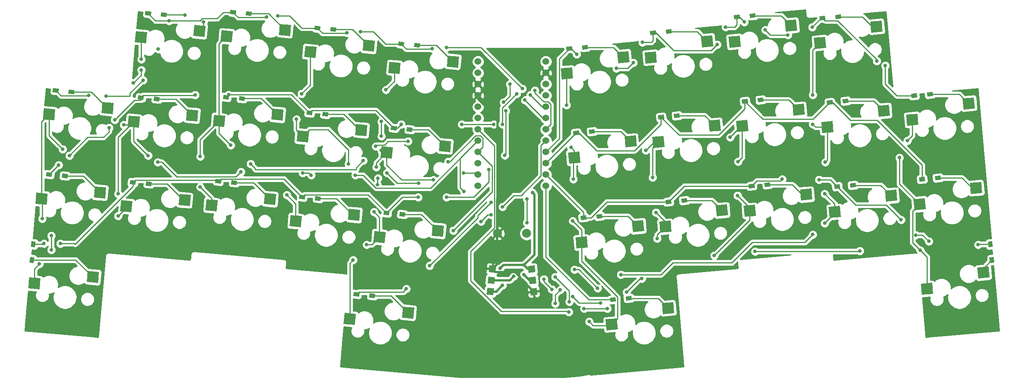
<source format=gbr>
G04 #@! TF.GenerationSoftware,KiCad,Pcbnew,(5.1.7)-1*
G04 #@! TF.CreationDate,2021-03-21T19:43:21+09:00*
G04 #@! TF.ProjectId,Beryl32,42657279-6c33-4322-9e6b-696361645f70,rev?*
G04 #@! TF.SameCoordinates,Original*
G04 #@! TF.FileFunction,Copper,L2,Bot*
G04 #@! TF.FilePolarity,Positive*
%FSLAX46Y46*%
G04 Gerber Fmt 4.6, Leading zero omitted, Abs format (unit mm)*
G04 Created by KiCad (PCBNEW (5.1.7)-1) date 2021-03-21 19:43:21*
%MOMM*%
%LPD*%
G01*
G04 APERTURE LIST*
G04 #@! TA.AperFunction,SMDPad,CuDef*
%ADD10C,0.100000*%
G04 #@! TD*
G04 #@! TA.AperFunction,ComponentPad*
%ADD11C,2.000000*%
G04 #@! TD*
G04 #@! TA.AperFunction,ComponentPad*
%ADD12C,1.524000*%
G04 #@! TD*
G04 #@! TA.AperFunction,ViaPad*
%ADD13C,0.800000*%
G04 #@! TD*
G04 #@! TA.AperFunction,Conductor*
%ADD14C,0.250000*%
G04 #@! TD*
G04 #@! TA.AperFunction,Conductor*
%ADD15C,0.500000*%
G04 #@! TD*
G04 #@! TA.AperFunction,Conductor*
%ADD16C,0.254000*%
G04 #@! TD*
G04 #@! TA.AperFunction,Conductor*
%ADD17C,0.100000*%
G04 #@! TD*
G04 APERTURE END LIST*
G04 #@! TA.AperFunction,SMDPad,CuDef*
D10*
G36*
X244452789Y-142653797D02*
G01*
X244670678Y-145144284D01*
X242130381Y-145366531D01*
X241912492Y-142876044D01*
X244452789Y-142653797D01*
G37*
G04 #@! TD.AperFunction*
G04 #@! TA.AperFunction,SMDPad,CuDef*
G36*
X257109222Y-138996800D02*
G01*
X257327111Y-141487287D01*
X254786814Y-141709534D01*
X254568925Y-139219047D01*
X257109222Y-138996800D01*
G37*
G04 #@! TD.AperFunction*
D11*
X212165000Y-145542000D03*
X205665000Y-145542000D03*
G04 #@! TA.AperFunction,SMDPad,CuDef*
D10*
G36*
X232387789Y-164624797D02*
G01*
X232605678Y-167115284D01*
X230065381Y-167337531D01*
X229847492Y-164847044D01*
X232387789Y-164624797D01*
G37*
G04 #@! TD.AperFunction*
G04 #@! TA.AperFunction,SMDPad,CuDef*
G36*
X245044222Y-160967800D02*
G01*
X245262111Y-163458287D01*
X242721814Y-163680534D01*
X242503925Y-161190047D01*
X245044222Y-160967800D01*
G37*
G04 #@! TD.AperFunction*
G04 #@! TA.AperFunction,SMDPad,CuDef*
G36*
X161742429Y-141641047D02*
G01*
X161524540Y-144131534D01*
X158984243Y-143909287D01*
X159202132Y-141418800D01*
X161742429Y-141641047D01*
G37*
G04 #@! TD.AperFunction*
G04 #@! TA.AperFunction,SMDPad,CuDef*
G36*
X174841614Y-140237375D02*
G01*
X174623725Y-142727862D01*
X172083428Y-142505615D01*
X172301317Y-140015128D01*
X174841614Y-140237375D01*
G37*
G04 #@! TD.AperFunction*
G04 #@! TA.AperFunction,SMDPad,CuDef*
G36*
X173866429Y-163612047D02*
G01*
X173648540Y-166102534D01*
X171108243Y-165880287D01*
X171326132Y-163389800D01*
X173866429Y-163612047D01*
G37*
G04 #@! TD.AperFunction*
G04 #@! TA.AperFunction,SMDPad,CuDef*
G36*
X186965614Y-162208375D02*
G01*
X186747725Y-164698862D01*
X184207428Y-164476615D01*
X184425317Y-161986128D01*
X186965614Y-162208375D01*
G37*
G04 #@! TD.AperFunction*
G04 #@! TA.AperFunction,SMDPad,CuDef*
G36*
X193641614Y-143814375D02*
G01*
X193423725Y-146304862D01*
X190883428Y-146082615D01*
X191101317Y-143592128D01*
X193641614Y-143814375D01*
G37*
G04 #@! TD.AperFunction*
G04 #@! TA.AperFunction,SMDPad,CuDef*
G36*
X180542429Y-145218047D02*
G01*
X180324540Y-147708534D01*
X177784243Y-147486287D01*
X178002132Y-144995800D01*
X180542429Y-145218047D01*
G37*
G04 #@! TD.AperFunction*
G04 #@! TA.AperFunction,SMDPad,CuDef*
G36*
X238313222Y-142552800D02*
G01*
X238531111Y-145043287D01*
X235990814Y-145265534D01*
X235772925Y-142775047D01*
X238313222Y-142552800D01*
G37*
G04 #@! TD.AperFunction*
G04 #@! TA.AperFunction,SMDPad,CuDef*
G36*
X225656789Y-146209797D02*
G01*
X225874678Y-148700284D01*
X223334381Y-148922531D01*
X223116492Y-146432044D01*
X225656789Y-146209797D01*
G37*
G04 #@! TD.AperFunction*
G04 #@! TA.AperFunction,SMDPad,CuDef*
G36*
X106429429Y-117638047D02*
G01*
X106211540Y-120128534D01*
X103671243Y-119906287D01*
X103889132Y-117415800D01*
X106429429Y-117638047D01*
G37*
G04 #@! TD.AperFunction*
G04 #@! TA.AperFunction,SMDPad,CuDef*
G36*
X119528614Y-116234375D02*
G01*
X119310725Y-118724862D01*
X116770428Y-118502615D01*
X116988317Y-116012128D01*
X119528614Y-116234375D01*
G37*
G04 #@! TD.AperFunction*
G04 #@! TA.AperFunction,SMDPad,CuDef*
G36*
X117841614Y-135214375D02*
G01*
X117623725Y-137704862D01*
X115083428Y-137482615D01*
X115301317Y-134992128D01*
X117841614Y-135214375D01*
G37*
G04 #@! TD.AperFunction*
G04 #@! TA.AperFunction,SMDPad,CuDef*
G36*
X104742429Y-136618047D02*
G01*
X104524540Y-139108534D01*
X101984243Y-138886287D01*
X102202132Y-136395800D01*
X104742429Y-136618047D01*
G37*
G04 #@! TD.AperFunction*
G04 #@! TA.AperFunction,SMDPad,CuDef*
G36*
X116226614Y-154207375D02*
G01*
X116008725Y-156697862D01*
X113468428Y-156475615D01*
X113686317Y-153985128D01*
X116226614Y-154207375D01*
G37*
G04 #@! TD.AperFunction*
G04 #@! TA.AperFunction,SMDPad,CuDef*
G36*
X103127429Y-155611047D02*
G01*
X102909540Y-158101534D01*
X100369243Y-157879287D01*
X100587132Y-155388800D01*
X103127429Y-155611047D01*
G37*
G04 #@! TD.AperFunction*
G04 #@! TA.AperFunction,SMDPad,CuDef*
G36*
X140141614Y-98914375D02*
G01*
X139923725Y-101404862D01*
X137383428Y-101182615D01*
X137601317Y-98692128D01*
X140141614Y-98914375D01*
G37*
G04 #@! TD.AperFunction*
G04 #@! TA.AperFunction,SMDPad,CuDef*
G36*
X127042429Y-100318047D02*
G01*
X126824540Y-102808534D01*
X124284243Y-102586287D01*
X124502132Y-100095800D01*
X127042429Y-100318047D01*
G37*
G04 #@! TD.AperFunction*
G04 #@! TA.AperFunction,SMDPad,CuDef*
G36*
X138526528Y-117898668D02*
G01*
X138308639Y-120389155D01*
X135768342Y-120166908D01*
X135986231Y-117676421D01*
X138526528Y-117898668D01*
G37*
G04 #@! TD.AperFunction*
G04 #@! TA.AperFunction,SMDPad,CuDef*
G36*
X125427343Y-119302340D02*
G01*
X125209454Y-121792827D01*
X122669157Y-121570580D01*
X122887046Y-119080093D01*
X125427343Y-119302340D01*
G37*
G04 #@! TD.AperFunction*
G04 #@! TA.AperFunction,SMDPad,CuDef*
G36*
X123742429Y-138318047D02*
G01*
X123524540Y-140808534D01*
X120984243Y-140586287D01*
X121202132Y-138095800D01*
X123742429Y-138318047D01*
G37*
G04 #@! TD.AperFunction*
G04 #@! TA.AperFunction,SMDPad,CuDef*
G36*
X136841614Y-136914375D02*
G01*
X136623725Y-139404862D01*
X134083428Y-139182615D01*
X134301317Y-136692128D01*
X136841614Y-136914375D01*
G37*
G04 #@! TD.AperFunction*
G04 #@! TA.AperFunction,SMDPad,CuDef*
G36*
X146242429Y-100112047D02*
G01*
X146024540Y-102602534D01*
X143484243Y-102380287D01*
X143702132Y-99889800D01*
X146242429Y-100112047D01*
G37*
G04 #@! TD.AperFunction*
G04 #@! TA.AperFunction,SMDPad,CuDef*
G36*
X159341614Y-98708375D02*
G01*
X159123725Y-101198862D01*
X156583428Y-100976615D01*
X156801317Y-98486128D01*
X159341614Y-98708375D01*
G37*
G04 #@! TD.AperFunction*
G04 #@! TA.AperFunction,SMDPad,CuDef*
G36*
X144542429Y-119118047D02*
G01*
X144324540Y-121608534D01*
X141784243Y-121386287D01*
X142002132Y-118895800D01*
X144542429Y-119118047D01*
G37*
G04 #@! TD.AperFunction*
G04 #@! TA.AperFunction,SMDPad,CuDef*
G36*
X157641614Y-117714375D02*
G01*
X157423725Y-120204862D01*
X154883428Y-119982615D01*
X155101317Y-117492128D01*
X157641614Y-117714375D01*
G37*
G04 #@! TD.AperFunction*
G04 #@! TA.AperFunction,SMDPad,CuDef*
G36*
X155977614Y-136681375D02*
G01*
X155759725Y-139171862D01*
X153219428Y-138949615D01*
X153437317Y-136459128D01*
X155977614Y-136681375D01*
G37*
G04 #@! TD.AperFunction*
G04 #@! TA.AperFunction,SMDPad,CuDef*
G36*
X142878429Y-138085047D02*
G01*
X142660540Y-140575534D01*
X140120243Y-140353287D01*
X140338132Y-137862800D01*
X142878429Y-138085047D01*
G37*
G04 #@! TD.AperFunction*
G04 #@! TA.AperFunction,SMDPad,CuDef*
G36*
X178141614Y-102214375D02*
G01*
X177923725Y-104704862D01*
X175383428Y-104482615D01*
X175601317Y-101992128D01*
X178141614Y-102214375D01*
G37*
G04 #@! TD.AperFunction*
G04 #@! TA.AperFunction,SMDPad,CuDef*
G36*
X165042429Y-103618047D02*
G01*
X164824540Y-106108534D01*
X162284243Y-105886287D01*
X162502132Y-103395800D01*
X165042429Y-103618047D01*
G37*
G04 #@! TD.AperFunction*
G04 #@! TA.AperFunction,SMDPad,CuDef*
G36*
X163342429Y-122618047D02*
G01*
X163124540Y-125108534D01*
X160584243Y-124886287D01*
X160802132Y-122395800D01*
X163342429Y-122618047D01*
G37*
G04 #@! TD.AperFunction*
G04 #@! TA.AperFunction,SMDPad,CuDef*
G36*
X176441614Y-121214375D02*
G01*
X176223725Y-123704862D01*
X173683428Y-123482615D01*
X173901317Y-120992128D01*
X176441614Y-121214375D01*
G37*
G04 #@! TD.AperFunction*
G04 #@! TA.AperFunction,SMDPad,CuDef*
G36*
X183899429Y-107224047D02*
G01*
X183681540Y-109714534D01*
X181141243Y-109492287D01*
X181359132Y-107001800D01*
X183899429Y-107224047D01*
G37*
G04 #@! TD.AperFunction*
G04 #@! TA.AperFunction,SMDPad,CuDef*
G36*
X196998614Y-105820375D02*
G01*
X196780725Y-108310862D01*
X194240428Y-108088615D01*
X194458317Y-105598128D01*
X196998614Y-105820375D01*
G37*
G04 #@! TD.AperFunction*
G04 #@! TA.AperFunction,SMDPad,CuDef*
G36*
X182142429Y-126218047D02*
G01*
X181924540Y-128708534D01*
X179384243Y-128486287D01*
X179602132Y-125995800D01*
X182142429Y-126218047D01*
G37*
G04 #@! TD.AperFunction*
G04 #@! TA.AperFunction,SMDPad,CuDef*
G36*
X195241614Y-124814375D02*
G01*
X195023725Y-127304862D01*
X192483428Y-127082615D01*
X192701317Y-124592128D01*
X195241614Y-124814375D01*
G37*
G04 #@! TD.AperFunction*
G04 #@! TA.AperFunction,SMDPad,CuDef*
G36*
X235011222Y-104579800D02*
G01*
X235229111Y-107070287D01*
X232688814Y-107292534D01*
X232470925Y-104802047D01*
X235011222Y-104579800D01*
G37*
G04 #@! TD.AperFunction*
G04 #@! TA.AperFunction,SMDPad,CuDef*
G36*
X222354789Y-108236797D02*
G01*
X222572678Y-110727284D01*
X220032381Y-110949531D01*
X219814492Y-108459044D01*
X222354789Y-108236797D01*
G37*
G04 #@! TD.AperFunction*
G04 #@! TA.AperFunction,SMDPad,CuDef*
G36*
X224005789Y-127159797D02*
G01*
X224223678Y-129650284D01*
X221683381Y-129872531D01*
X221465492Y-127382044D01*
X224005789Y-127159797D01*
G37*
G04 #@! TD.AperFunction*
G04 #@! TA.AperFunction,SMDPad,CuDef*
G36*
X236662222Y-123502800D02*
G01*
X236880111Y-125993287D01*
X234339814Y-126215534D01*
X234121925Y-123725047D01*
X236662222Y-123502800D01*
G37*
G04 #@! TD.AperFunction*
G04 #@! TA.AperFunction,SMDPad,CuDef*
G36*
X253807222Y-101023800D02*
G01*
X254025111Y-103514287D01*
X251484814Y-103736534D01*
X251266925Y-101246047D01*
X253807222Y-101023800D01*
G37*
G04 #@! TD.AperFunction*
G04 #@! TA.AperFunction,SMDPad,CuDef*
G36*
X241150789Y-104680797D02*
G01*
X241368678Y-107171284D01*
X238828381Y-107393531D01*
X238610492Y-104903044D01*
X241150789Y-104680797D01*
G37*
G04 #@! TD.AperFunction*
G04 #@! TA.AperFunction,SMDPad,CuDef*
G36*
X255538222Y-119973800D02*
G01*
X255756111Y-122464287D01*
X253215814Y-122686534D01*
X252997925Y-120196047D01*
X255538222Y-119973800D01*
G37*
G04 #@! TD.AperFunction*
G04 #@! TA.AperFunction,SMDPad,CuDef*
G36*
X242881789Y-123630797D02*
G01*
X243099678Y-126121284D01*
X240559381Y-126343531D01*
X240341492Y-123853044D01*
X242881789Y-123630797D01*
G37*
G04 #@! TD.AperFunction*
G04 #@! TA.AperFunction,SMDPad,CuDef*
G36*
X272638222Y-97467800D02*
G01*
X272856111Y-99958287D01*
X270315814Y-100180534D01*
X270097925Y-97690047D01*
X272638222Y-97467800D01*
G37*
G04 #@! TD.AperFunction*
G04 #@! TA.AperFunction,SMDPad,CuDef*
G36*
X259981789Y-101124797D02*
G01*
X260199678Y-103615284D01*
X257659381Y-103837531D01*
X257441492Y-101347044D01*
X259981789Y-101124797D01*
G37*
G04 #@! TD.AperFunction*
G04 #@! TA.AperFunction,SMDPad,CuDef*
G36*
X261681789Y-120047797D02*
G01*
X261899678Y-122538284D01*
X259359381Y-122760531D01*
X259141492Y-120270044D01*
X261681789Y-120047797D01*
G37*
G04 #@! TD.AperFunction*
G04 #@! TA.AperFunction,SMDPad,CuDef*
G36*
X274338222Y-116390800D02*
G01*
X274556111Y-118881287D01*
X272015814Y-119103534D01*
X271797925Y-116613047D01*
X274338222Y-116390800D01*
G37*
G04 #@! TD.AperFunction*
G04 #@! TA.AperFunction,SMDPad,CuDef*
G36*
X276032222Y-135440800D02*
G01*
X276250111Y-137931287D01*
X273709814Y-138153534D01*
X273491925Y-135663047D01*
X276032222Y-135440800D01*
G37*
G04 #@! TD.AperFunction*
G04 #@! TA.AperFunction,SMDPad,CuDef*
G36*
X263375789Y-139097797D02*
G01*
X263593678Y-141588284D01*
X261053381Y-141810531D01*
X260835492Y-139320044D01*
X263375789Y-139097797D01*
G37*
G04 #@! TD.AperFunction*
G04 #@! TA.AperFunction,SMDPad,CuDef*
G36*
X279123789Y-101378797D02*
G01*
X279341678Y-103869284D01*
X276801381Y-104091531D01*
X276583492Y-101601044D01*
X279123789Y-101378797D01*
G37*
G04 #@! TD.AperFunction*
G04 #@! TA.AperFunction,SMDPad,CuDef*
G36*
X291780222Y-97721800D02*
G01*
X291998111Y-100212287D01*
X289457814Y-100434534D01*
X289239925Y-97944047D01*
X291780222Y-97721800D01*
G37*
G04 #@! TD.AperFunction*
G04 #@! TA.AperFunction,SMDPad,CuDef*
G36*
X293431222Y-116644800D02*
G01*
X293649111Y-119135287D01*
X291108814Y-119357534D01*
X290890925Y-116867047D01*
X293431222Y-116644800D01*
G37*
G04 #@! TD.AperFunction*
G04 #@! TA.AperFunction,SMDPad,CuDef*
G36*
X280774789Y-120301797D02*
G01*
X280992678Y-122792284D01*
X278452381Y-123014531D01*
X278234492Y-120524044D01*
X280774789Y-120301797D01*
G37*
G04 #@! TD.AperFunction*
G04 #@! TA.AperFunction,SMDPad,CuDef*
G36*
X282425789Y-139351797D02*
G01*
X282643678Y-141842284D01*
X280103381Y-142064531D01*
X279885492Y-139574044D01*
X282425789Y-139351797D01*
G37*
G04 #@! TD.AperFunction*
G04 #@! TA.AperFunction,SMDPad,CuDef*
G36*
X295082222Y-135694800D02*
G01*
X295300111Y-138185287D01*
X292759814Y-138407534D01*
X292541925Y-135917047D01*
X295082222Y-135694800D01*
G37*
G04 #@! TD.AperFunction*
G04 #@! TA.AperFunction,SMDPad,CuDef*
G36*
X312481222Y-114993800D02*
G01*
X312699111Y-117484287D01*
X310158814Y-117706534D01*
X309940925Y-115216047D01*
X312481222Y-114993800D01*
G37*
G04 #@! TD.AperFunction*
G04 #@! TA.AperFunction,SMDPad,CuDef*
G36*
X299824789Y-118650797D02*
G01*
X300042678Y-121141284D01*
X297502381Y-121363531D01*
X297284492Y-118873044D01*
X299824789Y-118650797D01*
G37*
G04 #@! TD.AperFunction*
G04 #@! TA.AperFunction,SMDPad,CuDef*
G36*
X301475789Y-137630797D02*
G01*
X301693678Y-140121284D01*
X299153381Y-140343531D01*
X298935492Y-137853044D01*
X301475789Y-137630797D01*
G37*
G04 #@! TD.AperFunction*
G04 #@! TA.AperFunction,SMDPad,CuDef*
G36*
X314132222Y-133973800D02*
G01*
X314350111Y-136464287D01*
X311809814Y-136686534D01*
X311591925Y-134196047D01*
X314132222Y-133973800D01*
G37*
G04 #@! TD.AperFunction*
G04 #@! TA.AperFunction,SMDPad,CuDef*
G36*
X315783222Y-152966800D02*
G01*
X316001111Y-155457287D01*
X313460814Y-155679534D01*
X313242925Y-153189047D01*
X315783222Y-152966800D01*
G37*
G04 #@! TD.AperFunction*
G04 #@! TA.AperFunction,SMDPad,CuDef*
G36*
X303126789Y-156623797D02*
G01*
X303344678Y-159114284D01*
X300804381Y-159336531D01*
X300586492Y-156846044D01*
X303126789Y-156623797D01*
G37*
G04 #@! TD.AperFunction*
D12*
X216478600Y-106934000D03*
X216478600Y-109474000D03*
X216478600Y-112014000D03*
X216478600Y-114554000D03*
X216478600Y-117094000D03*
X216478600Y-119634000D03*
X216478600Y-122174000D03*
X216478600Y-124714000D03*
X216478600Y-127254000D03*
X216478600Y-129794000D03*
X216478600Y-132334000D03*
X216478600Y-134874000D03*
X201258600Y-134874000D03*
X201258600Y-132334000D03*
X201258600Y-129794000D03*
X201258600Y-127254000D03*
X201258600Y-124714000D03*
X201258600Y-122174000D03*
X201258600Y-119634000D03*
X201258600Y-117094000D03*
X201258600Y-114554000D03*
X201258600Y-112014000D03*
X201258600Y-109474000D03*
X201258600Y-106934000D03*
G04 #@! TA.AperFunction,SMDPad,CuDef*
D10*
G36*
X109379320Y-114171242D02*
G01*
X109462118Y-113224857D01*
X110757172Y-113338160D01*
X110674374Y-114284545D01*
X109379320Y-114171242D01*
G37*
G04 #@! TD.AperFunction*
G04 #@! TA.AperFunction,SMDPad,CuDef*
G36*
X105842828Y-113861840D02*
G01*
X105925626Y-112915455D01*
X107220680Y-113028758D01*
X107137882Y-113975143D01*
X105842828Y-113861840D01*
G37*
G04 #@! TD.AperFunction*
G04 #@! TA.AperFunction,SMDPad,CuDef*
G36*
X107896074Y-133032242D02*
G01*
X107978872Y-132085857D01*
X109273926Y-132199160D01*
X109191128Y-133145545D01*
X107896074Y-133032242D01*
G37*
G04 #@! TD.AperFunction*
G04 #@! TA.AperFunction,SMDPad,CuDef*
G36*
X104359582Y-132722840D02*
G01*
X104442380Y-131776455D01*
X105737434Y-131889758D01*
X105654636Y-132836143D01*
X104359582Y-132722840D01*
G37*
G04 #@! TD.AperFunction*
G04 #@! TA.AperFunction,SMDPad,CuDef*
G36*
X100774758Y-150812320D02*
G01*
X101721143Y-150895118D01*
X101607840Y-152190172D01*
X100661455Y-152107374D01*
X100774758Y-150812320D01*
G37*
G04 #@! TD.AperFunction*
G04 #@! TA.AperFunction,SMDPad,CuDef*
G36*
X101084160Y-147275828D02*
G01*
X102030545Y-147358626D01*
X101917242Y-148653680D01*
X100970857Y-148570882D01*
X101084160Y-147275828D01*
G37*
G04 #@! TD.AperFunction*
G04 #@! TA.AperFunction,SMDPad,CuDef*
G36*
X126574828Y-96527840D02*
G01*
X126657626Y-95581455D01*
X127952680Y-95694758D01*
X127869882Y-96641143D01*
X126574828Y-96527840D01*
G37*
G04 #@! TD.AperFunction*
G04 #@! TA.AperFunction,SMDPad,CuDef*
G36*
X130111320Y-96837242D02*
G01*
X130194118Y-95890857D01*
X131489172Y-96004160D01*
X131406374Y-96950545D01*
X130111320Y-96837242D01*
G37*
G04 #@! TD.AperFunction*
G04 #@! TA.AperFunction,SMDPad,CuDef*
G36*
X124923828Y-115450840D02*
G01*
X125006626Y-114504455D01*
X126301680Y-114617758D01*
X126218882Y-115564143D01*
X124923828Y-115450840D01*
G37*
G04 #@! TD.AperFunction*
G04 #@! TA.AperFunction,SMDPad,CuDef*
G36*
X128460320Y-115760242D02*
G01*
X128543118Y-114813857D01*
X129838172Y-114927160D01*
X129755374Y-115873545D01*
X128460320Y-115760242D01*
G37*
G04 #@! TD.AperFunction*
G04 #@! TA.AperFunction,SMDPad,CuDef*
G36*
X123145828Y-134500840D02*
G01*
X123228626Y-133554455D01*
X124523680Y-133667758D01*
X124440882Y-134614143D01*
X123145828Y-134500840D01*
G37*
G04 #@! TD.AperFunction*
G04 #@! TA.AperFunction,SMDPad,CuDef*
G36*
X126682320Y-134810242D02*
G01*
X126765118Y-133863857D01*
X128060172Y-133977160D01*
X127977374Y-134923545D01*
X126682320Y-134810242D01*
G37*
G04 #@! TD.AperFunction*
G04 #@! TA.AperFunction,SMDPad,CuDef*
G36*
X149161320Y-96583242D02*
G01*
X149244118Y-95636857D01*
X150539172Y-95750160D01*
X150456374Y-96696545D01*
X149161320Y-96583242D01*
G37*
G04 #@! TD.AperFunction*
G04 #@! TA.AperFunction,SMDPad,CuDef*
G36*
X145624828Y-96273840D02*
G01*
X145707626Y-95327455D01*
X147002680Y-95440758D01*
X146919882Y-96387143D01*
X145624828Y-96273840D01*
G37*
G04 #@! TD.AperFunction*
G04 #@! TA.AperFunction,SMDPad,CuDef*
G36*
X147627566Y-115660943D02*
G01*
X147710364Y-114714558D01*
X149005418Y-114827861D01*
X148922620Y-115774246D01*
X147627566Y-115660943D01*
G37*
G04 #@! TD.AperFunction*
G04 #@! TA.AperFunction,SMDPad,CuDef*
G36*
X144091074Y-115351541D02*
G01*
X144173872Y-114405156D01*
X145468926Y-114518459D01*
X145386128Y-115464844D01*
X144091074Y-115351541D01*
G37*
G04 #@! TD.AperFunction*
G04 #@! TA.AperFunction,SMDPad,CuDef*
G36*
X145859320Y-134556242D02*
G01*
X145942118Y-133609857D01*
X147237172Y-133723160D01*
X147154374Y-134669545D01*
X145859320Y-134556242D01*
G37*
G04 #@! TD.AperFunction*
G04 #@! TA.AperFunction,SMDPad,CuDef*
G36*
X142322828Y-134246840D02*
G01*
X142405626Y-133300455D01*
X143700680Y-133413758D01*
X143617882Y-134360143D01*
X142322828Y-134246840D01*
G37*
G04 #@! TD.AperFunction*
G04 #@! TA.AperFunction,SMDPad,CuDef*
G36*
X164547828Y-99829840D02*
G01*
X164630626Y-98883455D01*
X165925680Y-98996758D01*
X165842882Y-99943143D01*
X164547828Y-99829840D01*
G37*
G04 #@! TD.AperFunction*
G04 #@! TA.AperFunction,SMDPad,CuDef*
G36*
X168084320Y-100139242D02*
G01*
X168167118Y-99192857D01*
X169462172Y-99306160D01*
X169379374Y-100252545D01*
X168084320Y-100139242D01*
G37*
G04 #@! TD.AperFunction*
G04 #@! TA.AperFunction,SMDPad,CuDef*
G36*
X166306320Y-119189242D02*
G01*
X166389118Y-118242857D01*
X167684172Y-118356160D01*
X167601374Y-119302545D01*
X166306320Y-119189242D01*
G37*
G04 #@! TD.AperFunction*
G04 #@! TA.AperFunction,SMDPad,CuDef*
G36*
X162769828Y-118879840D02*
G01*
X162852626Y-117933455D01*
X164147680Y-118046758D01*
X164064882Y-118993143D01*
X162769828Y-118879840D01*
G37*
G04 #@! TD.AperFunction*
G04 #@! TA.AperFunction,SMDPad,CuDef*
G36*
X164655320Y-138112242D02*
G01*
X164738118Y-137165857D01*
X166033172Y-137279160D01*
X165950374Y-138225545D01*
X164655320Y-138112242D01*
G37*
G04 #@! TD.AperFunction*
G04 #@! TA.AperFunction,SMDPad,CuDef*
G36*
X161118828Y-137802840D02*
G01*
X161201626Y-136856455D01*
X162496680Y-136969758D01*
X162413882Y-137916143D01*
X161118828Y-137802840D01*
G37*
G04 #@! TD.AperFunction*
G04 #@! TA.AperFunction,SMDPad,CuDef*
G36*
X186880320Y-103695242D02*
G01*
X186963118Y-102748857D01*
X188258172Y-102862160D01*
X188175374Y-103808545D01*
X186880320Y-103695242D01*
G37*
G04 #@! TD.AperFunction*
G04 #@! TA.AperFunction,SMDPad,CuDef*
G36*
X183343828Y-103385840D02*
G01*
X183426626Y-102439455D01*
X184721680Y-102552758D01*
X184638882Y-103499143D01*
X183343828Y-103385840D01*
G37*
G04 #@! TD.AperFunction*
G04 #@! TA.AperFunction,SMDPad,CuDef*
G36*
X181692828Y-122308840D02*
G01*
X181775626Y-121362455D01*
X183070680Y-121475758D01*
X182987882Y-122422143D01*
X181692828Y-122308840D01*
G37*
G04 #@! TD.AperFunction*
G04 #@! TA.AperFunction,SMDPad,CuDef*
G36*
X185229320Y-122618242D02*
G01*
X185312118Y-121671857D01*
X186607172Y-121785160D01*
X186524374Y-122731545D01*
X185229320Y-122618242D01*
G37*
G04 #@! TD.AperFunction*
G04 #@! TA.AperFunction,SMDPad,CuDef*
G36*
X180041828Y-141358840D02*
G01*
X180124626Y-140412455D01*
X181419680Y-140525758D01*
X181336882Y-141472143D01*
X180041828Y-141358840D01*
G37*
G04 #@! TD.AperFunction*
G04 #@! TA.AperFunction,SMDPad,CuDef*
G36*
X183578320Y-141668242D02*
G01*
X183661118Y-140721857D01*
X184956172Y-140835160D01*
X184873374Y-141781545D01*
X183578320Y-141668242D01*
G37*
G04 #@! TD.AperFunction*
G04 #@! TA.AperFunction,SMDPad,CuDef*
G36*
X173310828Y-159646840D02*
G01*
X173393626Y-158700455D01*
X174688680Y-158813758D01*
X174605882Y-159760143D01*
X173310828Y-159646840D01*
G37*
G04 #@! TD.AperFunction*
G04 #@! TA.AperFunction,SMDPad,CuDef*
G36*
X176847320Y-159956242D02*
G01*
X176930118Y-159009857D01*
X178225172Y-159123160D01*
X178142374Y-160069545D01*
X176847320Y-159956242D01*
G37*
G04 #@! TD.AperFunction*
G04 #@! TA.AperFunction,SMDPad,CuDef*
G36*
X221145626Y-104570545D02*
G01*
X221062828Y-103624160D01*
X222357882Y-103510857D01*
X222440680Y-104457242D01*
X221145626Y-104570545D01*
G37*
G04 #@! TD.AperFunction*
G04 #@! TA.AperFunction,SMDPad,CuDef*
G36*
X224682118Y-104261143D02*
G01*
X224599320Y-103314758D01*
X225894374Y-103201455D01*
X225977172Y-104147840D01*
X224682118Y-104261143D01*
G37*
G04 #@! TD.AperFunction*
G04 #@! TA.AperFunction,SMDPad,CuDef*
G36*
X222669626Y-123493545D02*
G01*
X222586828Y-122547160D01*
X223881882Y-122433857D01*
X223964680Y-123380242D01*
X222669626Y-123493545D01*
G37*
G04 #@! TD.AperFunction*
G04 #@! TA.AperFunction,SMDPad,CuDef*
G36*
X226206118Y-123184143D02*
G01*
X226123320Y-122237758D01*
X227418374Y-122124455D01*
X227501172Y-123070840D01*
X226206118Y-123184143D01*
G37*
G04 #@! TD.AperFunction*
G04 #@! TA.AperFunction,SMDPad,CuDef*
G36*
X227857118Y-142234143D02*
G01*
X227774320Y-141287758D01*
X229069374Y-141174455D01*
X229152172Y-142120840D01*
X227857118Y-142234143D01*
G37*
G04 #@! TD.AperFunction*
G04 #@! TA.AperFunction,SMDPad,CuDef*
G36*
X224320626Y-142543545D02*
G01*
X224237828Y-141597160D01*
X225532882Y-141483857D01*
X225615680Y-142430242D01*
X224320626Y-142543545D01*
G37*
G04 #@! TD.AperFunction*
G04 #@! TA.AperFunction,SMDPad,CuDef*
G36*
X230924626Y-160958545D02*
G01*
X230841828Y-160012160D01*
X232136882Y-159898857D01*
X232219680Y-160845242D01*
X230924626Y-160958545D01*
G37*
G04 #@! TD.AperFunction*
G04 #@! TA.AperFunction,SMDPad,CuDef*
G36*
X234461118Y-160649143D02*
G01*
X234378320Y-159702758D01*
X235673374Y-159589455D01*
X235756172Y-160535840D01*
X234461118Y-160649143D01*
G37*
G04 #@! TD.AperFunction*
G04 #@! TA.AperFunction,SMDPad,CuDef*
G36*
X243478118Y-100705143D02*
G01*
X243395320Y-99758758D01*
X244690374Y-99645455D01*
X244773172Y-100591840D01*
X243478118Y-100705143D01*
G37*
G04 #@! TD.AperFunction*
G04 #@! TA.AperFunction,SMDPad,CuDef*
G36*
X239941626Y-101014545D02*
G01*
X239858828Y-100068160D01*
X241153882Y-99954857D01*
X241236680Y-100901242D01*
X239941626Y-101014545D01*
G37*
G04 #@! TD.AperFunction*
G04 #@! TA.AperFunction,SMDPad,CuDef*
G36*
X245256118Y-119628143D02*
G01*
X245173320Y-118681758D01*
X246468374Y-118568455D01*
X246551172Y-119514840D01*
X245256118Y-119628143D01*
G37*
G04 #@! TD.AperFunction*
G04 #@! TA.AperFunction,SMDPad,CuDef*
G36*
X241719626Y-119937545D02*
G01*
X241636828Y-118991160D01*
X242931882Y-118877857D01*
X243014680Y-119824242D01*
X241719626Y-119937545D01*
G37*
G04 #@! TD.AperFunction*
G04 #@! TA.AperFunction,SMDPad,CuDef*
G36*
X243370626Y-138987545D02*
G01*
X243287828Y-138041160D01*
X244582882Y-137927857D01*
X244665680Y-138874242D01*
X243370626Y-138987545D01*
G37*
G04 #@! TD.AperFunction*
G04 #@! TA.AperFunction,SMDPad,CuDef*
G36*
X246907118Y-138678143D02*
G01*
X246824320Y-137731758D01*
X248119374Y-137618455D01*
X248202172Y-138564840D01*
X246907118Y-138678143D01*
G37*
G04 #@! TD.AperFunction*
G04 #@! TA.AperFunction,SMDPad,CuDef*
G36*
X258737626Y-97458545D02*
G01*
X258654828Y-96512160D01*
X259949882Y-96398857D01*
X260032680Y-97345242D01*
X258737626Y-97458545D01*
G37*
G04 #@! TD.AperFunction*
G04 #@! TA.AperFunction,SMDPad,CuDef*
G36*
X262274118Y-97149143D02*
G01*
X262191320Y-96202758D01*
X263486374Y-96089455D01*
X263569172Y-97035840D01*
X262274118Y-97149143D01*
G37*
G04 #@! TD.AperFunction*
G04 #@! TA.AperFunction,SMDPad,CuDef*
G36*
X260515626Y-116381545D02*
G01*
X260432828Y-115435160D01*
X261727882Y-115321857D01*
X261810680Y-116268242D01*
X260515626Y-116381545D01*
G37*
G04 #@! TD.AperFunction*
G04 #@! TA.AperFunction,SMDPad,CuDef*
G36*
X264052118Y-116072143D02*
G01*
X263969320Y-115125758D01*
X265264374Y-115012455D01*
X265347172Y-115958840D01*
X264052118Y-116072143D01*
G37*
G04 #@! TD.AperFunction*
G04 #@! TA.AperFunction,SMDPad,CuDef*
G36*
X265576118Y-135122143D02*
G01*
X265493320Y-134175758D01*
X266788374Y-134062455D01*
X266871172Y-135008840D01*
X265576118Y-135122143D01*
G37*
G04 #@! TD.AperFunction*
G04 #@! TA.AperFunction,SMDPad,CuDef*
G36*
X262039626Y-135431545D02*
G01*
X261956828Y-134485160D01*
X263251882Y-134371857D01*
X263334680Y-135318242D01*
X262039626Y-135431545D01*
G37*
G04 #@! TD.AperFunction*
G04 #@! TA.AperFunction,SMDPad,CuDef*
G36*
X281451118Y-97403143D02*
G01*
X281368320Y-96456758D01*
X282663374Y-96343455D01*
X282746172Y-97289840D01*
X281451118Y-97403143D01*
G37*
G04 #@! TD.AperFunction*
G04 #@! TA.AperFunction,SMDPad,CuDef*
G36*
X277914626Y-97712545D02*
G01*
X277831828Y-96766160D01*
X279126882Y-96652857D01*
X279209680Y-97599242D01*
X277914626Y-97712545D01*
G37*
G04 #@! TD.AperFunction*
G04 #@! TA.AperFunction,SMDPad,CuDef*
G36*
X279565626Y-116635545D02*
G01*
X279482828Y-115689160D01*
X280777882Y-115575857D01*
X280860680Y-116522242D01*
X279565626Y-116635545D01*
G37*
G04 #@! TD.AperFunction*
G04 #@! TA.AperFunction,SMDPad,CuDef*
G36*
X283102118Y-116326143D02*
G01*
X283019320Y-115379758D01*
X284314374Y-115266455D01*
X284397172Y-116212840D01*
X283102118Y-116326143D01*
G37*
G04 #@! TD.AperFunction*
G04 #@! TA.AperFunction,SMDPad,CuDef*
G36*
X281216626Y-135558545D02*
G01*
X281133828Y-134612160D01*
X282428882Y-134498857D01*
X282511680Y-135445242D01*
X281216626Y-135558545D01*
G37*
G04 #@! TD.AperFunction*
G04 #@! TA.AperFunction,SMDPad,CuDef*
G36*
X284753118Y-135249143D02*
G01*
X284670320Y-134302758D01*
X285965374Y-134189455D01*
X286048172Y-135135840D01*
X284753118Y-135249143D01*
G37*
G04 #@! TD.AperFunction*
G04 #@! TA.AperFunction,SMDPad,CuDef*
G36*
X298498380Y-115111545D02*
G01*
X298415582Y-114165160D01*
X299710636Y-114051857D01*
X299793434Y-114998242D01*
X298498380Y-115111545D01*
G37*
G04 #@! TD.AperFunction*
G04 #@! TA.AperFunction,SMDPad,CuDef*
G36*
X302034872Y-114802143D02*
G01*
X301952074Y-113855758D01*
X303247128Y-113742455D01*
X303329926Y-114688840D01*
X302034872Y-114802143D01*
G37*
G04 #@! TD.AperFunction*
G04 #@! TA.AperFunction,SMDPad,CuDef*
G36*
X303803118Y-133598143D02*
G01*
X303720320Y-132651758D01*
X305015374Y-132538455D01*
X305098172Y-133484840D01*
X303803118Y-133598143D01*
G37*
G04 #@! TD.AperFunction*
G04 #@! TA.AperFunction,SMDPad,CuDef*
G36*
X300266626Y-133907545D02*
G01*
X300183828Y-132961160D01*
X301478882Y-132847857D01*
X301561680Y-133794242D01*
X300266626Y-133907545D01*
G37*
G04 #@! TD.AperFunction*
G04 #@! TA.AperFunction,SMDPad,CuDef*
G36*
X315981857Y-150895118D02*
G01*
X316928242Y-150812320D01*
X317041545Y-152107374D01*
X316095160Y-152190172D01*
X315981857Y-150895118D01*
G37*
G04 #@! TD.AperFunction*
G04 #@! TA.AperFunction,SMDPad,CuDef*
G36*
X315672455Y-147358626D02*
G01*
X316618840Y-147275828D01*
X316732143Y-148570882D01*
X315785758Y-148653680D01*
X315672455Y-147358626D01*
G37*
G04 #@! TD.AperFunction*
G04 #@! TA.AperFunction,SMDPad,CuDef*
G36*
X204852762Y-157910981D02*
G01*
X204719937Y-159429182D01*
X203201736Y-159296357D01*
X203334561Y-157778156D01*
X204852762Y-157910981D01*
G37*
G04 #@! TD.AperFunction*
G04 #@! TA.AperFunction,SMDPad,CuDef*
G36*
X205074137Y-155380647D02*
G01*
X204941312Y-156898848D01*
X203423111Y-156766023D01*
X203555936Y-155247822D01*
X205074137Y-155380647D01*
G37*
G04 #@! TD.AperFunction*
G04 #@! TA.AperFunction,SMDPad,CuDef*
G36*
X205295513Y-152850312D02*
G01*
X205162688Y-154368513D01*
X203644487Y-154235688D01*
X203777312Y-152717487D01*
X205295513Y-152850312D01*
G37*
G04 #@! TD.AperFunction*
G04 #@! TA.AperFunction,SMDPad,CuDef*
G36*
X213048312Y-159448513D02*
G01*
X212915487Y-157930312D01*
X214433688Y-157797487D01*
X214566513Y-159315688D01*
X213048312Y-159448513D01*
G37*
G04 #@! TD.AperFunction*
G04 #@! TA.AperFunction,SMDPad,CuDef*
G36*
X212826936Y-156918178D02*
G01*
X212694111Y-155399977D01*
X214212312Y-155267152D01*
X214345137Y-156785353D01*
X212826936Y-156918178D01*
G37*
G04 #@! TD.AperFunction*
G04 #@! TA.AperFunction,SMDPad,CuDef*
G36*
X212605561Y-154387844D02*
G01*
X212472736Y-152869643D01*
X213990937Y-152736818D01*
X214123762Y-154255019D01*
X212605561Y-154387844D01*
G37*
G04 #@! TD.AperFunction*
D13*
X113919000Y-114554000D03*
X117856000Y-114681000D03*
X153797000Y-96901000D03*
X156337000Y-96647000D03*
X171831000Y-100457000D03*
X174879000Y-100203000D03*
X191008000Y-104013000D03*
X194183000Y-103759000D03*
X211201000Y-113030000D03*
X212979000Y-114427000D03*
X126111000Y-111125000D03*
X129540000Y-104140000D03*
X131953000Y-97790000D03*
X204815000Y-121031000D03*
X206756000Y-121031000D03*
X209931000Y-114173000D03*
X211709000Y-115570000D03*
X137795000Y-114427000D03*
X145325452Y-114389548D03*
X107188000Y-130175000D03*
X109601000Y-128069001D03*
X118491000Y-121793000D03*
X119761000Y-120015000D03*
X184023000Y-121031000D03*
X197612000Y-121031000D03*
X203708000Y-131191000D03*
X207264000Y-128016000D03*
X207481000Y-117983000D03*
X207005347Y-116073347D03*
X208407000Y-112014000D03*
X213995000Y-113411000D03*
X103886000Y-147828000D03*
X107569000Y-147828000D03*
X194183000Y-137414000D03*
X187833000Y-137414000D03*
X135509000Y-96520000D03*
X139700000Y-98044000D03*
X204216000Y-138557000D03*
X190411146Y-152796258D03*
X185166000Y-157988000D03*
X206756000Y-139573000D03*
X290703000Y-106807000D03*
X292608000Y-107823000D03*
X270764000Y-100965000D03*
X276225000Y-99187000D03*
X254889000Y-103124000D03*
X256794000Y-99187000D03*
X236093000Y-107188000D03*
X238125000Y-102616000D03*
X223393000Y-105283000D03*
X232283000Y-108458000D03*
X260985000Y-98044000D03*
X265684000Y-99822000D03*
X269494000Y-133350000D03*
X277749000Y-133477000D03*
X296164000Y-142494000D03*
X299466000Y-145923000D03*
X302387000Y-147320000D03*
X313436000Y-148082000D03*
X213487000Y-136398000D03*
X211543000Y-152654000D03*
X206756000Y-157226000D03*
X206248000Y-153412339D03*
X211582000Y-154813000D03*
X209296000Y-155194000D03*
X212217000Y-137795000D03*
X212217000Y-143129000D03*
X108077000Y-126619000D03*
X222504000Y-142748000D03*
X222631000Y-133350000D03*
X222123000Y-126238000D03*
X221107000Y-116713000D03*
X102870000Y-152400000D03*
X105537000Y-149225000D03*
X221615000Y-163195000D03*
X226187000Y-165354000D03*
X105537000Y-146050000D03*
X103505000Y-142240000D03*
X120523000Y-136652000D03*
X120523000Y-141605000D03*
X123952000Y-111760000D03*
X121793000Y-121158000D03*
X241173000Y-140843000D03*
X240411000Y-132969000D03*
X238887000Y-126873000D03*
X239989585Y-106037164D03*
X198120000Y-136144000D03*
X221742000Y-160909000D03*
X218567000Y-155321000D03*
X222885000Y-153670000D03*
X228092000Y-157861000D03*
X241427000Y-146685000D03*
X127254000Y-128069001D03*
X129413000Y-129540000D03*
X125730000Y-108839000D03*
X125730000Y-106426000D03*
X148082000Y-131699000D03*
X161925000Y-131953000D03*
X163834653Y-132465653D03*
X173736000Y-132461000D03*
X138938000Y-135128000D03*
X138938000Y-128270000D03*
X259461000Y-137033000D03*
X259588000Y-129413000D03*
X257810000Y-123952000D03*
X258820585Y-102481164D03*
X195707000Y-144907000D03*
X254254000Y-150495000D03*
X145796000Y-125730000D03*
X150241000Y-129921000D03*
X175514000Y-129196000D03*
X178308000Y-125984000D03*
X194564000Y-129413000D03*
X185547000Y-124841000D03*
X225044000Y-162433000D03*
X230251000Y-162433000D03*
X234569000Y-158750000D03*
X237998000Y-155702000D03*
X172212000Y-129921000D03*
X180848000Y-131953000D03*
X187960000Y-134239000D03*
X158369000Y-136906000D03*
X161671000Y-114173000D03*
X160528000Y-119888000D03*
X279019000Y-136652000D03*
X279146000Y-129540000D03*
X276352000Y-121031000D03*
X276352000Y-114427000D03*
X218567000Y-161290000D03*
X219710000Y-158242000D03*
X233299000Y-154813000D03*
X279019000Y-143256000D03*
X276352000Y-145796000D03*
X177927000Y-140716000D03*
X178689000Y-134620000D03*
X191262000Y-133514000D03*
X197993000Y-131953000D03*
X300482000Y-149352000D03*
X295783000Y-128524000D03*
X297561000Y-124714000D03*
X173228000Y-151511000D03*
X176276000Y-148082000D03*
X263398000Y-149606000D03*
X286893000Y-149479000D03*
X179578000Y-126873000D03*
X179578000Y-123698000D03*
X179578000Y-120396000D03*
X180594000Y-113284000D03*
X204216001Y-141351000D03*
X201930000Y-142875000D03*
X217805000Y-158115000D03*
X216027000Y-155829000D03*
X178816000Y-133169999D03*
X178430347Y-130646000D03*
X222504000Y-159766000D03*
X228727000Y-161153701D03*
D14*
X114535727Y-113754701D02*
X118149521Y-117368495D01*
X110068246Y-113754701D02*
X114535727Y-113754701D01*
X113863445Y-114609555D02*
X113919000Y-114554000D01*
X107696010Y-114609555D02*
X113863445Y-114609555D01*
X117856000Y-114681000D02*
X123190000Y-114681000D01*
X144172701Y-95857299D02*
X142754445Y-97275555D01*
X153676445Y-97021555D02*
X153797000Y-96901000D01*
X147478010Y-97021555D02*
X153676445Y-97021555D01*
X146313754Y-95857299D02*
X147478010Y-97021555D01*
X156337000Y-96647000D02*
X159004000Y-96647000D01*
X159004000Y-96647000D02*
X161770299Y-99413299D01*
X171710445Y-100577555D02*
X171831000Y-100457000D01*
X166401010Y-100577555D02*
X171710445Y-100577555D01*
X165236754Y-99413299D02*
X166401010Y-100577555D01*
X174879000Y-100203000D02*
X177800000Y-100203000D01*
X177800000Y-100203000D02*
X180566299Y-102969299D01*
X190887445Y-104133555D02*
X191008000Y-104013000D01*
X185197010Y-104133555D02*
X190887445Y-104133555D01*
X184032754Y-102969299D02*
X185197010Y-104133555D01*
X201930000Y-103759000D02*
X211201000Y-113030000D01*
X194183000Y-103759000D02*
X201930000Y-103759000D01*
X215646000Y-117094000D02*
X216478600Y-117094000D01*
X212979000Y-114427000D02*
X215646000Y-117094000D01*
X123190000Y-114046000D02*
X126111000Y-111125000D01*
X123190000Y-114681000D02*
X123190000Y-114046000D01*
X180566299Y-102969299D02*
X184032754Y-102969299D01*
X161770299Y-99413299D02*
X165236754Y-99413299D01*
X146313754Y-95857299D02*
X144172701Y-95857299D01*
X106531754Y-113445299D02*
X107696010Y-114609555D01*
X128942455Y-97790000D02*
X131953000Y-97790000D01*
X127263754Y-96111299D02*
X128942455Y-97790000D01*
X139395443Y-97275555D02*
X142754445Y-97275555D01*
X138880998Y-97790000D02*
X139395443Y-97275555D01*
X131953000Y-97790000D02*
X138880998Y-97790000D01*
X112729727Y-132615701D02*
X116462521Y-136348495D01*
X108585000Y-132615701D02*
X112729727Y-132615701D01*
X125612754Y-115584668D02*
X125612754Y-115034299D01*
X125612754Y-115034299D02*
X126158206Y-114488847D01*
X145325452Y-114389548D02*
X159385003Y-114389548D01*
X144780000Y-114935000D02*
X145325452Y-114389548D01*
X164004206Y-117917847D02*
X178407302Y-117917847D01*
X163458754Y-118463299D02*
X164004206Y-117917847D01*
X204759001Y-121086999D02*
X204815000Y-121031000D01*
X206756000Y-117348000D02*
X209931000Y-114173000D01*
X206756000Y-121031000D02*
X206756000Y-117348000D01*
X215773000Y-119634000D02*
X216478600Y-119634000D01*
X211709000Y-115570000D02*
X215773000Y-119634000D01*
X137733153Y-114488847D02*
X137795000Y-114427000D01*
X126158206Y-114488847D02*
X137733153Y-114488847D01*
X105048508Y-132306299D02*
X106417807Y-130937000D01*
X106426000Y-130937000D02*
X107188000Y-130175000D01*
X106417807Y-130937000D02*
X106426000Y-130937000D01*
X113717055Y-123952946D02*
X109601000Y-128069001D01*
X118491000Y-122706422D02*
X118491000Y-121793000D01*
X117244476Y-123952946D02*
X118491000Y-122706422D01*
X113717055Y-123952946D02*
X117244476Y-123952946D01*
X124191332Y-115584668D02*
X125612754Y-115584668D01*
X119761000Y-120015000D02*
X124191332Y-115584668D01*
X178407302Y-117917847D02*
X182381754Y-121892299D01*
X159385003Y-114389548D02*
X163458754Y-118463299D01*
X144333847Y-114488847D02*
X144780000Y-114935000D01*
X183161701Y-121892299D02*
X184023000Y-121031000D01*
X182381754Y-121892299D02*
X183161701Y-121892299D01*
X197612000Y-121031000D02*
X204815000Y-121031000D01*
X110997518Y-151491492D02*
X114847521Y-155341495D01*
X110987764Y-151501246D02*
X110997518Y-151491492D01*
X101191299Y-151501246D02*
X110987764Y-151501246D01*
X123834754Y-135003543D02*
X123834754Y-134084299D01*
X110883297Y-147955000D02*
X123834754Y-135003543D01*
X142720302Y-133538847D02*
X143011754Y-133830299D01*
X143557206Y-133284847D02*
X157706302Y-133284847D01*
X143011754Y-133830299D02*
X143557206Y-133284847D01*
X180730754Y-140942299D02*
X184259053Y-137414000D01*
X203708000Y-134033362D02*
X203708000Y-131191000D01*
X200327362Y-137414000D02*
X203708000Y-134033362D01*
X207481000Y-127799000D02*
X207481000Y-117983000D01*
X207264000Y-128016000D02*
X207481000Y-127799000D01*
X208407000Y-114671694D02*
X208407000Y-112014000D01*
X207005347Y-116073347D02*
X208407000Y-114671694D01*
X217565601Y-121086999D02*
X216478600Y-122174000D01*
X217000361Y-116006999D02*
X217565601Y-116572239D01*
X216025314Y-116006999D02*
X217000361Y-116006999D01*
X217565601Y-116572239D02*
X217565601Y-121086999D01*
X213995000Y-113976685D02*
X216025314Y-116006999D01*
X213995000Y-113411000D02*
X213995000Y-113976685D01*
X103759000Y-147955000D02*
X103886000Y-147828000D01*
X110756297Y-147828000D02*
X110883297Y-147955000D01*
X107569000Y-147828000D02*
X110756297Y-147828000D01*
X101637455Y-147828000D02*
X101500701Y-147964754D01*
X161807754Y-137386299D02*
X162353206Y-136840847D01*
X162353206Y-136840847D02*
X176629302Y-136840847D01*
X176629302Y-136840847D02*
X180730754Y-140942299D01*
X157706302Y-133284847D02*
X161807754Y-137386299D01*
X123834754Y-134084299D02*
X124380206Y-133538847D01*
X124380206Y-133538847D02*
X142720302Y-133538847D01*
X103749246Y-147964754D02*
X103886000Y-147828000D01*
X101500701Y-147964754D02*
X103749246Y-147964754D01*
X200327362Y-137414000D02*
X194183000Y-137414000D01*
X187833000Y-137414000D02*
X184259053Y-137414000D01*
X139700000Y-99111016D02*
X138762521Y-100048495D01*
X139700000Y-98044000D02*
X139700000Y-99111016D01*
X135409701Y-96420701D02*
X135509000Y-96520000D01*
X130800246Y-96420701D02*
X135409701Y-96420701D01*
X133458348Y-115343701D02*
X137147435Y-119032788D01*
X129149246Y-115343701D02*
X133458348Y-115343701D01*
X131507082Y-134393701D02*
X135161876Y-138048495D01*
X135161876Y-138048495D02*
X135462521Y-138048495D01*
X127371246Y-134393701D02*
X131507082Y-134393701D01*
X154286727Y-96166701D02*
X157962521Y-99842495D01*
X149850246Y-96166701D02*
X154286727Y-96166701D01*
X152658428Y-115244402D02*
X156262521Y-118848495D01*
X148316492Y-115244402D02*
X152658428Y-115244402D01*
X150922727Y-134139701D02*
X154598521Y-137815495D01*
X146548246Y-134139701D02*
X150922727Y-134139701D01*
X173136727Y-99722701D02*
X176762521Y-103348495D01*
X168773246Y-99722701D02*
X173136727Y-99722701D01*
X174761876Y-122348495D02*
X175062521Y-122348495D01*
X171186082Y-118772701D02*
X174761876Y-122348495D01*
X166995246Y-118772701D02*
X171186082Y-118772701D01*
X173161876Y-141371495D02*
X173462521Y-141371495D01*
X169486082Y-137695701D02*
X173161876Y-141371495D01*
X165344246Y-137695701D02*
X169486082Y-137695701D01*
X191943727Y-103278701D02*
X195619521Y-106954495D01*
X187569246Y-103278701D02*
X191943727Y-103278701D01*
X190115727Y-122201701D02*
X193862521Y-125948495D01*
X185918246Y-122201701D02*
X190115727Y-122201701D01*
X188565727Y-141251701D02*
X192262521Y-144948495D01*
X184267246Y-141251701D02*
X188565727Y-141251701D01*
X215391599Y-125801001D02*
X216478600Y-124714000D01*
X215391599Y-132588401D02*
X215391599Y-125801001D01*
X210947000Y-137033000D02*
X215391599Y-132588401D01*
X185166000Y-157988000D02*
X184653838Y-158500162D01*
X184653838Y-158500162D02*
X184653838Y-158684847D01*
X174545206Y-158684847D02*
X184653838Y-158684847D01*
X173999754Y-159230299D02*
X174545206Y-158684847D01*
X209296000Y-137033000D02*
X206756000Y-139573000D01*
X210947000Y-137033000D02*
X209296000Y-137033000D01*
X201204999Y-142002405D02*
X190411146Y-152796258D01*
X201204999Y-141568001D02*
X201204999Y-142002405D01*
X204216000Y-138557000D02*
X201204999Y-141568001D01*
X181783727Y-159539701D02*
X185586521Y-163342495D01*
X177536246Y-159539701D02*
X181783727Y-159539701D01*
X279066206Y-97728153D02*
X278520754Y-97182701D01*
X281938571Y-97728153D02*
X279066206Y-97728153D01*
X299104508Y-114581701D02*
X298792119Y-114581701D01*
X259517097Y-96928701D02*
X259343754Y-96928701D01*
X241200237Y-100484701D02*
X240547754Y-100484701D01*
X245208492Y-104492956D02*
X241200237Y-100484701D01*
X253506077Y-104492956D02*
X245208492Y-104492956D01*
X221890097Y-104040701D02*
X221751754Y-104040701D01*
X281938571Y-97829569D02*
X281938571Y-97728153D01*
X259343754Y-96928701D02*
X259343754Y-98655279D01*
X240547754Y-100484701D02*
X240547754Y-102211279D01*
X219489482Y-124243118D02*
X216478600Y-127254000D01*
X219489482Y-106302973D02*
X219489482Y-124243118D01*
X221751754Y-104040701D02*
X219489482Y-106302973D01*
X290703000Y-106492582D02*
X290703000Y-106807000D01*
X281938571Y-97728153D02*
X290703000Y-106492582D01*
X295174550Y-114581701D02*
X299104508Y-114581701D01*
X292608000Y-112015151D02*
X295174550Y-114581701D01*
X292608000Y-107823000D02*
X292608000Y-112015151D01*
X270735956Y-100936956D02*
X270764000Y-100965000D01*
X278229299Y-97182701D02*
X278520754Y-97182701D01*
X276225000Y-99187000D02*
X278229299Y-97182701D01*
X253520044Y-104492956D02*
X254889000Y-103124000D01*
X253506077Y-104492956D02*
X253520044Y-104492956D01*
X258812033Y-99187000D02*
X259343754Y-98655279D01*
X256794000Y-99187000D02*
X258812033Y-99187000D01*
X240143033Y-102616000D02*
X240547754Y-102211279D01*
X238125000Y-102616000D02*
X240143033Y-102616000D01*
X222150701Y-104040701D02*
X223393000Y-105283000D01*
X221751754Y-104040701D02*
X222150701Y-104040701D01*
X234823000Y-108458000D02*
X236093000Y-107188000D01*
X232283000Y-108458000D02*
X234823000Y-108458000D01*
X259869701Y-96928701D02*
X260985000Y-98044000D01*
X259343754Y-96928701D02*
X259869701Y-96928701D01*
X266827000Y-100965000D02*
X270764000Y-100965000D01*
X265684000Y-99822000D02*
X266827000Y-100965000D01*
X231645150Y-103731299D02*
X233850018Y-105936167D01*
X225288246Y-103731299D02*
X231645150Y-103731299D01*
X280824237Y-116105701D02*
X280171754Y-116105701D01*
X290826378Y-120113956D02*
X284832492Y-120113956D01*
X284832492Y-120113956D02*
X280824237Y-116105701D01*
X300872754Y-130160332D02*
X290826378Y-120113956D01*
X265130009Y-119859956D02*
X261121754Y-115851701D01*
X276417499Y-119859956D02*
X265130009Y-119859956D01*
X246361009Y-123442956D02*
X242325754Y-119407701D01*
X255237077Y-123442956D02*
X246361009Y-123442956D01*
X261121754Y-117558279D02*
X255237077Y-123442956D01*
X223928237Y-122963701D02*
X223275754Y-122963701D01*
X227936492Y-126971956D02*
X223928237Y-122963701D01*
X236361077Y-126971956D02*
X227936492Y-126971956D01*
X242325754Y-121007279D02*
X236361077Y-126971956D01*
X223275754Y-122963701D02*
X223275754Y-122996846D01*
X300872754Y-133377701D02*
X300872754Y-130160332D01*
X280171754Y-116105701D02*
X276417499Y-119859956D01*
X261121754Y-115851701D02*
X261121754Y-117558279D01*
X242325754Y-119407701D02*
X242325754Y-121007279D01*
X223275754Y-122996846D02*
X216478600Y-129794000D01*
X233296150Y-122654299D02*
X235501018Y-124859167D01*
X226812246Y-122654299D02*
X233296150Y-122654299D01*
X234947150Y-141704299D02*
X237152018Y-143909167D01*
X228463246Y-141704299D02*
X234947150Y-141704299D01*
X285958009Y-139163956D02*
X281822754Y-135028701D01*
X292477378Y-139163956D02*
X285958009Y-139163956D01*
X263810010Y-133737445D02*
X262645754Y-134901701D01*
X247532754Y-134901701D02*
X243976754Y-138457701D01*
X226588742Y-142013701D02*
X224926754Y-142013701D01*
X230144742Y-138457701D02*
X226588742Y-142013701D01*
X269106555Y-133737445D02*
X269494000Y-133350000D01*
X263810010Y-133737445D02*
X269106555Y-133737445D01*
X280271053Y-133477000D02*
X280531498Y-133737445D01*
X277749000Y-133477000D02*
X280271053Y-133477000D01*
X292833956Y-139163956D02*
X296164000Y-142494000D01*
X292477378Y-139163956D02*
X292833956Y-139163956D01*
X300990000Y-145923000D02*
X302387000Y-147320000D01*
X299466000Y-145923000D02*
X300990000Y-145923000D01*
X316212053Y-148082000D02*
X316456299Y-147837754D01*
X313553246Y-147964754D02*
X313436000Y-148082000D01*
X316202299Y-147964754D02*
X313553246Y-147964754D01*
X281822754Y-135028701D02*
X280531498Y-133737445D01*
X262645754Y-134901701D02*
X247532754Y-134901701D01*
X243976754Y-138457701D02*
X230144742Y-138457701D01*
X224926754Y-140782154D02*
X216478600Y-132334000D01*
X224926754Y-142013701D02*
X224926754Y-140782154D01*
X216478600Y-150819600D02*
X216478600Y-134874000D01*
X226087701Y-160428701D02*
X216478600Y-150819600D01*
X231530754Y-160428701D02*
X226087701Y-160428701D01*
X241678150Y-160119299D02*
X243883018Y-162324167D01*
X235067246Y-160119299D02*
X241678150Y-160119299D01*
X250441150Y-100175299D02*
X252646018Y-102380167D01*
X244084246Y-100175299D02*
X250441150Y-100175299D01*
X252145150Y-119098299D02*
X254377018Y-121330167D01*
X245862246Y-119098299D02*
X252145150Y-119098299D01*
X253743150Y-138148299D02*
X255948018Y-140353167D01*
X247513246Y-138148299D02*
X253743150Y-138148299D01*
X269272150Y-96619299D02*
X271477018Y-98824167D01*
X262880246Y-96619299D02*
X269272150Y-96619299D01*
X270972150Y-115542299D02*
X273177018Y-117747167D01*
X264658246Y-115542299D02*
X270972150Y-115542299D01*
X273994797Y-136797167D02*
X274871018Y-136797167D01*
X271789929Y-134592299D02*
X273994797Y-136797167D01*
X266182246Y-134592299D02*
X271789929Y-134592299D01*
X289742797Y-99078167D02*
X290619018Y-99078167D01*
X287537929Y-96873299D02*
X289742797Y-99078167D01*
X282057246Y-96873299D02*
X287537929Y-96873299D01*
X290065150Y-115796299D02*
X292270018Y-118001167D01*
X283708246Y-115796299D02*
X290065150Y-115796299D01*
X291589150Y-134719299D02*
X293921018Y-137051167D01*
X285359246Y-134719299D02*
X291589150Y-134719299D01*
X309242150Y-114272299D02*
X311320018Y-116350167D01*
X302641000Y-114272299D02*
X309242150Y-114272299D01*
X312094797Y-135330167D02*
X312971018Y-135330167D01*
X309832929Y-133068299D02*
X312094797Y-135330167D01*
X304409246Y-133068299D02*
X309832929Y-133068299D01*
X314622018Y-154323167D02*
X314622018Y-153390929D01*
X314622018Y-153390929D02*
X316511701Y-151501246D01*
D15*
X213615001Y-136526001D02*
X213487000Y-136398000D01*
X213298249Y-153562331D02*
X213615001Y-153245579D01*
X213886999Y-150310001D02*
X211543000Y-152654000D01*
X213886999Y-136797999D02*
X213886999Y-150310001D01*
X213487000Y-136398000D02*
X213886999Y-136797999D01*
X205378331Y-158603669D02*
X206756000Y-157226000D01*
X204027249Y-158603669D02*
X205378331Y-158603669D01*
X207006339Y-152654000D02*
X211543000Y-152654000D01*
X206248000Y-153412339D02*
X207006339Y-152654000D01*
X212451331Y-153562331D02*
X211543000Y-152654000D01*
X213298249Y-153562331D02*
X212451331Y-153562331D01*
X212861665Y-156092665D02*
X211582000Y-154813000D01*
X213519624Y-156092665D02*
X212861665Y-156092665D01*
X208416665Y-156073335D02*
X209296000Y-155194000D01*
X204248624Y-156073335D02*
X208416665Y-156073335D01*
X201258600Y-115300238D02*
X201258600Y-114554000D01*
X205665000Y-119706638D02*
X201258600Y-115300238D01*
X205665000Y-145542000D02*
X205665000Y-119706638D01*
X205189339Y-154262339D02*
X204470000Y-153543000D01*
X209622341Y-154262339D02*
X205189339Y-154262339D01*
X210731999Y-155371997D02*
X209622341Y-154262339D01*
X210731999Y-155613999D02*
X210731999Y-155371997D01*
X213741000Y-158623000D02*
X210731999Y-155613999D01*
X210693000Y-115259600D02*
X216478600Y-109474000D01*
X210693000Y-132715000D02*
X210693000Y-115259600D01*
X205516011Y-137891989D02*
X210693000Y-132715000D01*
X205516011Y-152496989D02*
X205516011Y-137891989D01*
X204470000Y-153543000D02*
X205516011Y-152496989D01*
D14*
X212217000Y-137795000D02*
X212217000Y-143129000D01*
X103363336Y-120459167D02*
X103363336Y-137752167D01*
X105050336Y-118772167D02*
X103363336Y-120459167D01*
X105050336Y-123592336D02*
X108077000Y-126619000D01*
X105050336Y-118772167D02*
X105050336Y-123592336D01*
X232544690Y-164663059D02*
X231226585Y-165981164D01*
X232544690Y-159847029D02*
X232544690Y-164663059D01*
X224495585Y-151797924D02*
X232544690Y-159847029D01*
X224495585Y-147566164D02*
X224495585Y-151797924D01*
X224495585Y-144739585D02*
X222504000Y-142748000D01*
X224495585Y-147566164D02*
X224495585Y-144739585D01*
X222631000Y-128729749D02*
X222844585Y-128516164D01*
X222631000Y-133350000D02*
X222631000Y-128729749D01*
X222844585Y-126959585D02*
X222123000Y-126238000D01*
X222844585Y-128516164D02*
X222844585Y-126959585D01*
X221107000Y-109679749D02*
X221193585Y-109593164D01*
X221107000Y-116713000D02*
X221107000Y-109679749D01*
X199644000Y-149601998D02*
X199644000Y-156155836D01*
X204941001Y-144304997D02*
X199644000Y-149601998D01*
X204941001Y-125856401D02*
X204941001Y-144304997D01*
X201258600Y-122174000D02*
X204941001Y-125856401D01*
X101748336Y-153521664D02*
X102870000Y-152400000D01*
X101748336Y-156745167D02*
X101748336Y-153521664D01*
X199644000Y-156198256D02*
X206513744Y-163068000D01*
X199644000Y-156155836D02*
X199644000Y-156198256D01*
X221488000Y-163068000D02*
X221615000Y-163195000D01*
X206513744Y-163068000D02*
X221488000Y-163068000D01*
X230964749Y-166243000D02*
X231226585Y-165981164D01*
X227076000Y-166243000D02*
X230964749Y-166243000D01*
X226187000Y-165354000D02*
X227076000Y-166243000D01*
X105537000Y-149225000D02*
X105537000Y-146050000D01*
X103505000Y-137893831D02*
X103363336Y-137752167D01*
X103505000Y-142240000D02*
X103505000Y-137893831D01*
X120523000Y-123961710D02*
X120523000Y-136652000D01*
X124048250Y-120436460D02*
X120523000Y-123961710D01*
X122363336Y-139764664D02*
X122363336Y-139452167D01*
X120523000Y-141605000D02*
X122363336Y-139764664D01*
X125663336Y-110048664D02*
X123952000Y-111760000D01*
X123326710Y-121158000D02*
X124048250Y-120436460D01*
X121793000Y-121158000D02*
X123326710Y-121158000D01*
X124048250Y-120436460D02*
X124048250Y-123252549D01*
X243291585Y-142961585D02*
X241173000Y-140843000D01*
X243291585Y-144010164D02*
X243291585Y-142961585D01*
X240411000Y-126296749D02*
X241720585Y-124987164D01*
X240411000Y-132969000D02*
X240411000Y-126296749D01*
X240772836Y-124987164D02*
X238887000Y-126873000D01*
X241720585Y-124987164D02*
X240772836Y-124987164D01*
X197267999Y-135291999D02*
X198120000Y-136144000D01*
X197267999Y-128704601D02*
X197267999Y-135291999D01*
X201258600Y-124714000D02*
X197267999Y-128704601D01*
X221742000Y-158496000D02*
X218567000Y-155321000D01*
X221742000Y-160909000D02*
X221742000Y-158496000D01*
X223901000Y-153670000D02*
X228092000Y-157861000D01*
X222885000Y-153670000D02*
X223901000Y-153670000D01*
X241427000Y-145874749D02*
X243291585Y-144010164D01*
X241427000Y-146685000D02*
X241427000Y-145874749D01*
X124048250Y-124863251D02*
X127254000Y-128069001D01*
X124048250Y-123252549D02*
X124048250Y-124863251D01*
X130335701Y-129540000D02*
X133630538Y-132834837D01*
X129413000Y-129540000D02*
X130335701Y-129540000D01*
X125663336Y-108905664D02*
X125730000Y-108839000D01*
X125663336Y-110048664D02*
X125663336Y-108905664D01*
X125730000Y-101518831D02*
X125663336Y-101452167D01*
X125730000Y-106426000D02*
X125730000Y-101518831D01*
X146946163Y-132834837D02*
X148082000Y-131699000D01*
X133630538Y-132834837D02*
X146946163Y-132834837D01*
X163322000Y-131953000D02*
X163834653Y-132465653D01*
X161925000Y-131953000D02*
X163322000Y-131953000D01*
X178340999Y-135345001D02*
X190627599Y-135345001D01*
X190627599Y-135345001D02*
X201258600Y-124714000D01*
X175456998Y-132461000D02*
X178340999Y-135345001D01*
X173736000Y-132461000D02*
X175456998Y-132461000D01*
X151286080Y-131191000D02*
X173947297Y-131191000D01*
X143163336Y-120252167D02*
X143163336Y-123068256D01*
X141499336Y-137689336D02*
X138938000Y-135128000D01*
X141499336Y-139219167D02*
X141499336Y-137689336D01*
X138938000Y-124477503D02*
X143163336Y-120252167D01*
X138938000Y-128270000D02*
X138938000Y-124477503D01*
X262214585Y-139786585D02*
X259461000Y-137033000D01*
X262214585Y-140454164D02*
X262214585Y-139786585D01*
X260520585Y-128480415D02*
X260520585Y-121404164D01*
X259588000Y-129413000D02*
X260520585Y-128480415D01*
X260357836Y-121404164D02*
X257810000Y-123952000D01*
X260520585Y-121404164D02*
X260357836Y-121404164D01*
X204433001Y-136180999D02*
X195707000Y-144907000D01*
X204433001Y-130428401D02*
X204433001Y-136180999D01*
X201258600Y-127254000D02*
X204433001Y-130428401D01*
X262214585Y-142534415D02*
X262214585Y-140454164D01*
X254254000Y-150495000D02*
X262214585Y-142534415D01*
X143163336Y-102946167D02*
X144863336Y-101246167D01*
X143163336Y-120252167D02*
X143163336Y-102946167D01*
X143163336Y-123097336D02*
X145796000Y-125730000D01*
X143163336Y-123068256D02*
X143163336Y-123097336D01*
X151286080Y-130966080D02*
X151286080Y-131191000D01*
X150241000Y-129921000D02*
X151286080Y-130966080D01*
X202345601Y-124192239D02*
X202345601Y-126166999D01*
X200736839Y-123626999D02*
X201780361Y-123626999D01*
X202345601Y-126166999D02*
X201258600Y-127254000D01*
X194950838Y-129413000D02*
X200736839Y-123626999D01*
X201780361Y-123626999D02*
X202345601Y-124192239D01*
X173947297Y-130762703D02*
X175514000Y-129196000D01*
X173947297Y-131191000D02*
X173947297Y-130762703D01*
X178621210Y-125670790D02*
X178308000Y-125984000D01*
X180272210Y-125670790D02*
X178621210Y-125670790D01*
X181102000Y-124841000D02*
X180272210Y-125670790D01*
X194564000Y-129413000D02*
X194950838Y-129413000D01*
X181102000Y-124841000D02*
X185547000Y-124841000D01*
X225044000Y-162433000D02*
X230251000Y-162433000D01*
X237617000Y-155702000D02*
X237998000Y-155702000D01*
X234569000Y-158750000D02*
X237617000Y-155702000D01*
X172212000Y-126796998D02*
X172212000Y-129921000D01*
X167627603Y-122212601D02*
X172212000Y-126796998D01*
X163502902Y-122212601D02*
X167627603Y-122212601D01*
X161963336Y-123752167D02*
X163502902Y-122212601D01*
X183134000Y-134239000D02*
X187960000Y-134239000D01*
X180848000Y-131953000D02*
X183134000Y-134239000D01*
X160363336Y-138900336D02*
X158369000Y-136906000D01*
X160363336Y-142775167D02*
X160363336Y-138900336D01*
X163663336Y-112180664D02*
X161671000Y-114173000D01*
X163663336Y-104752167D02*
X163663336Y-112180664D01*
X160528000Y-122316831D02*
X161963336Y-123752167D01*
X160528000Y-119888000D02*
X160528000Y-122316831D01*
X281264585Y-138897585D02*
X279019000Y-136652000D01*
X281264585Y-140708164D02*
X281264585Y-138897585D01*
X279613585Y-129072415D02*
X279613585Y-121658164D01*
X279146000Y-129540000D02*
X279613585Y-129072415D01*
X276979164Y-121658164D02*
X276352000Y-121031000D01*
X279613585Y-121658164D02*
X276979164Y-121658164D01*
X276352000Y-104345749D02*
X277962585Y-102735164D01*
X276352000Y-114427000D02*
X276352000Y-104345749D01*
X218567000Y-159385000D02*
X219710000Y-158242000D01*
X218567000Y-161290000D02*
X218567000Y-159385000D01*
X233299000Y-154813000D02*
X242316000Y-154813000D01*
X242316000Y-154813000D02*
X244983000Y-152146000D01*
X244983000Y-152146000D02*
X258191000Y-152146000D01*
X258191000Y-152146000D02*
X262763000Y-147574000D01*
X281264585Y-141010415D02*
X279019000Y-143256000D01*
X281264585Y-140708164D02*
X281264585Y-141010415D01*
X274574000Y-147574000D02*
X274193000Y-147574000D01*
X276352000Y-145796000D02*
X274574000Y-147574000D01*
X274193000Y-147574000D02*
X274398749Y-147574000D01*
X262763000Y-147574000D02*
X274193000Y-147574000D01*
X179163336Y-141952336D02*
X177927000Y-140716000D01*
X179163336Y-146352167D02*
X179163336Y-141952336D01*
X178689000Y-129426503D02*
X180763336Y-127352167D01*
X184109080Y-133514000D02*
X191262000Y-133514000D01*
X180763336Y-130168256D02*
X184109080Y-133514000D01*
X180763336Y-127352167D02*
X180763336Y-130168256D01*
X200877600Y-131953000D02*
X201258600Y-132334000D01*
X197993000Y-131953000D02*
X200877600Y-131953000D01*
X172487336Y-164746167D02*
X172487336Y-153028167D01*
X301965585Y-150835585D02*
X300482000Y-149352000D01*
X301965585Y-157980164D02*
X301965585Y-150835585D01*
X295783000Y-134455579D02*
X295783000Y-128524000D01*
X300314585Y-138987164D02*
X295783000Y-134455579D01*
X298663585Y-123611415D02*
X298663585Y-120007164D01*
X297561000Y-124714000D02*
X298663585Y-123611415D01*
X172487336Y-152251664D02*
X173228000Y-151511000D01*
X172487336Y-153028167D02*
X172487336Y-152251664D01*
X177433503Y-148082000D02*
X179163336Y-146352167D01*
X176276000Y-148082000D02*
X177433503Y-148082000D01*
X286766000Y-149606000D02*
X286893000Y-149479000D01*
X263398000Y-149606000D02*
X286766000Y-149606000D01*
X298740999Y-147610999D02*
X300482000Y-149352000D01*
X298740999Y-140560750D02*
X298740999Y-147610999D01*
X300314585Y-138987164D02*
X298740999Y-140560750D01*
X180057167Y-127352167D02*
X179578000Y-126873000D01*
X180763336Y-127352167D02*
X180057167Y-127352167D01*
X179578000Y-123698000D02*
X179578000Y-120396000D01*
X182520336Y-111357664D02*
X182520336Y-108358167D01*
X180594000Y-113284000D02*
X182520336Y-111357664D01*
X203454000Y-141351000D02*
X201930000Y-142875000D01*
X204216001Y-141351000D02*
X203454000Y-141351000D01*
X216027000Y-156337000D02*
X216027000Y-155829000D01*
X217805000Y-158115000D02*
X216027000Y-156337000D01*
X178689000Y-133296999D02*
X178816000Y-133169999D01*
X178689000Y-134620000D02*
X178689000Y-133296999D01*
X178430347Y-129685156D02*
X178689000Y-129426503D01*
X178430347Y-130646000D02*
X178430347Y-129685156D01*
X223891701Y-161153701D02*
X228727000Y-161153701D01*
X222504000Y-159766000D02*
X223891701Y-161153701D01*
D16*
X274787523Y-96491764D02*
X274787129Y-96528037D01*
X274793819Y-96563688D01*
X274793819Y-96563690D01*
X274808645Y-96642700D01*
X274813831Y-96670336D01*
X274840020Y-96735554D01*
X274865522Y-96799061D01*
X274867782Y-96804690D01*
X274907250Y-96865169D01*
X274940229Y-96915704D01*
X274946908Y-96925939D01*
X274980925Y-96960702D01*
X275048164Y-97029417D01*
X275048167Y-97029419D01*
X275048168Y-97029420D01*
X275054449Y-97033716D01*
X275167666Y-97111156D01*
X275167669Y-97111157D01*
X275167670Y-97111158D01*
X275300822Y-97168013D01*
X275368671Y-97182276D01*
X275442502Y-97197797D01*
X275587276Y-97199369D01*
X275622935Y-97192678D01*
X277216429Y-97053174D01*
X277221867Y-97115331D01*
X276185199Y-98152000D01*
X276123061Y-98152000D01*
X275923102Y-98191774D01*
X275734744Y-98269795D01*
X275565226Y-98383063D01*
X275421063Y-98527226D01*
X275307795Y-98696744D01*
X275229774Y-98885102D01*
X275190000Y-99085061D01*
X275190000Y-99288939D01*
X275229774Y-99488898D01*
X275307795Y-99677256D01*
X275421063Y-99846774D01*
X275565226Y-99990937D01*
X275734744Y-100104205D01*
X275923102Y-100182226D01*
X276123061Y-100222000D01*
X276326939Y-100222000D01*
X276526898Y-100182226D01*
X276715256Y-100104205D01*
X276884774Y-99990937D01*
X277028937Y-99846774D01*
X277142205Y-99677256D01*
X277220226Y-99488898D01*
X277260000Y-99288939D01*
X277260000Y-99226801D01*
X278154756Y-98332046D01*
X278560774Y-98296524D01*
X278574242Y-98307577D01*
X278641930Y-98363127D01*
X278773959Y-98433699D01*
X278917220Y-98477156D01*
X279066206Y-98491830D01*
X279103539Y-98488153D01*
X281558466Y-98488153D01*
X281646324Y-98535115D01*
X281681360Y-98545743D01*
X285098617Y-101963000D01*
X284977551Y-101963000D01*
X284458814Y-102066183D01*
X283970175Y-102268583D01*
X283530412Y-102562424D01*
X283342070Y-102750766D01*
X283360123Y-102660008D01*
X283360123Y-102239450D01*
X283278076Y-101826973D01*
X283117135Y-101438427D01*
X282883486Y-101088746D01*
X282586106Y-100791366D01*
X282236425Y-100557717D01*
X281847879Y-100396776D01*
X281435402Y-100314729D01*
X281014844Y-100314729D01*
X280602367Y-100396776D01*
X280213821Y-100557717D01*
X279864140Y-100791366D01*
X279643003Y-101012503D01*
X279621411Y-100979413D01*
X279533934Y-100890006D01*
X279430695Y-100819382D01*
X279315661Y-100770257D01*
X279193254Y-100744517D01*
X279068177Y-100743153D01*
X276527880Y-100965400D01*
X276404941Y-100988463D01*
X276288863Y-101035067D01*
X276184108Y-101103421D01*
X276094701Y-101190899D01*
X276024077Y-101294138D01*
X275974952Y-101409172D01*
X275949212Y-101531579D01*
X275947848Y-101656656D01*
X276110232Y-103512716D01*
X275840998Y-103781950D01*
X275812000Y-103805748D01*
X275788202Y-103834746D01*
X275788201Y-103834747D01*
X275717026Y-103921473D01*
X275646454Y-104053503D01*
X275621798Y-104134787D01*
X275602998Y-104196763D01*
X275594034Y-104287774D01*
X275588324Y-104345749D01*
X275592001Y-104383081D01*
X275592000Y-113723289D01*
X275548063Y-113767226D01*
X275434795Y-113936744D01*
X275356774Y-114125102D01*
X275317000Y-114325061D01*
X275317000Y-114528939D01*
X275356774Y-114728898D01*
X275434795Y-114917256D01*
X275548063Y-115086774D01*
X275692226Y-115230937D01*
X275861744Y-115344205D01*
X276050102Y-115422226D01*
X276250061Y-115462000D01*
X276453939Y-115462000D01*
X276653898Y-115422226D01*
X276842256Y-115344205D01*
X277011774Y-115230937D01*
X277155937Y-115086774D01*
X277269205Y-114917256D01*
X277347226Y-114728898D01*
X277387000Y-114528939D01*
X277387000Y-114325061D01*
X277347226Y-114125102D01*
X277269205Y-113936744D01*
X277155937Y-113767226D01*
X277112000Y-113723289D01*
X277112000Y-104704865D01*
X278682492Y-104567465D01*
X278657242Y-104628424D01*
X278596331Y-104934642D01*
X278596331Y-105246860D01*
X278657242Y-105553078D01*
X278776722Y-105841530D01*
X278950181Y-106101130D01*
X279170952Y-106321901D01*
X279430552Y-106495360D01*
X279719004Y-106614840D01*
X280025222Y-106675751D01*
X280337440Y-106675751D01*
X280643658Y-106614840D01*
X280932110Y-106495360D01*
X281191710Y-106321901D01*
X281412481Y-106101130D01*
X281585940Y-105841530D01*
X281705420Y-105553078D01*
X281766331Y-105246860D01*
X281766331Y-104934642D01*
X281705420Y-104628424D01*
X281668145Y-104538433D01*
X281847879Y-104502682D01*
X282236425Y-104341741D01*
X282586106Y-104108092D01*
X282618170Y-104076028D01*
X282557000Y-104383551D01*
X282557000Y-104912449D01*
X282660183Y-105431186D01*
X282862583Y-105919825D01*
X283156424Y-106359588D01*
X283530412Y-106733576D01*
X283970175Y-107027417D01*
X284458814Y-107229817D01*
X284977551Y-107333000D01*
X285506449Y-107333000D01*
X286025186Y-107229817D01*
X286513825Y-107027417D01*
X286953588Y-106733576D01*
X287327576Y-106359588D01*
X287621417Y-105919825D01*
X287823817Y-105431186D01*
X287927000Y-104912449D01*
X287927000Y-104791384D01*
X289696649Y-106561033D01*
X289668000Y-106705061D01*
X289668000Y-106908939D01*
X289707774Y-107108898D01*
X289785795Y-107297256D01*
X289899063Y-107466774D01*
X290043226Y-107610937D01*
X290212744Y-107724205D01*
X290401102Y-107802226D01*
X290601061Y-107842000D01*
X290804939Y-107842000D01*
X291004898Y-107802226D01*
X291193256Y-107724205D01*
X291362774Y-107610937D01*
X291506937Y-107466774D01*
X291620205Y-107297256D01*
X291698226Y-107108898D01*
X291738000Y-106908939D01*
X291738000Y-106705061D01*
X291698226Y-106505102D01*
X291620205Y-106316744D01*
X291506937Y-106147226D01*
X291362774Y-106003063D01*
X291193256Y-105889795D01*
X291162116Y-105876896D01*
X290941463Y-105656243D01*
X291053448Y-105609858D01*
X291313048Y-105436399D01*
X291533819Y-105215628D01*
X291707278Y-104956028D01*
X291826758Y-104667576D01*
X291887669Y-104361358D01*
X291887669Y-104049140D01*
X291826758Y-103742922D01*
X291707278Y-103454470D01*
X291533819Y-103194870D01*
X291313048Y-102974099D01*
X291053448Y-102800640D01*
X290764996Y-102681160D01*
X290458778Y-102620249D01*
X290146560Y-102620249D01*
X289840342Y-102681160D01*
X289551890Y-102800640D01*
X289292290Y-102974099D01*
X289071519Y-103194870D01*
X288898060Y-103454470D01*
X288851675Y-103566455D01*
X286702219Y-101416999D01*
X286706827Y-101418908D01*
X287119304Y-101500955D01*
X287539862Y-101500955D01*
X287952339Y-101418908D01*
X288340885Y-101257967D01*
X288690566Y-101024318D01*
X288928908Y-100785976D01*
X288960192Y-100833918D01*
X289047669Y-100923325D01*
X289150908Y-100993949D01*
X289265942Y-101043074D01*
X289388349Y-101068814D01*
X289513426Y-101070178D01*
X292053723Y-100847931D01*
X292176662Y-100824868D01*
X292292740Y-100778264D01*
X292397495Y-100709910D01*
X292486902Y-100622432D01*
X292557526Y-100519193D01*
X292606651Y-100404159D01*
X292632391Y-100281752D01*
X292633755Y-100156675D01*
X292415866Y-97666188D01*
X292392803Y-97543249D01*
X292346199Y-97427171D01*
X292277844Y-97322416D01*
X292190367Y-97233009D01*
X292087128Y-97162385D01*
X291972094Y-97113260D01*
X291849687Y-97087520D01*
X291724610Y-97086156D01*
X289184313Y-97308403D01*
X289069393Y-97329962D01*
X288101733Y-96362302D01*
X288077930Y-96333298D01*
X287962205Y-96238325D01*
X287830176Y-96167753D01*
X287719683Y-96134236D01*
X291463382Y-95806704D01*
X291463402Y-95806704D01*
X291498685Y-95803615D01*
X291535297Y-95800412D01*
X291535318Y-95800408D01*
X292759492Y-95693237D01*
X294235668Y-112568018D01*
X293368000Y-111700350D01*
X293368000Y-108526711D01*
X293411937Y-108482774D01*
X293525205Y-108313256D01*
X293603226Y-108124898D01*
X293643000Y-107924939D01*
X293643000Y-107721061D01*
X293603226Y-107521102D01*
X293525205Y-107332744D01*
X293411937Y-107163226D01*
X293267774Y-107019063D01*
X293098256Y-106905795D01*
X292909898Y-106827774D01*
X292709939Y-106788000D01*
X292506061Y-106788000D01*
X292306102Y-106827774D01*
X292117744Y-106905795D01*
X291948226Y-107019063D01*
X291804063Y-107163226D01*
X291690795Y-107332744D01*
X291612774Y-107521102D01*
X291573000Y-107721061D01*
X291573000Y-107924939D01*
X291612774Y-108124898D01*
X291690795Y-108313256D01*
X291804063Y-108482774D01*
X291848000Y-108526711D01*
X291848001Y-111977819D01*
X291844324Y-112015151D01*
X291848001Y-112052484D01*
X291858998Y-112164137D01*
X291865107Y-112184276D01*
X291902454Y-112307397D01*
X291973026Y-112439427D01*
X292035927Y-112516071D01*
X292068000Y-112555152D01*
X292096998Y-112578950D01*
X294610751Y-115092704D01*
X294634549Y-115121702D01*
X294750274Y-115216675D01*
X294882303Y-115287247D01*
X295025564Y-115330704D01*
X295137217Y-115341701D01*
X295137227Y-115341701D01*
X295174550Y-115345377D01*
X295211873Y-115341701D01*
X297906518Y-115341701D01*
X297932403Y-115406174D01*
X298000758Y-115510929D01*
X298088235Y-115600337D01*
X298191475Y-115670960D01*
X298306508Y-115720085D01*
X298428915Y-115745825D01*
X298553992Y-115747189D01*
X299849046Y-115633886D01*
X299971985Y-115610823D01*
X300088063Y-115564219D01*
X300192818Y-115495864D01*
X300282226Y-115408387D01*
X300352849Y-115305147D01*
X300401974Y-115190114D01*
X300427714Y-115067707D01*
X300429078Y-114942630D01*
X300359817Y-114150977D01*
X301329967Y-114066093D01*
X301399228Y-114857755D01*
X301422291Y-114980694D01*
X301468895Y-115096772D01*
X301537250Y-115201527D01*
X301624727Y-115290935D01*
X301727967Y-115361558D01*
X301843000Y-115410683D01*
X301965407Y-115436423D01*
X302090484Y-115437787D01*
X303385538Y-115324484D01*
X303508477Y-115301421D01*
X303624555Y-115254817D01*
X303729310Y-115186462D01*
X303818718Y-115098985D01*
X303864336Y-115032299D01*
X306616893Y-115032299D01*
X306372220Y-115276972D01*
X306138571Y-115626653D01*
X305977630Y-116015199D01*
X305895583Y-116427676D01*
X305895583Y-116848234D01*
X305977630Y-117260711D01*
X306138571Y-117649257D01*
X306372220Y-117998938D01*
X306669600Y-118296318D01*
X307019281Y-118529967D01*
X307407827Y-118690908D01*
X307820304Y-118772955D01*
X308240862Y-118772955D01*
X308653339Y-118690908D01*
X309041885Y-118529967D01*
X309391566Y-118296318D01*
X309629908Y-118057976D01*
X309661192Y-118105918D01*
X309748669Y-118195325D01*
X309851908Y-118265949D01*
X309966942Y-118315074D01*
X310089349Y-118340814D01*
X310214426Y-118342178D01*
X312754723Y-118119931D01*
X312877662Y-118096868D01*
X312993740Y-118050264D01*
X313098495Y-117981910D01*
X313187902Y-117894432D01*
X313258526Y-117791193D01*
X313307651Y-117676159D01*
X313333391Y-117553752D01*
X313334755Y-117428675D01*
X313116866Y-114938188D01*
X313093803Y-114815249D01*
X313047199Y-114699171D01*
X312978844Y-114594416D01*
X312891367Y-114505009D01*
X312788128Y-114434385D01*
X312673094Y-114385260D01*
X312550687Y-114359520D01*
X312425610Y-114358156D01*
X310565543Y-114520891D01*
X309805954Y-113761302D01*
X309782151Y-113732298D01*
X309666426Y-113637325D01*
X309534397Y-113566753D01*
X309391136Y-113523296D01*
X309279483Y-113512299D01*
X309279472Y-113512299D01*
X309242150Y-113508623D01*
X309204828Y-113512299D01*
X307659382Y-113512299D01*
X313397534Y-113010237D01*
X313508515Y-114278014D01*
X316341529Y-146659580D01*
X315616843Y-146722982D01*
X315493904Y-146746045D01*
X315377826Y-146792649D01*
X315273071Y-146861004D01*
X315183663Y-146948481D01*
X315113040Y-147051721D01*
X315063915Y-147166754D01*
X315055924Y-147204754D01*
X313986059Y-147204754D01*
X313926256Y-147164795D01*
X313737898Y-147086774D01*
X313537939Y-147047000D01*
X313334061Y-147047000D01*
X313134102Y-147086774D01*
X312945744Y-147164795D01*
X312776226Y-147278063D01*
X312632063Y-147422226D01*
X312518795Y-147591744D01*
X312440774Y-147780102D01*
X312401000Y-147980061D01*
X312401000Y-148183939D01*
X312440774Y-148383898D01*
X312518795Y-148572256D01*
X312632063Y-148741774D01*
X312776226Y-148885937D01*
X312945744Y-148999205D01*
X313134102Y-149077226D01*
X313334061Y-149117000D01*
X313537939Y-149117000D01*
X313737898Y-149077226D01*
X313926256Y-148999205D01*
X314095774Y-148885937D01*
X314239937Y-148741774D01*
X314251309Y-148724754D01*
X315153015Y-148724754D01*
X315173177Y-148832231D01*
X315219781Y-148948309D01*
X315288136Y-149053064D01*
X315375613Y-149142472D01*
X315478853Y-149213095D01*
X315593886Y-149262220D01*
X315716293Y-149287960D01*
X315841370Y-149289324D01*
X316566055Y-149225922D01*
X316650932Y-150196072D01*
X315926245Y-150259474D01*
X315803306Y-150282537D01*
X315687228Y-150329141D01*
X315582473Y-150397496D01*
X315493065Y-150484973D01*
X315422442Y-150588213D01*
X315373317Y-150703246D01*
X315347577Y-150825653D01*
X315346213Y-150950730D01*
X315397798Y-151540347D01*
X314499548Y-152438597D01*
X313187313Y-152553403D01*
X313064374Y-152576466D01*
X312948296Y-152623070D01*
X312843541Y-152691424D01*
X312754134Y-152778902D01*
X312683510Y-152882141D01*
X312662335Y-152931724D01*
X312343885Y-152718943D01*
X311955339Y-152558002D01*
X311542862Y-152475955D01*
X311122304Y-152475955D01*
X310709827Y-152558002D01*
X310321281Y-152718943D01*
X309971600Y-152952592D01*
X309674220Y-153249972D01*
X309440571Y-153599653D01*
X309279630Y-153988199D01*
X309197583Y-154400676D01*
X309197583Y-154821234D01*
X309279630Y-155233711D01*
X309440571Y-155622257D01*
X309674220Y-155971938D01*
X309971600Y-156269318D01*
X310321281Y-156502967D01*
X310709827Y-156663908D01*
X311122304Y-156745955D01*
X311542862Y-156745955D01*
X311955339Y-156663908D01*
X312343885Y-156502967D01*
X312693566Y-156269318D01*
X312931908Y-156030976D01*
X312963192Y-156078918D01*
X313050669Y-156168325D01*
X313153908Y-156238949D01*
X313268942Y-156288074D01*
X313391349Y-156313814D01*
X313516426Y-156315178D01*
X316056723Y-156092931D01*
X316179662Y-156069868D01*
X316295740Y-156023264D01*
X316400495Y-155954910D01*
X316489902Y-155867432D01*
X316560526Y-155764193D01*
X316609651Y-155649159D01*
X316635391Y-155526752D01*
X316636755Y-155401675D01*
X316418866Y-152911188D01*
X316398780Y-152804118D01*
X316875457Y-152762414D01*
X318043152Y-166109251D01*
X318043152Y-166109258D01*
X318044296Y-166122326D01*
X318049443Y-166181157D01*
X318049449Y-166181187D01*
X318156610Y-167405335D01*
X316897632Y-167515551D01*
X303012368Y-168730362D01*
X303012347Y-168730362D01*
X302975134Y-168733620D01*
X302940453Y-168736654D01*
X302940434Y-168736658D01*
X301716245Y-168843828D01*
X300939408Y-159965227D01*
X302685492Y-159812465D01*
X302660242Y-159873424D01*
X302599331Y-160179642D01*
X302599331Y-160491860D01*
X302660242Y-160798078D01*
X302779722Y-161086530D01*
X302953181Y-161346130D01*
X303173952Y-161566901D01*
X303433552Y-161740360D01*
X303722004Y-161859840D01*
X304028222Y-161920751D01*
X304340440Y-161920751D01*
X304646658Y-161859840D01*
X304935110Y-161740360D01*
X305194710Y-161566901D01*
X305415481Y-161346130D01*
X305588940Y-161086530D01*
X305708420Y-160798078D01*
X305769331Y-160491860D01*
X305769331Y-160179642D01*
X305708420Y-159873424D01*
X305671145Y-159783433D01*
X305850879Y-159747682D01*
X306239425Y-159586741D01*
X306589106Y-159353092D01*
X306621170Y-159321028D01*
X306560000Y-159628551D01*
X306560000Y-160157449D01*
X306663183Y-160676186D01*
X306865583Y-161164825D01*
X307159424Y-161604588D01*
X307533412Y-161978576D01*
X307973175Y-162272417D01*
X308461814Y-162474817D01*
X308980551Y-162578000D01*
X309509449Y-162578000D01*
X310028186Y-162474817D01*
X310516825Y-162272417D01*
X310956588Y-161978576D01*
X311330576Y-161604588D01*
X311624417Y-161164825D01*
X311826817Y-160676186D01*
X311930000Y-160157449D01*
X311930000Y-159628551D01*
X311863482Y-159294140D01*
X312720669Y-159294140D01*
X312720669Y-159606358D01*
X312781580Y-159912576D01*
X312901060Y-160201028D01*
X313074519Y-160460628D01*
X313295290Y-160681399D01*
X313554890Y-160854858D01*
X313843342Y-160974338D01*
X314149560Y-161035249D01*
X314461778Y-161035249D01*
X314767996Y-160974338D01*
X315056448Y-160854858D01*
X315316048Y-160681399D01*
X315536819Y-160460628D01*
X315710278Y-160201028D01*
X315829758Y-159912576D01*
X315890669Y-159606358D01*
X315890669Y-159294140D01*
X315829758Y-158987922D01*
X315710278Y-158699470D01*
X315536819Y-158439870D01*
X315316048Y-158219099D01*
X315056448Y-158045640D01*
X314767996Y-157926160D01*
X314461778Y-157865249D01*
X314149560Y-157865249D01*
X313843342Y-157926160D01*
X313554890Y-158045640D01*
X313295290Y-158219099D01*
X313074519Y-158439870D01*
X312901060Y-158699470D01*
X312781580Y-158987922D01*
X312720669Y-159294140D01*
X311863482Y-159294140D01*
X311826817Y-159109814D01*
X311624417Y-158621175D01*
X311330576Y-158181412D01*
X310956588Y-157807424D01*
X310516825Y-157513583D01*
X310028186Y-157311183D01*
X309509449Y-157208000D01*
X308980551Y-157208000D01*
X308461814Y-157311183D01*
X307973175Y-157513583D01*
X307533412Y-157807424D01*
X307345070Y-157995766D01*
X307363123Y-157905008D01*
X307363123Y-157484450D01*
X307281076Y-157071973D01*
X307120135Y-156683427D01*
X306886486Y-156333746D01*
X306589106Y-156036366D01*
X306239425Y-155802717D01*
X305850879Y-155641776D01*
X305438402Y-155559729D01*
X305017844Y-155559729D01*
X304605367Y-155641776D01*
X304216821Y-155802717D01*
X303867140Y-156036366D01*
X303646003Y-156257503D01*
X303624411Y-156224413D01*
X303536934Y-156135006D01*
X303433695Y-156064382D01*
X303318661Y-156015257D01*
X303196254Y-155989517D01*
X303071177Y-155988153D01*
X302725585Y-156018388D01*
X302725585Y-150872907D01*
X302729261Y-150835584D01*
X302725585Y-150798261D01*
X302725585Y-150798252D01*
X302714588Y-150686599D01*
X302671131Y-150543338D01*
X302655449Y-150514000D01*
X302600559Y-150411308D01*
X302529384Y-150324582D01*
X302505586Y-150295584D01*
X302476588Y-150271786D01*
X301517000Y-149312199D01*
X301517000Y-149250061D01*
X301477226Y-149050102D01*
X301399205Y-148861744D01*
X301285937Y-148692226D01*
X301141774Y-148548063D01*
X300972256Y-148434795D01*
X300783898Y-148356774D01*
X300583939Y-148317000D01*
X300521802Y-148317000D01*
X299500999Y-147296198D01*
X299500999Y-146958000D01*
X299567939Y-146958000D01*
X299767898Y-146918226D01*
X299956256Y-146840205D01*
X300125774Y-146726937D01*
X300169711Y-146683000D01*
X300675199Y-146683000D01*
X301352000Y-147359802D01*
X301352000Y-147421939D01*
X301391774Y-147621898D01*
X301469795Y-147810256D01*
X301583063Y-147979774D01*
X301727226Y-148123937D01*
X301896744Y-148237205D01*
X302085102Y-148315226D01*
X302285061Y-148355000D01*
X302488939Y-148355000D01*
X302688898Y-148315226D01*
X302877256Y-148237205D01*
X303046774Y-148123937D01*
X303190937Y-147979774D01*
X303304205Y-147810256D01*
X303382226Y-147621898D01*
X303422000Y-147421939D01*
X303422000Y-147218061D01*
X303382226Y-147018102D01*
X303304205Y-146829744D01*
X303190937Y-146660226D01*
X303046774Y-146516063D01*
X302877256Y-146402795D01*
X302688898Y-146324774D01*
X302488939Y-146285000D01*
X302426802Y-146285000D01*
X301553804Y-145412003D01*
X301530001Y-145382999D01*
X301414276Y-145288026D01*
X301282247Y-145217454D01*
X301138986Y-145173997D01*
X301027333Y-145163000D01*
X301027322Y-145163000D01*
X300990000Y-145159324D01*
X300952678Y-145163000D01*
X300169711Y-145163000D01*
X300125774Y-145119063D01*
X299956256Y-145005795D01*
X299767898Y-144927774D01*
X299567939Y-144888000D01*
X299500999Y-144888000D01*
X299500999Y-140953628D01*
X301034492Y-140819465D01*
X301009242Y-140880424D01*
X300948331Y-141186642D01*
X300948331Y-141498860D01*
X301009242Y-141805078D01*
X301128722Y-142093530D01*
X301302181Y-142353130D01*
X301522952Y-142573901D01*
X301782552Y-142747360D01*
X302071004Y-142866840D01*
X302377222Y-142927751D01*
X302689440Y-142927751D01*
X302995658Y-142866840D01*
X303284110Y-142747360D01*
X303543710Y-142573901D01*
X303764481Y-142353130D01*
X303937940Y-142093530D01*
X304057420Y-141805078D01*
X304118331Y-141498860D01*
X304118331Y-141186642D01*
X304057420Y-140880424D01*
X304020145Y-140790433D01*
X304199879Y-140754682D01*
X304588425Y-140593741D01*
X304938106Y-140360092D01*
X304970170Y-140328028D01*
X304909000Y-140635551D01*
X304909000Y-141164449D01*
X305012183Y-141683186D01*
X305214583Y-142171825D01*
X305508424Y-142611588D01*
X305882412Y-142985576D01*
X306322175Y-143279417D01*
X306810814Y-143481817D01*
X307329551Y-143585000D01*
X307858449Y-143585000D01*
X308377186Y-143481817D01*
X308865825Y-143279417D01*
X309305588Y-142985576D01*
X309679576Y-142611588D01*
X309973417Y-142171825D01*
X310175817Y-141683186D01*
X310279000Y-141164449D01*
X310279000Y-140635551D01*
X310212482Y-140301140D01*
X311069669Y-140301140D01*
X311069669Y-140613358D01*
X311130580Y-140919576D01*
X311250060Y-141208028D01*
X311423519Y-141467628D01*
X311644290Y-141688399D01*
X311903890Y-141861858D01*
X312192342Y-141981338D01*
X312498560Y-142042249D01*
X312810778Y-142042249D01*
X313116996Y-141981338D01*
X313405448Y-141861858D01*
X313665048Y-141688399D01*
X313885819Y-141467628D01*
X314059278Y-141208028D01*
X314178758Y-140919576D01*
X314239669Y-140613358D01*
X314239669Y-140301140D01*
X314178758Y-139994922D01*
X314059278Y-139706470D01*
X313885819Y-139446870D01*
X313665048Y-139226099D01*
X313405448Y-139052640D01*
X313116996Y-138933160D01*
X312810778Y-138872249D01*
X312498560Y-138872249D01*
X312192342Y-138933160D01*
X311903890Y-139052640D01*
X311644290Y-139226099D01*
X311423519Y-139446870D01*
X311250060Y-139706470D01*
X311130580Y-139994922D01*
X311069669Y-140301140D01*
X310212482Y-140301140D01*
X310175817Y-140116814D01*
X309973417Y-139628175D01*
X309679576Y-139188412D01*
X309305588Y-138814424D01*
X308865825Y-138520583D01*
X308377186Y-138318183D01*
X307858449Y-138215000D01*
X307329551Y-138215000D01*
X306810814Y-138318183D01*
X306322175Y-138520583D01*
X305882412Y-138814424D01*
X305694070Y-139002766D01*
X305712123Y-138912008D01*
X305712123Y-138491450D01*
X305630076Y-138078973D01*
X305469135Y-137690427D01*
X305235486Y-137340746D01*
X304938106Y-137043366D01*
X304588425Y-136809717D01*
X304199879Y-136648776D01*
X303787402Y-136566729D01*
X303366844Y-136566729D01*
X302954367Y-136648776D01*
X302565821Y-136809717D01*
X302216140Y-137043366D01*
X301995003Y-137264503D01*
X301973411Y-137231413D01*
X301885934Y-137142006D01*
X301782695Y-137071382D01*
X301667661Y-137022257D01*
X301545254Y-136996517D01*
X301420177Y-136995153D01*
X299560110Y-137157888D01*
X296543000Y-134140778D01*
X296543000Y-129227711D01*
X296586937Y-129183774D01*
X296700205Y-129014256D01*
X296778226Y-128825898D01*
X296818000Y-128625939D01*
X296818000Y-128422061D01*
X296778226Y-128222102D01*
X296700205Y-128033744D01*
X296586937Y-127864226D01*
X296442774Y-127720063D01*
X296273256Y-127606795D01*
X296084898Y-127528774D01*
X295884939Y-127489000D01*
X295681061Y-127489000D01*
X295481102Y-127528774D01*
X295292744Y-127606795D01*
X295123226Y-127720063D01*
X294979063Y-127864226D01*
X294865795Y-128033744D01*
X294787774Y-128222102D01*
X294748000Y-128422061D01*
X294748000Y-128625939D01*
X294787774Y-128825898D01*
X294865795Y-129014256D01*
X294979063Y-129183774D01*
X295023001Y-129227712D01*
X295023000Y-134418256D01*
X295019324Y-134455579D01*
X295023000Y-134492901D01*
X295023000Y-134492911D01*
X295033997Y-134604564D01*
X295070578Y-134725157D01*
X295077454Y-134747825D01*
X295148026Y-134879855D01*
X295171758Y-134908772D01*
X295242999Y-134995580D01*
X295272003Y-135019383D01*
X295387168Y-135134548D01*
X295274094Y-135086260D01*
X295151687Y-135060520D01*
X295026610Y-135059156D01*
X293166543Y-135221891D01*
X292152954Y-134208302D01*
X292129151Y-134179298D01*
X292013426Y-134084325D01*
X291881397Y-134013753D01*
X291738136Y-133970296D01*
X291626483Y-133959299D01*
X291626472Y-133959299D01*
X291589150Y-133955623D01*
X291551828Y-133959299D01*
X286557236Y-133959299D01*
X286531351Y-133894826D01*
X286462996Y-133790071D01*
X286375519Y-133700663D01*
X286272279Y-133630040D01*
X286157246Y-133580915D01*
X286034839Y-133555175D01*
X285909762Y-133553811D01*
X284614708Y-133667114D01*
X284491769Y-133690177D01*
X284375691Y-133736781D01*
X284270936Y-133805136D01*
X284181528Y-133892613D01*
X284110905Y-133995853D01*
X284061780Y-134110886D01*
X284036040Y-134233293D01*
X284034676Y-134358370D01*
X284117474Y-135304755D01*
X284140537Y-135427694D01*
X284187141Y-135543772D01*
X284255496Y-135648527D01*
X284342973Y-135737935D01*
X284446213Y-135808558D01*
X284561246Y-135857683D01*
X284683653Y-135883423D01*
X284808730Y-135884787D01*
X286103784Y-135771484D01*
X286226723Y-135748421D01*
X286342801Y-135701817D01*
X286447556Y-135633462D01*
X286536964Y-135545985D01*
X286582582Y-135479299D01*
X289571857Y-135479299D01*
X289270600Y-135680592D01*
X288973220Y-135977972D01*
X288739571Y-136327653D01*
X288578630Y-136716199D01*
X288496583Y-137128676D01*
X288496583Y-137549234D01*
X288578630Y-137961711D01*
X288739571Y-138350257D01*
X288775451Y-138403956D01*
X286272811Y-138403956D01*
X283136666Y-135267812D01*
X283064526Y-134443245D01*
X283041463Y-134320306D01*
X282994859Y-134204228D01*
X282926504Y-134099473D01*
X282839027Y-134010065D01*
X282735787Y-133939442D01*
X282620754Y-133890317D01*
X282498347Y-133864577D01*
X282373270Y-133863213D01*
X281783653Y-133914798D01*
X281042500Y-133173646D01*
X280834857Y-132966003D01*
X280811054Y-132936999D01*
X280695329Y-132842026D01*
X280563300Y-132771454D01*
X280420039Y-132727997D01*
X280308386Y-132717000D01*
X280308375Y-132717000D01*
X280271053Y-132713324D01*
X280233731Y-132717000D01*
X278452711Y-132717000D01*
X278408774Y-132673063D01*
X278239256Y-132559795D01*
X278050898Y-132481774D01*
X277850939Y-132442000D01*
X277647061Y-132442000D01*
X277447102Y-132481774D01*
X277258744Y-132559795D01*
X277089226Y-132673063D01*
X276945063Y-132817226D01*
X276831795Y-132986744D01*
X276753774Y-133175102D01*
X276714000Y-133375061D01*
X276714000Y-133578939D01*
X276753774Y-133778898D01*
X276831795Y-133967256D01*
X276945063Y-134136774D01*
X277089226Y-134280937D01*
X277258744Y-134394205D01*
X277447102Y-134472226D01*
X277647061Y-134512000D01*
X277850939Y-134512000D01*
X278050898Y-134472226D01*
X278239256Y-134394205D01*
X278408774Y-134280937D01*
X278452711Y-134237000D01*
X279956252Y-134237000D01*
X280508842Y-134789590D01*
X280580982Y-135614157D01*
X280604045Y-135737096D01*
X280650649Y-135853174D01*
X280719004Y-135957929D01*
X280806481Y-136047337D01*
X280909721Y-136117960D01*
X281024754Y-136167085D01*
X281147161Y-136192825D01*
X281272238Y-136194189D01*
X281861856Y-136142604D01*
X284058390Y-138339139D01*
X283904367Y-138369776D01*
X283515821Y-138530717D01*
X283166140Y-138764366D01*
X282945003Y-138985503D01*
X282923411Y-138952413D01*
X282835934Y-138863006D01*
X282732695Y-138792382D01*
X282617661Y-138743257D01*
X282495254Y-138717517D01*
X282370177Y-138716153D01*
X282013219Y-138747383D01*
X281970131Y-138605338D01*
X281899559Y-138473309D01*
X281804586Y-138357584D01*
X281775588Y-138333786D01*
X280054000Y-136612199D01*
X280054000Y-136550061D01*
X280014226Y-136350102D01*
X279936205Y-136161744D01*
X279822937Y-135992226D01*
X279678774Y-135848063D01*
X279509256Y-135734795D01*
X279320898Y-135656774D01*
X279120939Y-135617000D01*
X278917061Y-135617000D01*
X278717102Y-135656774D01*
X278528744Y-135734795D01*
X278359226Y-135848063D01*
X278215063Y-135992226D01*
X278101795Y-136161744D01*
X278023774Y-136350102D01*
X277984000Y-136550061D01*
X277984000Y-136753939D01*
X278023774Y-136953898D01*
X278101795Y-137142256D01*
X278215063Y-137311774D01*
X278359226Y-137455937D01*
X278528744Y-137569205D01*
X278717102Y-137647226D01*
X278917061Y-137687000D01*
X278979199Y-137687000D01*
X280198360Y-138906162D01*
X279829880Y-138938400D01*
X279706941Y-138961463D01*
X279590863Y-139008067D01*
X279486108Y-139076421D01*
X279396701Y-139163899D01*
X279326077Y-139267138D01*
X279276952Y-139382172D01*
X279251212Y-139504579D01*
X279249848Y-139629656D01*
X279436548Y-141763651D01*
X278979199Y-142221000D01*
X278917061Y-142221000D01*
X278717102Y-142260774D01*
X278528744Y-142338795D01*
X278359226Y-142452063D01*
X278215063Y-142596226D01*
X278101795Y-142765744D01*
X278023774Y-142954102D01*
X277984000Y-143154061D01*
X277984000Y-143357939D01*
X278023774Y-143557898D01*
X278101795Y-143746256D01*
X278215063Y-143915774D01*
X278359226Y-144059937D01*
X278528744Y-144173205D01*
X278717102Y-144251226D01*
X278917061Y-144291000D01*
X279120939Y-144291000D01*
X279320898Y-144251226D01*
X279509256Y-144173205D01*
X279678774Y-144059937D01*
X279822937Y-143915774D01*
X279936205Y-143746256D01*
X280014226Y-143557898D01*
X280054000Y-143357939D01*
X280054000Y-143295801D01*
X280696667Y-142653135D01*
X281984492Y-142540465D01*
X281959242Y-142601424D01*
X281898331Y-142907642D01*
X281898331Y-143219860D01*
X281959242Y-143526078D01*
X282078722Y-143814530D01*
X282252181Y-144074130D01*
X282472952Y-144294901D01*
X282732552Y-144468360D01*
X283021004Y-144587840D01*
X283327222Y-144648751D01*
X283639440Y-144648751D01*
X283945658Y-144587840D01*
X284234110Y-144468360D01*
X284493710Y-144294901D01*
X284714481Y-144074130D01*
X284887940Y-143814530D01*
X285007420Y-143526078D01*
X285068331Y-143219860D01*
X285068331Y-142907642D01*
X285007420Y-142601424D01*
X284970145Y-142511433D01*
X285149879Y-142475682D01*
X285538425Y-142314741D01*
X285888106Y-142081092D01*
X285920170Y-142049028D01*
X285859000Y-142356551D01*
X285859000Y-142885449D01*
X285962183Y-143404186D01*
X286164583Y-143892825D01*
X286458424Y-144332588D01*
X286832412Y-144706576D01*
X287272175Y-145000417D01*
X287760814Y-145202817D01*
X288279551Y-145306000D01*
X288808449Y-145306000D01*
X289327186Y-145202817D01*
X289815825Y-145000417D01*
X290255588Y-144706576D01*
X290629576Y-144332588D01*
X290923417Y-143892825D01*
X291125817Y-143404186D01*
X291229000Y-142885449D01*
X291229000Y-142356551D01*
X291125817Y-141837814D01*
X290923417Y-141349175D01*
X290629576Y-140909412D01*
X290255588Y-140535424D01*
X289815825Y-140241583D01*
X289327186Y-140039183D01*
X288808449Y-139936000D01*
X288279551Y-139936000D01*
X287760814Y-140039183D01*
X287272175Y-140241583D01*
X286832412Y-140535424D01*
X286644070Y-140723766D01*
X286662123Y-140633008D01*
X286662123Y-140212450D01*
X286604738Y-139923956D01*
X292519155Y-139923956D01*
X293231603Y-140636405D01*
X293142342Y-140654160D01*
X292853890Y-140773640D01*
X292594290Y-140947099D01*
X292373519Y-141167870D01*
X292200060Y-141427470D01*
X292080580Y-141715922D01*
X292019669Y-142022140D01*
X292019669Y-142334358D01*
X292080580Y-142640576D01*
X292200060Y-142929028D01*
X292373519Y-143188628D01*
X292594290Y-143409399D01*
X292853890Y-143582858D01*
X293142342Y-143702338D01*
X293448560Y-143763249D01*
X293760778Y-143763249D01*
X294066996Y-143702338D01*
X294355448Y-143582858D01*
X294615048Y-143409399D01*
X294835819Y-143188628D01*
X295009278Y-142929028D01*
X295128758Y-142640576D01*
X295133318Y-142617649D01*
X295168774Y-142795898D01*
X295246795Y-142984256D01*
X295360063Y-143153774D01*
X295504226Y-143297937D01*
X295673744Y-143411205D01*
X295862102Y-143489226D01*
X296062061Y-143529000D01*
X296265939Y-143529000D01*
X296465898Y-143489226D01*
X296654256Y-143411205D01*
X296823774Y-143297937D01*
X296967937Y-143153774D01*
X297081205Y-142984256D01*
X297159226Y-142795898D01*
X297199000Y-142595939D01*
X297199000Y-142392061D01*
X297159226Y-142192102D01*
X297081205Y-142003744D01*
X296967937Y-141834226D01*
X296823774Y-141690063D01*
X296654256Y-141576795D01*
X296465898Y-141498774D01*
X296265939Y-141459000D01*
X296203803Y-141459000D01*
X293709737Y-138964936D01*
X295355723Y-138820931D01*
X295478662Y-138797868D01*
X295594740Y-138751264D01*
X295699495Y-138682910D01*
X295788902Y-138595432D01*
X295859526Y-138492193D01*
X295908651Y-138377159D01*
X295934391Y-138254752D01*
X295935755Y-138129675D01*
X295717866Y-135639188D01*
X295694803Y-135516249D01*
X295648199Y-135400171D01*
X295639576Y-135386956D01*
X298313134Y-138060515D01*
X298462232Y-139764716D01*
X298230002Y-139996946D01*
X298200998Y-140020749D01*
X298147274Y-140086213D01*
X298106025Y-140136474D01*
X298060001Y-140222579D01*
X298035453Y-140268504D01*
X297991996Y-140411765D01*
X297980999Y-140523418D01*
X297980999Y-140523428D01*
X297977323Y-140560750D01*
X297980999Y-140598073D01*
X297981000Y-147573667D01*
X297977323Y-147610999D01*
X297981000Y-147648332D01*
X297982421Y-147662754D01*
X297991997Y-147759984D01*
X298035453Y-147903245D01*
X298106025Y-148035275D01*
X298175760Y-148120246D01*
X298200999Y-148151000D01*
X298229997Y-148174798D01*
X299447000Y-149391802D01*
X299447000Y-149453939D01*
X299486774Y-149653898D01*
X299564795Y-149842256D01*
X299655443Y-149977921D01*
X299609764Y-149958412D01*
X299468081Y-149928616D01*
X299359585Y-149927430D01*
X299359469Y-149927440D01*
X299323281Y-149927046D01*
X299287738Y-149933714D01*
X296294546Y-150195511D01*
X296294532Y-150195511D01*
X296251908Y-150199240D01*
X296222621Y-150201802D01*
X296222612Y-150201804D01*
X281078276Y-151526875D01*
X280976654Y-150366000D01*
X286357539Y-150366000D01*
X286402744Y-150396205D01*
X286591102Y-150474226D01*
X286791061Y-150514000D01*
X286994939Y-150514000D01*
X287194898Y-150474226D01*
X287383256Y-150396205D01*
X287552774Y-150282937D01*
X287696937Y-150138774D01*
X287810205Y-149969256D01*
X287888226Y-149780898D01*
X287928000Y-149580939D01*
X287928000Y-149377061D01*
X287888226Y-149177102D01*
X287810205Y-148988744D01*
X287696937Y-148819226D01*
X287552774Y-148675063D01*
X287383256Y-148561795D01*
X287194898Y-148483774D01*
X286994939Y-148444000D01*
X286791061Y-148444000D01*
X286591102Y-148483774D01*
X286402744Y-148561795D01*
X286233226Y-148675063D01*
X286089063Y-148819226D01*
X286071173Y-148846000D01*
X264101711Y-148846000D01*
X264057774Y-148802063D01*
X263888256Y-148688795D01*
X263699898Y-148610774D01*
X263499939Y-148571000D01*
X263296061Y-148571000D01*
X263096102Y-148610774D01*
X262907744Y-148688795D01*
X262738226Y-148802063D01*
X262594063Y-148946226D01*
X262480795Y-149115744D01*
X262402774Y-149304102D01*
X262363000Y-149504061D01*
X262363000Y-149707939D01*
X262402774Y-149907898D01*
X262480795Y-150096256D01*
X262594063Y-150265774D01*
X262738226Y-150409937D01*
X262907744Y-150523205D01*
X263096102Y-150601226D01*
X263296061Y-150641000D01*
X263499939Y-150641000D01*
X263699898Y-150601226D01*
X263888256Y-150523205D01*
X264057774Y-150409937D01*
X264101711Y-150366000D01*
X271398835Y-150366000D01*
X260157566Y-151349352D01*
X260121264Y-151348958D01*
X260051682Y-151362015D01*
X260049349Y-151362453D01*
X263077803Y-148334000D01*
X274536678Y-148334000D01*
X274574000Y-148337676D01*
X274611322Y-148334000D01*
X274611333Y-148334000D01*
X274722986Y-148323003D01*
X274866247Y-148279546D01*
X274998276Y-148208974D01*
X275114001Y-148114001D01*
X275137804Y-148084997D01*
X276391802Y-146831000D01*
X276453939Y-146831000D01*
X276653898Y-146791226D01*
X276842256Y-146713205D01*
X277011774Y-146599937D01*
X277155937Y-146455774D01*
X277269205Y-146286256D01*
X277347226Y-146097898D01*
X277387000Y-145897939D01*
X277387000Y-145694061D01*
X277347226Y-145494102D01*
X277269205Y-145305744D01*
X277155937Y-145136226D01*
X277011774Y-144992063D01*
X276842256Y-144878795D01*
X276653898Y-144800774D01*
X276453939Y-144761000D01*
X276250061Y-144761000D01*
X276050102Y-144800774D01*
X275861744Y-144878795D01*
X275692226Y-144992063D01*
X275548063Y-145136226D01*
X275434795Y-145305744D01*
X275356774Y-145494102D01*
X275317000Y-145694061D01*
X275317000Y-145756198D01*
X274259199Y-146814000D01*
X262800322Y-146814000D01*
X262762999Y-146810324D01*
X262725676Y-146814000D01*
X262725667Y-146814000D01*
X262614014Y-146824997D01*
X262470753Y-146868454D01*
X262338724Y-146939026D01*
X262338722Y-146939027D01*
X262338723Y-146939027D01*
X262251996Y-147010201D01*
X262251992Y-147010205D01*
X262222999Y-147033999D01*
X262199205Y-147062992D01*
X257876199Y-151386000D01*
X254783475Y-151386000D01*
X254913774Y-151298937D01*
X255057937Y-151154774D01*
X255171205Y-150985256D01*
X255249226Y-150796898D01*
X255289000Y-150596939D01*
X255289000Y-150534801D01*
X262725589Y-143098213D01*
X262754586Y-143074416D01*
X262848331Y-142960187D01*
X262848331Y-142965860D01*
X262909242Y-143272078D01*
X263028722Y-143560530D01*
X263202181Y-143820130D01*
X263422952Y-144040901D01*
X263682552Y-144214360D01*
X263971004Y-144333840D01*
X264277222Y-144394751D01*
X264589440Y-144394751D01*
X264895658Y-144333840D01*
X265184110Y-144214360D01*
X265443710Y-144040901D01*
X265664481Y-143820130D01*
X265837940Y-143560530D01*
X265957420Y-143272078D01*
X266018331Y-142965860D01*
X266018331Y-142653642D01*
X265957420Y-142347424D01*
X265920145Y-142257433D01*
X266099879Y-142221682D01*
X266488425Y-142060741D01*
X266838106Y-141827092D01*
X266870170Y-141795028D01*
X266809000Y-142102551D01*
X266809000Y-142631449D01*
X266912183Y-143150186D01*
X267114583Y-143638825D01*
X267408424Y-144078588D01*
X267782412Y-144452576D01*
X268222175Y-144746417D01*
X268710814Y-144948817D01*
X269229551Y-145052000D01*
X269758449Y-145052000D01*
X270277186Y-144948817D01*
X270765825Y-144746417D01*
X271205588Y-144452576D01*
X271579576Y-144078588D01*
X271873417Y-143638825D01*
X272075817Y-143150186D01*
X272179000Y-142631449D01*
X272179000Y-142102551D01*
X272112482Y-141768140D01*
X272969669Y-141768140D01*
X272969669Y-142080358D01*
X273030580Y-142386576D01*
X273150060Y-142675028D01*
X273323519Y-142934628D01*
X273544290Y-143155399D01*
X273803890Y-143328858D01*
X274092342Y-143448338D01*
X274398560Y-143509249D01*
X274710778Y-143509249D01*
X275016996Y-143448338D01*
X275305448Y-143328858D01*
X275565048Y-143155399D01*
X275785819Y-142934628D01*
X275959278Y-142675028D01*
X276078758Y-142386576D01*
X276139669Y-142080358D01*
X276139669Y-141768140D01*
X276078758Y-141461922D01*
X275959278Y-141173470D01*
X275785819Y-140913870D01*
X275565048Y-140693099D01*
X275305448Y-140519640D01*
X275016996Y-140400160D01*
X274710778Y-140339249D01*
X274398560Y-140339249D01*
X274092342Y-140400160D01*
X273803890Y-140519640D01*
X273544290Y-140693099D01*
X273323519Y-140913870D01*
X273150060Y-141173470D01*
X273030580Y-141461922D01*
X272969669Y-141768140D01*
X272112482Y-141768140D01*
X272075817Y-141583814D01*
X271873417Y-141095175D01*
X271579576Y-140655412D01*
X271205588Y-140281424D01*
X270765825Y-139987583D01*
X270277186Y-139785183D01*
X269758449Y-139682000D01*
X269229551Y-139682000D01*
X268710814Y-139785183D01*
X268222175Y-139987583D01*
X267782412Y-140281424D01*
X267594070Y-140469766D01*
X267612123Y-140379008D01*
X267612123Y-139958450D01*
X267530076Y-139545973D01*
X267369135Y-139157427D01*
X267135486Y-138807746D01*
X266838106Y-138510366D01*
X266488425Y-138276717D01*
X266099879Y-138115776D01*
X265687402Y-138033729D01*
X265266844Y-138033729D01*
X264854367Y-138115776D01*
X264465821Y-138276717D01*
X264116140Y-138510366D01*
X263895003Y-138731503D01*
X263873411Y-138698413D01*
X263785934Y-138609006D01*
X263682695Y-138538382D01*
X263567661Y-138489257D01*
X263445254Y-138463517D01*
X263320177Y-138462153D01*
X262073983Y-138571181D01*
X260496000Y-136993199D01*
X260496000Y-136931061D01*
X260456226Y-136731102D01*
X260378205Y-136542744D01*
X260264937Y-136373226D01*
X260120774Y-136229063D01*
X259951256Y-136115795D01*
X259762898Y-136037774D01*
X259562939Y-135998000D01*
X259359061Y-135998000D01*
X259159102Y-136037774D01*
X258970744Y-136115795D01*
X258801226Y-136229063D01*
X258657063Y-136373226D01*
X258543795Y-136542744D01*
X258465774Y-136731102D01*
X258426000Y-136931061D01*
X258426000Y-137134939D01*
X258465774Y-137334898D01*
X258543795Y-137523256D01*
X258657063Y-137692774D01*
X258801226Y-137836937D01*
X258970744Y-137950205D01*
X259159102Y-138028226D01*
X259359061Y-138068000D01*
X259421199Y-138068000D01*
X260312741Y-138959542D01*
X260276077Y-139013138D01*
X260226952Y-139128172D01*
X260201212Y-139250579D01*
X260199848Y-139375656D01*
X260417737Y-141866143D01*
X260440800Y-141989082D01*
X260487404Y-142105160D01*
X260555759Y-142209915D01*
X260643236Y-142299322D01*
X260746475Y-142369946D01*
X260861509Y-142419071D01*
X260983916Y-142444811D01*
X261108993Y-142446175D01*
X261239435Y-142434763D01*
X254214199Y-149460000D01*
X254152061Y-149460000D01*
X253952102Y-149499774D01*
X253763744Y-149577795D01*
X253594226Y-149691063D01*
X253450063Y-149835226D01*
X253336795Y-150004744D01*
X253258774Y-150193102D01*
X253219000Y-150393061D01*
X253219000Y-150596939D01*
X253258774Y-150796898D01*
X253336795Y-150985256D01*
X253450063Y-151154774D01*
X253594226Y-151298937D01*
X253724525Y-151386000D01*
X245020333Y-151386000D01*
X244983000Y-151382323D01*
X244945667Y-151386000D01*
X244834014Y-151396997D01*
X244690753Y-151440454D01*
X244558724Y-151511026D01*
X244442999Y-151605999D01*
X244419201Y-151634997D01*
X242001199Y-154053000D01*
X234002711Y-154053000D01*
X233958774Y-154009063D01*
X233789256Y-153895795D01*
X233600898Y-153817774D01*
X233400939Y-153778000D01*
X233197061Y-153778000D01*
X232997102Y-153817774D01*
X232808744Y-153895795D01*
X232639226Y-154009063D01*
X232495063Y-154153226D01*
X232381795Y-154322744D01*
X232303774Y-154511102D01*
X232264000Y-154711061D01*
X232264000Y-154914939D01*
X232303774Y-155114898D01*
X232381795Y-155303256D01*
X232495063Y-155472774D01*
X232639226Y-155616937D01*
X232808744Y-155730205D01*
X232997102Y-155808226D01*
X233197061Y-155848000D01*
X233400939Y-155848000D01*
X233600898Y-155808226D01*
X233789256Y-155730205D01*
X233958774Y-155616937D01*
X234002711Y-155573000D01*
X236671198Y-155573000D01*
X234529199Y-157715000D01*
X234467061Y-157715000D01*
X234267102Y-157754774D01*
X234078744Y-157832795D01*
X233909226Y-157946063D01*
X233765063Y-158090226D01*
X233651795Y-158259744D01*
X233573774Y-158448102D01*
X233534000Y-158648061D01*
X233534000Y-158851939D01*
X233573774Y-159051898D01*
X233651795Y-159240256D01*
X233765063Y-159409774D01*
X233798627Y-159443338D01*
X233769780Y-159510886D01*
X233744040Y-159633293D01*
X233742676Y-159758370D01*
X233825474Y-160704755D01*
X233848537Y-160827694D01*
X233895141Y-160943772D01*
X233963496Y-161048527D01*
X234050973Y-161137935D01*
X234154213Y-161208558D01*
X234269246Y-161257683D01*
X234391653Y-161283423D01*
X234516730Y-161284787D01*
X235811784Y-161171484D01*
X235934723Y-161148421D01*
X236050801Y-161101817D01*
X236155556Y-161033462D01*
X236244964Y-160945985D01*
X236290582Y-160879299D01*
X239343788Y-160879299D01*
X239232600Y-160953592D01*
X238935220Y-161250972D01*
X238701571Y-161600653D01*
X238540630Y-161989199D01*
X238458583Y-162401676D01*
X238458583Y-162822234D01*
X238540630Y-163234711D01*
X238701571Y-163623257D01*
X238935220Y-163972938D01*
X239232600Y-164270318D01*
X239582281Y-164503967D01*
X239970827Y-164664908D01*
X240383304Y-164746955D01*
X240803862Y-164746955D01*
X241216339Y-164664908D01*
X241604885Y-164503967D01*
X241954566Y-164270318D01*
X242192908Y-164031976D01*
X242224192Y-164079918D01*
X242311669Y-164169325D01*
X242414908Y-164239949D01*
X242529942Y-164289074D01*
X242652349Y-164314814D01*
X242777426Y-164316178D01*
X245317723Y-164093931D01*
X245440662Y-164070868D01*
X245556740Y-164024264D01*
X245661495Y-163955910D01*
X245750902Y-163868432D01*
X245821526Y-163765193D01*
X245870651Y-163650159D01*
X245896391Y-163527752D01*
X245897755Y-163402675D01*
X245679866Y-160912188D01*
X245656803Y-160789249D01*
X245610199Y-160673171D01*
X245541844Y-160568416D01*
X245454367Y-160479009D01*
X245351128Y-160408385D01*
X245236094Y-160359260D01*
X245113687Y-160333520D01*
X244988610Y-160332156D01*
X243128543Y-160494891D01*
X242241954Y-159608302D01*
X242218151Y-159579298D01*
X242102426Y-159484325D01*
X241970397Y-159413753D01*
X241827136Y-159370296D01*
X241715483Y-159359299D01*
X241715472Y-159359299D01*
X241678150Y-159355623D01*
X241640828Y-159359299D01*
X236265236Y-159359299D01*
X236239351Y-159294826D01*
X236170996Y-159190071D01*
X236083519Y-159100663D01*
X235980279Y-159030040D01*
X235865246Y-158980915D01*
X235742839Y-158955175D01*
X235617762Y-158953811D01*
X235583134Y-158956841D01*
X235604000Y-158851939D01*
X235604000Y-158789801D01*
X237696497Y-156697305D01*
X237896061Y-156737000D01*
X238099939Y-156737000D01*
X238299898Y-156697226D01*
X238488256Y-156619205D01*
X238657774Y-156505937D01*
X238801937Y-156361774D01*
X238915205Y-156192256D01*
X238993226Y-156003898D01*
X239033000Y-155803939D01*
X239033000Y-155600061D01*
X239027617Y-155573000D01*
X242278678Y-155573000D01*
X242316000Y-155576676D01*
X242353322Y-155573000D01*
X242353333Y-155573000D01*
X242464986Y-155562003D01*
X242608247Y-155518546D01*
X242740276Y-155447974D01*
X242856001Y-155353001D01*
X242879804Y-155323997D01*
X245297802Y-152906000D01*
X258153678Y-152906000D01*
X258191000Y-152909676D01*
X258228322Y-152906000D01*
X258228333Y-152906000D01*
X258339986Y-152895003D01*
X258483247Y-152851546D01*
X258615276Y-152780974D01*
X258731001Y-152686001D01*
X258754804Y-152656997D01*
X259463219Y-151948582D01*
X259451505Y-152004288D01*
X259451505Y-152004310D01*
X259451500Y-152004333D01*
X259450841Y-152065045D01*
X259449924Y-152149060D01*
X259456617Y-152184742D01*
X259563780Y-153408910D01*
X246335535Y-154566051D01*
X246299252Y-154565655D01*
X246206691Y-154583019D01*
X246156961Y-154592347D01*
X246156959Y-154592348D01*
X246156953Y-154592349D01*
X246089158Y-154619568D01*
X246022602Y-154646288D01*
X246022597Y-154646291D01*
X246022595Y-154646292D01*
X245967146Y-154682473D01*
X245901349Y-154725406D01*
X245901348Y-154725407D01*
X245901342Y-154725411D01*
X245866981Y-154759031D01*
X245797860Y-154826658D01*
X245716113Y-154946154D01*
X245716111Y-154946160D01*
X245716109Y-154946162D01*
X245691342Y-155004157D01*
X245661626Y-155073741D01*
X245659247Y-155079311D01*
X245649965Y-155123454D01*
X245629455Y-155220986D01*
X245629455Y-155220990D01*
X245629454Y-155220995D01*
X245629119Y-155251746D01*
X245627874Y-155365759D01*
X245634564Y-155401425D01*
X246852383Y-169321465D01*
X246852386Y-169321479D01*
X247393621Y-175507934D01*
X226534451Y-177333642D01*
X226530803Y-177329197D01*
X226511557Y-177313403D01*
X226497796Y-177305408D01*
X226243796Y-177178408D01*
X226220544Y-177169510D01*
X226196003Y-177165320D01*
X226166121Y-177166728D01*
X223649708Y-177586130D01*
X220527417Y-177859410D01*
X197263207Y-177859410D01*
X173937714Y-175817837D01*
X170402590Y-175449246D01*
X170938685Y-169321510D01*
X170938686Y-169321505D01*
X171183139Y-166527349D01*
X172875468Y-166675408D01*
X172858722Y-166700470D01*
X172739242Y-166988922D01*
X172678331Y-167295140D01*
X172678331Y-167607358D01*
X172739242Y-167913576D01*
X172858722Y-168202028D01*
X173032181Y-168461628D01*
X173252952Y-168682399D01*
X173512552Y-168855858D01*
X173801004Y-168975338D01*
X174107222Y-169036249D01*
X174419440Y-169036249D01*
X174725658Y-168975338D01*
X175014110Y-168855858D01*
X175273710Y-168682399D01*
X175494481Y-168461628D01*
X175667940Y-168202028D01*
X175787420Y-167913576D01*
X175848331Y-167607358D01*
X175848331Y-167295140D01*
X175822763Y-167166602D01*
X175960153Y-167166602D01*
X176372630Y-167084555D01*
X176761176Y-166923614D01*
X176842128Y-166869523D01*
X176742183Y-167110814D01*
X176639000Y-167629551D01*
X176639000Y-168158449D01*
X176742183Y-168677186D01*
X176944583Y-169165825D01*
X177238424Y-169605588D01*
X177612412Y-169979576D01*
X178052175Y-170273417D01*
X178540814Y-170475817D01*
X179059551Y-170579000D01*
X179588449Y-170579000D01*
X180107186Y-170475817D01*
X180595825Y-170273417D01*
X181035588Y-169979576D01*
X181409576Y-169605588D01*
X181703417Y-169165825D01*
X181905817Y-168677186D01*
X182004585Y-168180642D01*
X182799669Y-168180642D01*
X182799669Y-168492860D01*
X182860580Y-168799078D01*
X182980060Y-169087530D01*
X183153519Y-169347130D01*
X183374290Y-169567901D01*
X183633890Y-169741360D01*
X183922342Y-169860840D01*
X184228560Y-169921751D01*
X184540778Y-169921751D01*
X184846996Y-169860840D01*
X185135448Y-169741360D01*
X185395048Y-169567901D01*
X185615819Y-169347130D01*
X185789278Y-169087530D01*
X185908758Y-168799078D01*
X185969669Y-168492860D01*
X185969669Y-168180642D01*
X185908758Y-167874424D01*
X185789278Y-167585972D01*
X185615819Y-167326372D01*
X185395048Y-167105601D01*
X185135448Y-166932142D01*
X184846996Y-166812662D01*
X184540778Y-166751751D01*
X184228560Y-166751751D01*
X183922342Y-166812662D01*
X183633890Y-166932142D01*
X183374290Y-167105601D01*
X183153519Y-167326372D01*
X182980060Y-167585972D01*
X182860580Y-167874424D01*
X182799669Y-168180642D01*
X182004585Y-168180642D01*
X182009000Y-168158449D01*
X182009000Y-167629551D01*
X181905817Y-167110814D01*
X181703417Y-166622175D01*
X181409576Y-166182412D01*
X181035588Y-165808424D01*
X180595825Y-165514583D01*
X180107186Y-165312183D01*
X179588449Y-165209000D01*
X179059551Y-165209000D01*
X178540814Y-165312183D01*
X178052175Y-165514583D01*
X177787458Y-165691462D01*
X177802827Y-165654358D01*
X177884874Y-165241881D01*
X177884874Y-164821323D01*
X177802827Y-164408846D01*
X177641886Y-164020300D01*
X177408237Y-163670619D01*
X177110857Y-163373239D01*
X176761176Y-163139590D01*
X176372630Y-162978649D01*
X175960153Y-162896602D01*
X175539595Y-162896602D01*
X175127118Y-162978649D01*
X174738572Y-163139590D01*
X174440266Y-163338912D01*
X174425844Y-163305141D01*
X174355220Y-163201902D01*
X174265813Y-163114425D01*
X174161058Y-163046070D01*
X174044980Y-162999466D01*
X173922041Y-162976403D01*
X173247336Y-162917374D01*
X173247336Y-160281006D01*
X173255216Y-160282484D01*
X174550270Y-160395787D01*
X174675347Y-160394423D01*
X174797754Y-160368683D01*
X174912787Y-160319558D01*
X175016027Y-160248935D01*
X175103504Y-160159527D01*
X175171859Y-160054772D01*
X175218463Y-159938694D01*
X175241526Y-159815755D01*
X175273976Y-159444847D01*
X176251552Y-159444847D01*
X176211676Y-159900630D01*
X176213040Y-160025707D01*
X176238780Y-160148114D01*
X176287905Y-160263147D01*
X176358528Y-160366387D01*
X176447936Y-160453864D01*
X176552691Y-160522219D01*
X176668769Y-160568823D01*
X176791708Y-160591886D01*
X178086762Y-160705189D01*
X178211839Y-160703825D01*
X178334246Y-160678085D01*
X178449279Y-160628960D01*
X178552519Y-160558337D01*
X178639996Y-160468929D01*
X178708351Y-160364174D01*
X178734236Y-160299701D01*
X181468926Y-160299701D01*
X182088932Y-160919707D01*
X182086807Y-160919707D01*
X181674330Y-161001754D01*
X181285784Y-161162695D01*
X180936103Y-161396344D01*
X180638723Y-161693724D01*
X180405074Y-162043405D01*
X180244133Y-162431951D01*
X180162086Y-162844428D01*
X180162086Y-163264986D01*
X180244133Y-163677463D01*
X180405074Y-164066009D01*
X180638723Y-164415690D01*
X180936103Y-164713070D01*
X181285784Y-164946719D01*
X181674330Y-165107660D01*
X182086807Y-165189707D01*
X182507365Y-165189707D01*
X182919842Y-165107660D01*
X183308388Y-164946719D01*
X183626838Y-164733938D01*
X183648013Y-164783521D01*
X183718637Y-164886760D01*
X183808044Y-164974237D01*
X183912799Y-165042592D01*
X184028877Y-165089196D01*
X184151816Y-165112259D01*
X186692113Y-165334506D01*
X186817190Y-165333142D01*
X186939597Y-165307402D01*
X187054631Y-165258277D01*
X187157870Y-165187653D01*
X187245348Y-165098246D01*
X187313702Y-164993491D01*
X187360306Y-164877413D01*
X187383369Y-164754474D01*
X187601258Y-162263987D01*
X187599894Y-162138910D01*
X187574154Y-162016503D01*
X187525029Y-161901469D01*
X187454405Y-161798230D01*
X187364998Y-161710753D01*
X187260243Y-161642398D01*
X187144165Y-161595794D01*
X187021226Y-161572731D01*
X184687373Y-161368546D01*
X182763674Y-159444847D01*
X184616505Y-159444847D01*
X184653838Y-159448524D01*
X184802824Y-159433850D01*
X184946085Y-159390393D01*
X185078114Y-159319821D01*
X185193839Y-159224848D01*
X185288812Y-159109123D01*
X185342806Y-159008108D01*
X185467898Y-158983226D01*
X185656256Y-158905205D01*
X185825774Y-158791937D01*
X185969937Y-158647774D01*
X186083205Y-158478256D01*
X186161226Y-158289898D01*
X186201000Y-158089939D01*
X186201000Y-157886061D01*
X186161226Y-157686102D01*
X186083205Y-157497744D01*
X185969937Y-157328226D01*
X185825774Y-157184063D01*
X185656256Y-157070795D01*
X185467898Y-156992774D01*
X185267939Y-156953000D01*
X185064061Y-156953000D01*
X184864102Y-156992774D01*
X184675744Y-157070795D01*
X184506226Y-157184063D01*
X184362063Y-157328226D01*
X184248795Y-157497744D01*
X184170774Y-157686102D01*
X184131000Y-157886061D01*
X184131000Y-157924847D01*
X174582539Y-157924847D01*
X174545206Y-157921170D01*
X174507873Y-157924847D01*
X174396220Y-157935844D01*
X174252959Y-157979301D01*
X174120930Y-158049873D01*
X174039774Y-158116476D01*
X173449238Y-158064811D01*
X173324161Y-158066175D01*
X173247336Y-158082330D01*
X173247336Y-152566465D01*
X173267801Y-152546000D01*
X173329939Y-152546000D01*
X173529898Y-152506226D01*
X173718256Y-152428205D01*
X173887774Y-152314937D01*
X174031937Y-152170774D01*
X174145205Y-152001256D01*
X174223226Y-151812898D01*
X174263000Y-151612939D01*
X174263000Y-151409061D01*
X174223226Y-151209102D01*
X174145205Y-151020744D01*
X174031937Y-150851226D01*
X173887774Y-150707063D01*
X173718256Y-150593795D01*
X173529898Y-150515774D01*
X173329939Y-150476000D01*
X173126061Y-150476000D01*
X172926102Y-150515774D01*
X172737744Y-150593795D01*
X172568226Y-150707063D01*
X172424063Y-150851226D01*
X172310795Y-151020744D01*
X172232774Y-151209102D01*
X172193000Y-151409061D01*
X172193000Y-151471199D01*
X171976334Y-151687865D01*
X171947336Y-151711663D01*
X171923538Y-151740661D01*
X171923537Y-151740662D01*
X171852362Y-151827388D01*
X171781790Y-151959418D01*
X171771232Y-151994226D01*
X171738333Y-152102678D01*
X171727336Y-152214331D01*
X171727336Y-152214342D01*
X171723660Y-152251664D01*
X171727336Y-152288986D01*
X171727336Y-153065499D01*
X171727337Y-153065509D01*
X171727337Y-154629814D01*
X171634115Y-154592387D01*
X171527473Y-154572383D01*
X171527463Y-154572382D01*
X171491822Y-154565696D01*
X171455555Y-154566092D01*
X158227089Y-153408908D01*
X158334253Y-152184741D01*
X158340946Y-152149060D01*
X158340029Y-152065045D01*
X158339370Y-152004334D01*
X158339365Y-152004311D01*
X158339365Y-152004287D01*
X158320503Y-151914589D01*
X158309584Y-151862649D01*
X158309577Y-151862634D01*
X158309571Y-151862603D01*
X158272308Y-151775350D01*
X158252729Y-151729496D01*
X158252720Y-151729482D01*
X158252708Y-151729455D01*
X158198512Y-151650232D01*
X158170990Y-151609995D01*
X158170979Y-151609984D01*
X158170961Y-151609958D01*
X158105711Y-151546118D01*
X158067509Y-151508736D01*
X158067493Y-151508726D01*
X158067473Y-151508706D01*
X157990594Y-151458543D01*
X157946260Y-151429611D01*
X157946245Y-151429605D01*
X157946219Y-151429588D01*
X157850807Y-151391282D01*
X157811905Y-151375661D01*
X157811893Y-151375659D01*
X157811861Y-151375646D01*
X157710086Y-151356555D01*
X157669606Y-151348959D01*
X157633323Y-151349353D01*
X137655150Y-149601723D01*
X137619526Y-149595038D01*
X137583236Y-149595432D01*
X137583213Y-149595430D01*
X137547234Y-149595823D01*
X137474752Y-149596610D01*
X137474729Y-149596615D01*
X137474718Y-149596615D01*
X137436680Y-149604614D01*
X137333068Y-149626396D01*
X137333041Y-149626408D01*
X137333034Y-149626409D01*
X137314161Y-149634469D01*
X137199916Y-149683251D01*
X137080414Y-149764990D01*
X136979155Y-149868472D01*
X136900030Y-149989721D01*
X136846080Y-150124076D01*
X136826069Y-150230717D01*
X136826058Y-150230839D01*
X136819384Y-150266420D01*
X136819779Y-150302573D01*
X136758872Y-150998338D01*
X136620088Y-151518779D01*
X121568267Y-150201804D01*
X121568258Y-150201802D01*
X121539088Y-150199251D01*
X121496347Y-150195511D01*
X121496333Y-150195511D01*
X118503141Y-149933714D01*
X118467599Y-149927046D01*
X118431410Y-149927440D01*
X118431293Y-149927430D01*
X118322798Y-149928616D01*
X118181115Y-149958412D01*
X118047967Y-150015277D01*
X117928472Y-150097025D01*
X117827221Y-150200515D01*
X117748105Y-150321769D01*
X117694165Y-150456129D01*
X117667473Y-150598429D01*
X117667870Y-150634700D01*
X117405976Y-153627709D01*
X117405974Y-153627719D01*
X116074635Y-168843828D01*
X114850457Y-168736659D01*
X114850427Y-168736653D01*
X114796057Y-168731896D01*
X114778532Y-168730362D01*
X114778522Y-168730362D01*
X100893198Y-167515547D01*
X99634270Y-167405335D01*
X99741433Y-166181173D01*
X99741436Y-166181156D01*
X99744417Y-166147087D01*
X99747728Y-166109260D01*
X99747728Y-166109240D01*
X100411394Y-158523484D01*
X102136468Y-158674408D01*
X102119722Y-158699470D01*
X102000242Y-158987922D01*
X101939331Y-159294140D01*
X101939331Y-159606358D01*
X102000242Y-159912576D01*
X102119722Y-160201028D01*
X102293181Y-160460628D01*
X102513952Y-160681399D01*
X102773552Y-160854858D01*
X103062004Y-160974338D01*
X103368222Y-161035249D01*
X103680440Y-161035249D01*
X103986658Y-160974338D01*
X104275110Y-160854858D01*
X104534710Y-160681399D01*
X104755481Y-160460628D01*
X104928940Y-160201028D01*
X105048420Y-159912576D01*
X105109331Y-159606358D01*
X105109331Y-159294140D01*
X105083763Y-159165602D01*
X105221153Y-159165602D01*
X105633630Y-159083555D01*
X106022176Y-158922614D01*
X106103128Y-158868523D01*
X106003183Y-159109814D01*
X105900000Y-159628551D01*
X105900000Y-160157449D01*
X106003183Y-160676186D01*
X106205583Y-161164825D01*
X106499424Y-161604588D01*
X106873412Y-161978576D01*
X107313175Y-162272417D01*
X107801814Y-162474817D01*
X108320551Y-162578000D01*
X108849449Y-162578000D01*
X109368186Y-162474817D01*
X109856825Y-162272417D01*
X110296588Y-161978576D01*
X110670576Y-161604588D01*
X110964417Y-161164825D01*
X111166817Y-160676186D01*
X111265585Y-160179642D01*
X112060669Y-160179642D01*
X112060669Y-160491860D01*
X112121580Y-160798078D01*
X112241060Y-161086530D01*
X112414519Y-161346130D01*
X112635290Y-161566901D01*
X112894890Y-161740360D01*
X113183342Y-161859840D01*
X113489560Y-161920751D01*
X113801778Y-161920751D01*
X114107996Y-161859840D01*
X114396448Y-161740360D01*
X114656048Y-161566901D01*
X114876819Y-161346130D01*
X115050278Y-161086530D01*
X115169758Y-160798078D01*
X115230669Y-160491860D01*
X115230669Y-160179642D01*
X115169758Y-159873424D01*
X115050278Y-159584972D01*
X114876819Y-159325372D01*
X114656048Y-159104601D01*
X114396448Y-158931142D01*
X114107996Y-158811662D01*
X113801778Y-158750751D01*
X113489560Y-158750751D01*
X113183342Y-158811662D01*
X112894890Y-158931142D01*
X112635290Y-159104601D01*
X112414519Y-159325372D01*
X112241060Y-159584972D01*
X112121580Y-159873424D01*
X112060669Y-160179642D01*
X111265585Y-160179642D01*
X111270000Y-160157449D01*
X111270000Y-159628551D01*
X111166817Y-159109814D01*
X110964417Y-158621175D01*
X110670576Y-158181412D01*
X110296588Y-157807424D01*
X109856825Y-157513583D01*
X109368186Y-157311183D01*
X108849449Y-157208000D01*
X108320551Y-157208000D01*
X107801814Y-157311183D01*
X107313175Y-157513583D01*
X107048458Y-157690462D01*
X107063827Y-157653358D01*
X107145874Y-157240881D01*
X107145874Y-156820323D01*
X107063827Y-156407846D01*
X106902886Y-156019300D01*
X106669237Y-155669619D01*
X106371857Y-155372239D01*
X106022176Y-155138590D01*
X105633630Y-154977649D01*
X105221153Y-154895602D01*
X104800595Y-154895602D01*
X104388118Y-154977649D01*
X103999572Y-155138590D01*
X103701266Y-155337912D01*
X103686844Y-155304141D01*
X103616220Y-155200902D01*
X103526813Y-155113425D01*
X103422058Y-155045070D01*
X103305980Y-154998466D01*
X103183041Y-154975403D01*
X102508336Y-154916374D01*
X102508336Y-153836465D01*
X102909802Y-153435000D01*
X102971939Y-153435000D01*
X103171898Y-153395226D01*
X103360256Y-153317205D01*
X103529774Y-153203937D01*
X103673937Y-153059774D01*
X103787205Y-152890256D01*
X103865226Y-152701898D01*
X103905000Y-152501939D01*
X103905000Y-152298061D01*
X103897677Y-152261246D01*
X110692471Y-152261246D01*
X111349932Y-152918707D01*
X111347807Y-152918707D01*
X110935330Y-153000754D01*
X110546784Y-153161695D01*
X110197103Y-153395344D01*
X109899723Y-153692724D01*
X109666074Y-154042405D01*
X109505133Y-154430951D01*
X109423086Y-154843428D01*
X109423086Y-155263986D01*
X109505133Y-155676463D01*
X109666074Y-156065009D01*
X109899723Y-156414690D01*
X110197103Y-156712070D01*
X110546784Y-156945719D01*
X110935330Y-157106660D01*
X111347807Y-157188707D01*
X111768365Y-157188707D01*
X112180842Y-157106660D01*
X112569388Y-156945719D01*
X112887838Y-156732938D01*
X112909013Y-156782521D01*
X112979637Y-156885760D01*
X113069044Y-156973237D01*
X113173799Y-157041592D01*
X113289877Y-157088196D01*
X113412816Y-157111259D01*
X115953113Y-157333506D01*
X116078190Y-157332142D01*
X116200597Y-157306402D01*
X116315631Y-157257277D01*
X116418870Y-157186653D01*
X116506348Y-157097246D01*
X116574702Y-156992491D01*
X116621306Y-156876413D01*
X116644369Y-156753474D01*
X116862258Y-154262987D01*
X116860894Y-154137910D01*
X116835154Y-154015503D01*
X116786029Y-153900469D01*
X116715405Y-153797230D01*
X116625998Y-153709753D01*
X116521243Y-153641398D01*
X116405165Y-153594794D01*
X116282226Y-153571731D01*
X113948374Y-153367546D01*
X111561319Y-150980492D01*
X111537519Y-150951491D01*
X111480927Y-150905048D01*
X111421794Y-150856518D01*
X111289764Y-150785946D01*
X111146503Y-150742490D01*
X110997518Y-150727816D01*
X110997517Y-150727816D01*
X110861162Y-150741246D01*
X102337674Y-150741246D01*
X102329683Y-150703246D01*
X102280558Y-150588213D01*
X102209935Y-150484973D01*
X102120527Y-150397496D01*
X102015772Y-150329141D01*
X101899694Y-150282537D01*
X101776755Y-150259474D01*
X101139280Y-150203702D01*
X101224157Y-149233552D01*
X101861630Y-149289324D01*
X101986707Y-149287960D01*
X102109114Y-149262220D01*
X102224147Y-149213095D01*
X102327387Y-149142472D01*
X102414864Y-149053064D01*
X102483219Y-148948309D01*
X102529823Y-148832231D01*
X102549985Y-148724754D01*
X103365137Y-148724754D01*
X103395744Y-148745205D01*
X103584102Y-148823226D01*
X103784061Y-148863000D01*
X103987939Y-148863000D01*
X104187898Y-148823226D01*
X104376256Y-148745205D01*
X104545774Y-148631937D01*
X104689937Y-148487774D01*
X104777000Y-148357474D01*
X104777000Y-148521289D01*
X104733063Y-148565226D01*
X104619795Y-148734744D01*
X104541774Y-148923102D01*
X104502000Y-149123061D01*
X104502000Y-149326939D01*
X104541774Y-149526898D01*
X104619795Y-149715256D01*
X104733063Y-149884774D01*
X104877226Y-150028937D01*
X105046744Y-150142205D01*
X105235102Y-150220226D01*
X105435061Y-150260000D01*
X105638939Y-150260000D01*
X105838898Y-150220226D01*
X106027256Y-150142205D01*
X106196774Y-150028937D01*
X106340937Y-149884774D01*
X106454205Y-149715256D01*
X106532226Y-149526898D01*
X106572000Y-149326939D01*
X106572000Y-149123061D01*
X106532226Y-148923102D01*
X106454205Y-148734744D01*
X106340937Y-148565226D01*
X106297000Y-148521289D01*
X106297000Y-147726061D01*
X106534000Y-147726061D01*
X106534000Y-147929939D01*
X106573774Y-148129898D01*
X106651795Y-148318256D01*
X106765063Y-148487774D01*
X106909226Y-148631937D01*
X107078744Y-148745205D01*
X107267102Y-148823226D01*
X107467061Y-148863000D01*
X107670939Y-148863000D01*
X107870898Y-148823226D01*
X108059256Y-148745205D01*
X108228774Y-148631937D01*
X108272711Y-148588000D01*
X110456616Y-148588000D01*
X110459021Y-148589974D01*
X110591051Y-148660546D01*
X110734311Y-148704002D01*
X110883296Y-148718676D01*
X110883297Y-148718676D01*
X111032282Y-148704002D01*
X111175543Y-148660546D01*
X111307573Y-148589974D01*
X111330693Y-148571000D01*
X111423298Y-148495001D01*
X111447101Y-148465997D01*
X120441233Y-139471866D01*
X120348599Y-140530675D01*
X120349184Y-140584297D01*
X120221102Y-140609774D01*
X120032744Y-140687795D01*
X119863226Y-140801063D01*
X119719063Y-140945226D01*
X119605795Y-141114744D01*
X119527774Y-141303102D01*
X119488000Y-141503061D01*
X119488000Y-141706939D01*
X119527774Y-141906898D01*
X119605795Y-142095256D01*
X119719063Y-142264774D01*
X119863226Y-142408937D01*
X120032744Y-142522205D01*
X120221102Y-142600226D01*
X120421061Y-142640000D01*
X120624939Y-142640000D01*
X120824898Y-142600226D01*
X121013256Y-142522205D01*
X121182774Y-142408937D01*
X121326937Y-142264774D01*
X121440205Y-142095256D01*
X121518226Y-141906898D01*
X121558000Y-141706939D01*
X121558000Y-141644801D01*
X121896218Y-141306584D01*
X122751468Y-141381408D01*
X122734722Y-141406470D01*
X122615242Y-141694922D01*
X122554331Y-142001140D01*
X122554331Y-142313358D01*
X122615242Y-142619576D01*
X122734722Y-142908028D01*
X122908181Y-143167628D01*
X123128952Y-143388399D01*
X123388552Y-143561858D01*
X123677004Y-143681338D01*
X123983222Y-143742249D01*
X124295440Y-143742249D01*
X124601658Y-143681338D01*
X124890110Y-143561858D01*
X125149710Y-143388399D01*
X125370481Y-143167628D01*
X125543940Y-142908028D01*
X125663420Y-142619576D01*
X125724331Y-142313358D01*
X125724331Y-142001140D01*
X125698763Y-141872602D01*
X125836153Y-141872602D01*
X126248630Y-141790555D01*
X126637176Y-141629614D01*
X126718128Y-141575523D01*
X126618183Y-141816814D01*
X126515000Y-142335551D01*
X126515000Y-142864449D01*
X126618183Y-143383186D01*
X126820583Y-143871825D01*
X127114424Y-144311588D01*
X127488412Y-144685576D01*
X127928175Y-144979417D01*
X128416814Y-145181817D01*
X128935551Y-145285000D01*
X129464449Y-145285000D01*
X129983186Y-145181817D01*
X130471825Y-144979417D01*
X130911588Y-144685576D01*
X131285576Y-144311588D01*
X131579417Y-143871825D01*
X131781817Y-143383186D01*
X131880585Y-142886642D01*
X132675669Y-142886642D01*
X132675669Y-143198860D01*
X132736580Y-143505078D01*
X132856060Y-143793530D01*
X133029519Y-144053130D01*
X133250290Y-144273901D01*
X133509890Y-144447360D01*
X133798342Y-144566840D01*
X134104560Y-144627751D01*
X134416778Y-144627751D01*
X134722996Y-144566840D01*
X135011448Y-144447360D01*
X135271048Y-144273901D01*
X135491819Y-144053130D01*
X135665278Y-143793530D01*
X135784758Y-143505078D01*
X135845669Y-143198860D01*
X135845669Y-142886642D01*
X135784758Y-142580424D01*
X135665278Y-142291972D01*
X135491819Y-142032372D01*
X135271048Y-141811601D01*
X135011448Y-141638142D01*
X134722996Y-141518662D01*
X134416778Y-141457751D01*
X134104560Y-141457751D01*
X133798342Y-141518662D01*
X133509890Y-141638142D01*
X133250290Y-141811601D01*
X133029519Y-142032372D01*
X132856060Y-142291972D01*
X132736580Y-142580424D01*
X132675669Y-142886642D01*
X131880585Y-142886642D01*
X131885000Y-142864449D01*
X131885000Y-142335551D01*
X131781817Y-141816814D01*
X131579417Y-141328175D01*
X131285576Y-140888412D01*
X130911588Y-140514424D01*
X130471825Y-140220583D01*
X129983186Y-140018183D01*
X129464449Y-139915000D01*
X128935551Y-139915000D01*
X128416814Y-140018183D01*
X127928175Y-140220583D01*
X127663458Y-140397462D01*
X127678827Y-140360358D01*
X127760874Y-139947881D01*
X127760874Y-139527323D01*
X127678827Y-139114846D01*
X127517886Y-138726300D01*
X127284237Y-138376619D01*
X126986857Y-138079239D01*
X126637176Y-137845590D01*
X126248630Y-137684649D01*
X125836153Y-137602602D01*
X125415595Y-137602602D01*
X125003118Y-137684649D01*
X124614572Y-137845590D01*
X124316266Y-138044912D01*
X124301844Y-138011141D01*
X124231220Y-137907902D01*
X124141813Y-137820425D01*
X124037058Y-137752070D01*
X123920980Y-137705466D01*
X123798041Y-137682403D01*
X122356789Y-137556310D01*
X124345758Y-135567341D01*
X124374755Y-135543544D01*
X124405187Y-135506462D01*
X124469728Y-135427820D01*
X124540300Y-135295790D01*
X124552681Y-135254974D01*
X124557688Y-135238468D01*
X124632754Y-135222683D01*
X124747787Y-135173558D01*
X124851027Y-135102935D01*
X124938504Y-135013527D01*
X125006859Y-134908772D01*
X125053463Y-134792694D01*
X125076526Y-134669755D01*
X125108976Y-134298847D01*
X126086552Y-134298847D01*
X126046676Y-134754630D01*
X126048040Y-134879707D01*
X126073780Y-135002114D01*
X126122905Y-135117147D01*
X126193528Y-135220387D01*
X126282936Y-135307864D01*
X126387691Y-135376219D01*
X126503769Y-135422823D01*
X126626708Y-135445886D01*
X127921762Y-135559189D01*
X128046839Y-135557825D01*
X128169246Y-135532085D01*
X128284279Y-135482960D01*
X128387519Y-135412337D01*
X128474996Y-135322929D01*
X128543351Y-135218174D01*
X128569236Y-135153701D01*
X131192281Y-135153701D01*
X131713815Y-135675235D01*
X131550330Y-135707754D01*
X131161784Y-135868695D01*
X130812103Y-136102344D01*
X130514723Y-136399724D01*
X130281074Y-136749405D01*
X130120133Y-137137951D01*
X130038086Y-137550428D01*
X130038086Y-137970986D01*
X130120133Y-138383463D01*
X130281074Y-138772009D01*
X130514723Y-139121690D01*
X130812103Y-139419070D01*
X131161784Y-139652719D01*
X131550330Y-139813660D01*
X131962807Y-139895707D01*
X132383365Y-139895707D01*
X132795842Y-139813660D01*
X133184388Y-139652719D01*
X133502838Y-139439938D01*
X133524013Y-139489521D01*
X133594637Y-139592760D01*
X133684044Y-139680237D01*
X133788799Y-139748592D01*
X133904877Y-139795196D01*
X134027816Y-139818259D01*
X136568113Y-140040506D01*
X136693190Y-140039142D01*
X136815597Y-140013402D01*
X136930631Y-139964277D01*
X137033870Y-139893653D01*
X137121348Y-139804246D01*
X137189702Y-139699491D01*
X137236306Y-139583413D01*
X137259369Y-139460474D01*
X137477258Y-136969987D01*
X137475894Y-136844910D01*
X137450154Y-136722503D01*
X137401029Y-136607469D01*
X137330405Y-136504230D01*
X137240998Y-136416753D01*
X137136243Y-136348398D01*
X137020165Y-136301794D01*
X136897226Y-136278731D01*
X134356929Y-136056484D01*
X134245878Y-136057695D01*
X132487029Y-134298847D01*
X138315965Y-134298847D01*
X138278226Y-134324063D01*
X138134063Y-134468226D01*
X138020795Y-134637744D01*
X137942774Y-134826102D01*
X137903000Y-135026061D01*
X137903000Y-135229939D01*
X137942774Y-135429898D01*
X138020795Y-135618256D01*
X138134063Y-135787774D01*
X138278226Y-135931937D01*
X138447744Y-136045205D01*
X138636102Y-136123226D01*
X138836061Y-136163000D01*
X138898199Y-136163000D01*
X140036382Y-137301183D01*
X140031226Y-137303385D01*
X139927987Y-137374009D01*
X139840509Y-137463416D01*
X139772155Y-137568171D01*
X139725551Y-137684249D01*
X139702488Y-137807188D01*
X139484599Y-140297675D01*
X139485963Y-140422752D01*
X139511703Y-140545159D01*
X139560828Y-140660193D01*
X139631452Y-140763432D01*
X139720859Y-140850909D01*
X139825614Y-140919264D01*
X139941692Y-140965868D01*
X140064631Y-140988931D01*
X141887468Y-141148408D01*
X141870722Y-141173470D01*
X141751242Y-141461922D01*
X141690331Y-141768140D01*
X141690331Y-142080358D01*
X141751242Y-142386576D01*
X141870722Y-142675028D01*
X142044181Y-142934628D01*
X142264952Y-143155399D01*
X142524552Y-143328858D01*
X142813004Y-143448338D01*
X143119222Y-143509249D01*
X143431440Y-143509249D01*
X143737658Y-143448338D01*
X144026110Y-143328858D01*
X144285710Y-143155399D01*
X144506481Y-142934628D01*
X144679940Y-142675028D01*
X144799420Y-142386576D01*
X144860331Y-142080358D01*
X144860331Y-141768140D01*
X144834763Y-141639602D01*
X144972153Y-141639602D01*
X145384630Y-141557555D01*
X145773176Y-141396614D01*
X145854128Y-141342523D01*
X145754183Y-141583814D01*
X145651000Y-142102551D01*
X145651000Y-142631449D01*
X145754183Y-143150186D01*
X145956583Y-143638825D01*
X146250424Y-144078588D01*
X146624412Y-144452576D01*
X147064175Y-144746417D01*
X147552814Y-144948817D01*
X148071551Y-145052000D01*
X148600449Y-145052000D01*
X149119186Y-144948817D01*
X149607825Y-144746417D01*
X150047588Y-144452576D01*
X150421576Y-144078588D01*
X150715417Y-143638825D01*
X150917817Y-143150186D01*
X151016585Y-142653642D01*
X151811669Y-142653642D01*
X151811669Y-142965860D01*
X151872580Y-143272078D01*
X151992060Y-143560530D01*
X152165519Y-143820130D01*
X152386290Y-144040901D01*
X152645890Y-144214360D01*
X152934342Y-144333840D01*
X153240560Y-144394751D01*
X153552778Y-144394751D01*
X153858996Y-144333840D01*
X154147448Y-144214360D01*
X154407048Y-144040901D01*
X154627819Y-143820130D01*
X154801278Y-143560530D01*
X154920758Y-143272078D01*
X154981669Y-142965860D01*
X154981669Y-142653642D01*
X154920758Y-142347424D01*
X154801278Y-142058972D01*
X154627819Y-141799372D01*
X154407048Y-141578601D01*
X154147448Y-141405142D01*
X153858996Y-141285662D01*
X153552778Y-141224751D01*
X153240560Y-141224751D01*
X152934342Y-141285662D01*
X152645890Y-141405142D01*
X152386290Y-141578601D01*
X152165519Y-141799372D01*
X151992060Y-142058972D01*
X151872580Y-142347424D01*
X151811669Y-142653642D01*
X151016585Y-142653642D01*
X151021000Y-142631449D01*
X151021000Y-142102551D01*
X150917817Y-141583814D01*
X150715417Y-141095175D01*
X150421576Y-140655412D01*
X150047588Y-140281424D01*
X149607825Y-139987583D01*
X149119186Y-139785183D01*
X148600449Y-139682000D01*
X148071551Y-139682000D01*
X147552814Y-139785183D01*
X147064175Y-139987583D01*
X146799458Y-140164462D01*
X146814827Y-140127358D01*
X146896874Y-139714881D01*
X146896874Y-139294323D01*
X146814827Y-138881846D01*
X146653886Y-138493300D01*
X146420237Y-138143619D01*
X146122857Y-137846239D01*
X145773176Y-137612590D01*
X145384630Y-137451649D01*
X144972153Y-137369602D01*
X144551595Y-137369602D01*
X144139118Y-137451649D01*
X143750572Y-137612590D01*
X143452266Y-137811912D01*
X143437844Y-137778141D01*
X143367220Y-137674902D01*
X143277813Y-137587425D01*
X143173058Y-137519070D01*
X143056980Y-137472466D01*
X142934041Y-137449403D01*
X142198445Y-137385047D01*
X142190790Y-137370725D01*
X142134310Y-137265059D01*
X142063135Y-137178333D01*
X142039337Y-137149335D01*
X142010339Y-137125537D01*
X139973000Y-135088199D01*
X139973000Y-135026061D01*
X139933226Y-134826102D01*
X139855205Y-134637744D01*
X139741937Y-134468226D01*
X139597774Y-134324063D01*
X139560035Y-134298847D01*
X141688358Y-134298847D01*
X141688548Y-134316305D01*
X141714288Y-134438712D01*
X141763413Y-134553745D01*
X141834036Y-134656985D01*
X141923444Y-134744462D01*
X142028199Y-134812817D01*
X142144277Y-134859421D01*
X142267216Y-134882484D01*
X143562270Y-134995787D01*
X143687347Y-134994423D01*
X143809754Y-134968683D01*
X143924787Y-134919558D01*
X144028027Y-134848935D01*
X144115504Y-134759527D01*
X144183859Y-134654772D01*
X144230463Y-134538694D01*
X144253526Y-134415755D01*
X144285976Y-134044847D01*
X145263552Y-134044847D01*
X145223676Y-134500630D01*
X145225040Y-134625707D01*
X145250780Y-134748114D01*
X145299905Y-134863147D01*
X145370528Y-134966387D01*
X145459936Y-135053864D01*
X145564691Y-135122219D01*
X145680769Y-135168823D01*
X145803708Y-135191886D01*
X147098762Y-135305189D01*
X147223839Y-135303825D01*
X147346246Y-135278085D01*
X147461279Y-135228960D01*
X147564519Y-135158337D01*
X147651996Y-135068929D01*
X147720351Y-134964174D01*
X147746236Y-134899701D01*
X150607926Y-134899701D01*
X151100932Y-135392707D01*
X151098807Y-135392707D01*
X150686330Y-135474754D01*
X150297784Y-135635695D01*
X149948103Y-135869344D01*
X149650723Y-136166724D01*
X149417074Y-136516405D01*
X149256133Y-136904951D01*
X149174086Y-137317428D01*
X149174086Y-137737986D01*
X149256133Y-138150463D01*
X149417074Y-138539009D01*
X149650723Y-138888690D01*
X149948103Y-139186070D01*
X150297784Y-139419719D01*
X150686330Y-139580660D01*
X151098807Y-139662707D01*
X151519365Y-139662707D01*
X151931842Y-139580660D01*
X152320388Y-139419719D01*
X152638838Y-139206938D01*
X152660013Y-139256521D01*
X152730637Y-139359760D01*
X152820044Y-139447237D01*
X152924799Y-139515592D01*
X153040877Y-139562196D01*
X153163816Y-139585259D01*
X155704113Y-139807506D01*
X155829190Y-139806142D01*
X155951597Y-139780402D01*
X156066631Y-139731277D01*
X156169870Y-139660653D01*
X156257348Y-139571246D01*
X156325702Y-139466491D01*
X156372306Y-139350413D01*
X156395369Y-139227474D01*
X156613258Y-136736987D01*
X156611894Y-136611910D01*
X156586154Y-136489503D01*
X156537029Y-136374469D01*
X156466405Y-136271230D01*
X156376998Y-136183753D01*
X156272243Y-136115398D01*
X156156165Y-136068794D01*
X156033226Y-136045731D01*
X153699373Y-135841546D01*
X151902674Y-134044847D01*
X157391501Y-134044847D01*
X160532315Y-137185662D01*
X160483184Y-137747228D01*
X160484548Y-137872305D01*
X160504370Y-137966568D01*
X159404000Y-136866199D01*
X159404000Y-136804061D01*
X159364226Y-136604102D01*
X159286205Y-136415744D01*
X159172937Y-136246226D01*
X159028774Y-136102063D01*
X158859256Y-135988795D01*
X158670898Y-135910774D01*
X158470939Y-135871000D01*
X158267061Y-135871000D01*
X158067102Y-135910774D01*
X157878744Y-135988795D01*
X157709226Y-136102063D01*
X157565063Y-136246226D01*
X157451795Y-136415744D01*
X157373774Y-136604102D01*
X157334000Y-136804061D01*
X157334000Y-137007939D01*
X157373774Y-137207898D01*
X157451795Y-137396256D01*
X157565063Y-137565774D01*
X157709226Y-137709937D01*
X157878744Y-137823205D01*
X158067102Y-137901226D01*
X158267061Y-137941000D01*
X158329199Y-137941000D01*
X159603337Y-139215139D01*
X159603337Y-140813391D01*
X159257744Y-140783156D01*
X159132667Y-140784520D01*
X159010260Y-140810260D01*
X158895226Y-140859385D01*
X158791987Y-140930009D01*
X158704509Y-141019416D01*
X158636155Y-141124171D01*
X158589551Y-141240249D01*
X158566488Y-141363188D01*
X158348599Y-143853675D01*
X158349963Y-143978752D01*
X158375703Y-144101159D01*
X158424828Y-144216193D01*
X158495452Y-144319432D01*
X158584859Y-144406909D01*
X158689614Y-144475264D01*
X158805692Y-144521868D01*
X158928631Y-144544931D01*
X160751468Y-144704408D01*
X160734722Y-144729470D01*
X160615242Y-145017922D01*
X160554331Y-145324140D01*
X160554331Y-145636358D01*
X160615242Y-145942576D01*
X160734722Y-146231028D01*
X160908181Y-146490628D01*
X161128952Y-146711399D01*
X161388552Y-146884858D01*
X161677004Y-147004338D01*
X161983222Y-147065249D01*
X162295440Y-147065249D01*
X162601658Y-147004338D01*
X162890110Y-146884858D01*
X163149710Y-146711399D01*
X163370481Y-146490628D01*
X163543940Y-146231028D01*
X163663420Y-145942576D01*
X163724331Y-145636358D01*
X163724331Y-145324140D01*
X163698763Y-145195602D01*
X163836153Y-145195602D01*
X164248630Y-145113555D01*
X164637176Y-144952614D01*
X164718128Y-144898523D01*
X164618183Y-145139814D01*
X164515000Y-145658551D01*
X164515000Y-146187449D01*
X164618183Y-146706186D01*
X164820583Y-147194825D01*
X165114424Y-147634588D01*
X165488412Y-148008576D01*
X165928175Y-148302417D01*
X166416814Y-148504817D01*
X166935551Y-148608000D01*
X167464449Y-148608000D01*
X167983186Y-148504817D01*
X168471825Y-148302417D01*
X168911588Y-148008576D01*
X169285576Y-147634588D01*
X169579417Y-147194825D01*
X169781817Y-146706186D01*
X169880585Y-146209642D01*
X170675669Y-146209642D01*
X170675669Y-146521860D01*
X170736580Y-146828078D01*
X170856060Y-147116530D01*
X171029519Y-147376130D01*
X171250290Y-147596901D01*
X171509890Y-147770360D01*
X171798342Y-147889840D01*
X172104560Y-147950751D01*
X172416778Y-147950751D01*
X172722996Y-147889840D01*
X173011448Y-147770360D01*
X173271048Y-147596901D01*
X173491819Y-147376130D01*
X173665278Y-147116530D01*
X173784758Y-146828078D01*
X173845669Y-146521860D01*
X173845669Y-146209642D01*
X173784758Y-145903424D01*
X173665278Y-145614972D01*
X173491819Y-145355372D01*
X173271048Y-145134601D01*
X173011448Y-144961142D01*
X172722996Y-144841662D01*
X172416778Y-144780751D01*
X172104560Y-144780751D01*
X171798342Y-144841662D01*
X171509890Y-144961142D01*
X171250290Y-145134601D01*
X171029519Y-145355372D01*
X170856060Y-145614972D01*
X170736580Y-145903424D01*
X170675669Y-146209642D01*
X169880585Y-146209642D01*
X169885000Y-146187449D01*
X169885000Y-145658551D01*
X169781817Y-145139814D01*
X169579417Y-144651175D01*
X169285576Y-144211412D01*
X168911588Y-143837424D01*
X168471825Y-143543583D01*
X167983186Y-143341183D01*
X167464449Y-143238000D01*
X166935551Y-143238000D01*
X166416814Y-143341183D01*
X165928175Y-143543583D01*
X165663458Y-143720462D01*
X165678827Y-143683358D01*
X165760874Y-143270881D01*
X165760874Y-142850323D01*
X165678827Y-142437846D01*
X165517886Y-142049300D01*
X165284237Y-141699619D01*
X164986857Y-141402239D01*
X164637176Y-141168590D01*
X164248630Y-141007649D01*
X163836153Y-140925602D01*
X163415595Y-140925602D01*
X163003118Y-141007649D01*
X162614572Y-141168590D01*
X162316266Y-141367912D01*
X162301844Y-141334141D01*
X162231220Y-141230902D01*
X162141813Y-141143425D01*
X162037058Y-141075070D01*
X161920980Y-141028466D01*
X161798041Y-141005403D01*
X161123336Y-140946374D01*
X161123336Y-138937658D01*
X161127012Y-138900335D01*
X161123336Y-138863013D01*
X161123336Y-138863003D01*
X161112339Y-138751350D01*
X161068882Y-138608089D01*
X161058145Y-138588002D01*
X160998310Y-138476059D01*
X160950050Y-138417254D01*
X161063216Y-138438484D01*
X162358270Y-138551787D01*
X162483347Y-138550423D01*
X162605754Y-138524683D01*
X162720787Y-138475558D01*
X162824027Y-138404935D01*
X162911504Y-138315527D01*
X162979859Y-138210772D01*
X163026463Y-138094694D01*
X163049526Y-137971755D01*
X163081976Y-137600847D01*
X164059552Y-137600847D01*
X164019676Y-138056630D01*
X164021040Y-138181707D01*
X164046780Y-138304114D01*
X164095905Y-138419147D01*
X164166528Y-138522387D01*
X164255936Y-138609864D01*
X164360691Y-138678219D01*
X164476769Y-138724823D01*
X164599708Y-138747886D01*
X165894762Y-138861189D01*
X166019839Y-138859825D01*
X166142246Y-138834085D01*
X166257279Y-138784960D01*
X166360519Y-138714337D01*
X166447996Y-138624929D01*
X166516351Y-138520174D01*
X166542236Y-138455701D01*
X169171281Y-138455701D01*
X169713815Y-138998235D01*
X169550330Y-139030754D01*
X169161784Y-139191695D01*
X168812103Y-139425344D01*
X168514723Y-139722724D01*
X168281074Y-140072405D01*
X168120133Y-140460951D01*
X168038086Y-140873428D01*
X168038086Y-141293986D01*
X168120133Y-141706463D01*
X168281074Y-142095009D01*
X168514723Y-142444690D01*
X168812103Y-142742070D01*
X169161784Y-142975719D01*
X169550330Y-143136660D01*
X169962807Y-143218707D01*
X170383365Y-143218707D01*
X170795842Y-143136660D01*
X171184388Y-142975719D01*
X171502838Y-142762938D01*
X171524013Y-142812521D01*
X171594637Y-142915760D01*
X171684044Y-143003237D01*
X171788799Y-143071592D01*
X171904877Y-143118196D01*
X172027816Y-143141259D01*
X174568113Y-143363506D01*
X174693190Y-143362142D01*
X174815597Y-143336402D01*
X174930631Y-143287277D01*
X175033870Y-143216653D01*
X175121348Y-143127246D01*
X175189702Y-143022491D01*
X175236306Y-142906413D01*
X175259369Y-142783474D01*
X175477258Y-140292987D01*
X175475894Y-140167910D01*
X175450154Y-140045503D01*
X175401029Y-139930469D01*
X175330405Y-139827230D01*
X175240998Y-139739753D01*
X175136243Y-139671398D01*
X175020165Y-139624794D01*
X174897226Y-139601731D01*
X172356929Y-139379484D01*
X172245878Y-139380695D01*
X170466029Y-137600847D01*
X176314501Y-137600847D01*
X179455315Y-140741662D01*
X179420894Y-141135092D01*
X178962000Y-140676199D01*
X178962000Y-140614061D01*
X178922226Y-140414102D01*
X178844205Y-140225744D01*
X178730937Y-140056226D01*
X178586774Y-139912063D01*
X178417256Y-139798795D01*
X178228898Y-139720774D01*
X178028939Y-139681000D01*
X177825061Y-139681000D01*
X177625102Y-139720774D01*
X177436744Y-139798795D01*
X177267226Y-139912063D01*
X177123063Y-140056226D01*
X177009795Y-140225744D01*
X176931774Y-140414102D01*
X176892000Y-140614061D01*
X176892000Y-140817939D01*
X176931774Y-141017898D01*
X177009795Y-141206256D01*
X177123063Y-141375774D01*
X177267226Y-141519937D01*
X177436744Y-141633205D01*
X177625102Y-141711226D01*
X177825061Y-141751000D01*
X177887199Y-141751000D01*
X178403337Y-142267139D01*
X178403336Y-144390391D01*
X178057744Y-144360156D01*
X177932667Y-144361520D01*
X177810260Y-144387260D01*
X177695226Y-144436385D01*
X177591987Y-144507009D01*
X177504509Y-144596416D01*
X177436155Y-144701171D01*
X177389551Y-144817249D01*
X177366488Y-144940188D01*
X177161885Y-147278817D01*
X177118702Y-147322000D01*
X176979711Y-147322000D01*
X176935774Y-147278063D01*
X176766256Y-147164795D01*
X176577898Y-147086774D01*
X176377939Y-147047000D01*
X176174061Y-147047000D01*
X175974102Y-147086774D01*
X175785744Y-147164795D01*
X175616226Y-147278063D01*
X175472063Y-147422226D01*
X175358795Y-147591744D01*
X175280774Y-147780102D01*
X175241000Y-147980061D01*
X175241000Y-148183939D01*
X175280774Y-148383898D01*
X175358795Y-148572256D01*
X175472063Y-148741774D01*
X175616226Y-148885937D01*
X175785744Y-148999205D01*
X175974102Y-149077226D01*
X176174061Y-149117000D01*
X176377939Y-149117000D01*
X176577898Y-149077226D01*
X176766256Y-148999205D01*
X176935774Y-148885937D01*
X176979711Y-148842000D01*
X177396181Y-148842000D01*
X177433503Y-148845676D01*
X177470825Y-148842000D01*
X177470836Y-148842000D01*
X177582489Y-148831003D01*
X177725750Y-148787546D01*
X177857779Y-148716974D01*
X177973504Y-148622001D01*
X177997307Y-148592997D01*
X178408861Y-148181443D01*
X179551468Y-148281408D01*
X179534722Y-148306470D01*
X179415242Y-148594922D01*
X179354331Y-148901140D01*
X179354331Y-149213358D01*
X179415242Y-149519576D01*
X179534722Y-149808028D01*
X179708181Y-150067628D01*
X179928952Y-150288399D01*
X180188552Y-150461858D01*
X180477004Y-150581338D01*
X180783222Y-150642249D01*
X181095440Y-150642249D01*
X181401658Y-150581338D01*
X181690110Y-150461858D01*
X181949710Y-150288399D01*
X182170481Y-150067628D01*
X182343940Y-149808028D01*
X182463420Y-149519576D01*
X182524331Y-149213358D01*
X182524331Y-148901140D01*
X182498763Y-148772602D01*
X182636153Y-148772602D01*
X183048630Y-148690555D01*
X183437176Y-148529614D01*
X183518128Y-148475523D01*
X183418183Y-148716814D01*
X183315000Y-149235551D01*
X183315000Y-149764449D01*
X183418183Y-150283186D01*
X183620583Y-150771825D01*
X183914424Y-151211588D01*
X184288412Y-151585576D01*
X184728175Y-151879417D01*
X185216814Y-152081817D01*
X185735551Y-152185000D01*
X186264449Y-152185000D01*
X186783186Y-152081817D01*
X187271825Y-151879417D01*
X187711588Y-151585576D01*
X188085576Y-151211588D01*
X188379417Y-150771825D01*
X188581817Y-150283186D01*
X188685000Y-149764449D01*
X188685000Y-149235551D01*
X188581817Y-148716814D01*
X188379417Y-148228175D01*
X188085576Y-147788412D01*
X187711588Y-147414424D01*
X187271825Y-147120583D01*
X186783186Y-146918183D01*
X186264449Y-146815000D01*
X185735551Y-146815000D01*
X185216814Y-146918183D01*
X184728175Y-147120583D01*
X184463458Y-147297462D01*
X184478827Y-147260358D01*
X184560874Y-146847881D01*
X184560874Y-146427323D01*
X184478827Y-146014846D01*
X184317886Y-145626300D01*
X184084237Y-145276619D01*
X183786857Y-144979239D01*
X183437176Y-144745590D01*
X183048630Y-144584649D01*
X182636153Y-144502602D01*
X182215595Y-144502602D01*
X181803118Y-144584649D01*
X181414572Y-144745590D01*
X181116266Y-144944912D01*
X181101844Y-144911141D01*
X181031220Y-144807902D01*
X180941813Y-144720425D01*
X180837058Y-144652070D01*
X180720980Y-144605466D01*
X180598041Y-144582403D01*
X179923336Y-144523374D01*
X179923336Y-141989658D01*
X179924010Y-141982814D01*
X179986216Y-141994484D01*
X181281270Y-142107787D01*
X181406347Y-142106423D01*
X181528754Y-142080683D01*
X181643787Y-142031558D01*
X181747027Y-141960935D01*
X181834504Y-141871527D01*
X181902859Y-141766772D01*
X181949463Y-141650694D01*
X181956603Y-141612630D01*
X182942676Y-141612630D01*
X182944040Y-141737707D01*
X182969780Y-141860114D01*
X183018905Y-141975147D01*
X183089528Y-142078387D01*
X183178936Y-142165864D01*
X183283691Y-142234219D01*
X183399769Y-142280823D01*
X183522708Y-142303886D01*
X184817762Y-142417189D01*
X184942839Y-142415825D01*
X185065246Y-142390085D01*
X185180279Y-142340960D01*
X185283519Y-142270337D01*
X185370996Y-142180929D01*
X185439351Y-142076174D01*
X185465236Y-142011701D01*
X188250926Y-142011701D01*
X188764932Y-142525707D01*
X188762807Y-142525707D01*
X188350330Y-142607754D01*
X187961784Y-142768695D01*
X187612103Y-143002344D01*
X187314723Y-143299724D01*
X187081074Y-143649405D01*
X186920133Y-144037951D01*
X186838086Y-144450428D01*
X186838086Y-144870986D01*
X186920133Y-145283463D01*
X187081074Y-145672009D01*
X187314723Y-146021690D01*
X187612103Y-146319070D01*
X187961784Y-146552719D01*
X188350330Y-146713660D01*
X188762807Y-146795707D01*
X189183365Y-146795707D01*
X189595842Y-146713660D01*
X189984388Y-146552719D01*
X190302838Y-146339938D01*
X190324013Y-146389521D01*
X190394637Y-146492760D01*
X190484044Y-146580237D01*
X190588799Y-146648592D01*
X190704877Y-146695196D01*
X190827816Y-146718259D01*
X193368113Y-146940506D01*
X193493190Y-146939142D01*
X193615597Y-146913402D01*
X193730631Y-146864277D01*
X193833870Y-146793653D01*
X193921348Y-146704246D01*
X193989702Y-146599491D01*
X194036306Y-146483413D01*
X194059369Y-146360474D01*
X194277258Y-143869987D01*
X194275894Y-143744910D01*
X194250154Y-143622503D01*
X194201029Y-143507469D01*
X194130405Y-143404230D01*
X194040998Y-143316753D01*
X193936243Y-143248398D01*
X193820165Y-143201794D01*
X193697226Y-143178731D01*
X191363373Y-142974546D01*
X189129531Y-140740704D01*
X189105728Y-140711700D01*
X188990003Y-140616727D01*
X188857974Y-140546155D01*
X188714713Y-140502698D01*
X188603060Y-140491701D01*
X188603049Y-140491701D01*
X188565727Y-140488025D01*
X188528405Y-140491701D01*
X185490582Y-140491701D01*
X185444964Y-140425015D01*
X185355556Y-140337538D01*
X185250801Y-140269183D01*
X185134723Y-140222579D01*
X185011784Y-140199516D01*
X183716730Y-140086213D01*
X183591653Y-140087577D01*
X183469246Y-140113317D01*
X183354213Y-140162442D01*
X183250973Y-140233065D01*
X183163496Y-140322473D01*
X183095141Y-140427228D01*
X183048537Y-140543306D01*
X183025474Y-140666245D01*
X182942676Y-141612630D01*
X181956603Y-141612630D01*
X181972526Y-141527755D01*
X182044666Y-140703188D01*
X184573855Y-138174000D01*
X187129289Y-138174000D01*
X187173226Y-138217937D01*
X187342744Y-138331205D01*
X187531102Y-138409226D01*
X187731061Y-138449000D01*
X187934939Y-138449000D01*
X188134898Y-138409226D01*
X188323256Y-138331205D01*
X188492774Y-138217937D01*
X188636937Y-138073774D01*
X188750205Y-137904256D01*
X188828226Y-137715898D01*
X188868000Y-137515939D01*
X188868000Y-137312061D01*
X188828226Y-137112102D01*
X188750205Y-136923744D01*
X188636937Y-136754226D01*
X188492774Y-136610063D01*
X188323256Y-136496795D01*
X188134898Y-136418774D01*
X187934939Y-136379000D01*
X187731061Y-136379000D01*
X187531102Y-136418774D01*
X187342744Y-136496795D01*
X187173226Y-136610063D01*
X187129289Y-136654000D01*
X184296375Y-136654000D01*
X184259052Y-136650324D01*
X184221729Y-136654000D01*
X184221720Y-136654000D01*
X184110067Y-136664997D01*
X183966806Y-136708454D01*
X183834777Y-136779026D01*
X183719052Y-136873999D01*
X183695254Y-136902997D01*
X180769856Y-139828396D01*
X180684155Y-139820898D01*
X177193106Y-136329850D01*
X177169303Y-136300846D01*
X177053578Y-136205873D01*
X176921549Y-136135301D01*
X176778288Y-136091844D01*
X176666635Y-136080847D01*
X176666624Y-136080847D01*
X176629302Y-136077171D01*
X176591980Y-136080847D01*
X162390539Y-136080847D01*
X162353206Y-136077170D01*
X162315873Y-136080847D01*
X162204220Y-136091844D01*
X162060959Y-136135301D01*
X161928930Y-136205873D01*
X161847774Y-136272476D01*
X161761155Y-136264898D01*
X158270106Y-132773850D01*
X158246303Y-132744846D01*
X158130578Y-132649873D01*
X157998549Y-132579301D01*
X157855288Y-132535844D01*
X157743635Y-132524847D01*
X157743624Y-132524847D01*
X157706302Y-132521171D01*
X157668980Y-132524847D01*
X148708983Y-132524847D01*
X148741774Y-132502937D01*
X148885937Y-132358774D01*
X148999205Y-132189256D01*
X149077226Y-132000898D01*
X149117000Y-131800939D01*
X149117000Y-131597061D01*
X149077226Y-131397102D01*
X148999205Y-131208744D01*
X148885937Y-131039226D01*
X148741774Y-130895063D01*
X148572256Y-130781795D01*
X148383898Y-130703774D01*
X148183939Y-130664000D01*
X147980061Y-130664000D01*
X147780102Y-130703774D01*
X147591744Y-130781795D01*
X147422226Y-130895063D01*
X147278063Y-131039226D01*
X147164795Y-131208744D01*
X147086774Y-131397102D01*
X147047000Y-131597061D01*
X147047000Y-131659198D01*
X146631362Y-132074837D01*
X133945340Y-132074837D01*
X130899505Y-129029003D01*
X130875702Y-128999999D01*
X130759977Y-128905026D01*
X130627948Y-128834454D01*
X130484687Y-128790997D01*
X130373034Y-128780000D01*
X130373023Y-128780000D01*
X130335701Y-128776324D01*
X130298379Y-128780000D01*
X130116711Y-128780000D01*
X130072774Y-128736063D01*
X129903256Y-128622795D01*
X129714898Y-128544774D01*
X129514939Y-128505000D01*
X129311061Y-128505000D01*
X129111102Y-128544774D01*
X128922744Y-128622795D01*
X128753226Y-128736063D01*
X128609063Y-128880226D01*
X128495795Y-129049744D01*
X128417774Y-129238102D01*
X128378000Y-129438061D01*
X128378000Y-129641939D01*
X128417774Y-129841898D01*
X128495795Y-130030256D01*
X128609063Y-130199774D01*
X128753226Y-130343937D01*
X128922744Y-130457205D01*
X129111102Y-130535226D01*
X129311061Y-130575000D01*
X129514939Y-130575000D01*
X129714898Y-130535226D01*
X129903256Y-130457205D01*
X130068016Y-130347116D01*
X132499746Y-132778847D01*
X124417539Y-132778847D01*
X124380206Y-132775170D01*
X124342873Y-132778847D01*
X124231220Y-132789844D01*
X124087959Y-132833301D01*
X123955930Y-132903873D01*
X123874774Y-132970476D01*
X123284238Y-132918811D01*
X123159161Y-132920175D01*
X123036754Y-132945915D01*
X122921721Y-132995040D01*
X122818481Y-133065663D01*
X122731004Y-133155071D01*
X122662649Y-133259826D01*
X122616045Y-133375904D01*
X122592982Y-133498843D01*
X122510184Y-134445228D01*
X122511548Y-134570305D01*
X122537288Y-134692712D01*
X122586413Y-134807745D01*
X122657036Y-134910985D01*
X122746444Y-134998462D01*
X122757693Y-135005802D01*
X121487521Y-136275974D01*
X121440205Y-136161744D01*
X121326937Y-135992226D01*
X121283000Y-135948289D01*
X121283000Y-124276511D01*
X123288251Y-122271261D01*
X123288251Y-123215207D01*
X123288250Y-123215217D01*
X123288251Y-124825919D01*
X123284574Y-124863251D01*
X123288251Y-124900584D01*
X123299248Y-125012237D01*
X123306858Y-125037324D01*
X123342704Y-125155497D01*
X123413276Y-125287527D01*
X123463705Y-125348974D01*
X123508250Y-125403252D01*
X123537248Y-125427050D01*
X126219000Y-128108803D01*
X126219000Y-128170940D01*
X126258774Y-128370899D01*
X126336795Y-128559257D01*
X126450063Y-128728775D01*
X126594226Y-128872938D01*
X126763744Y-128986206D01*
X126952102Y-129064227D01*
X127152061Y-129104001D01*
X127355939Y-129104001D01*
X127555898Y-129064227D01*
X127744256Y-128986206D01*
X127913774Y-128872938D01*
X128057937Y-128728775D01*
X128171205Y-128559257D01*
X128249226Y-128370899D01*
X128289000Y-128170940D01*
X128289000Y-128168061D01*
X137903000Y-128168061D01*
X137903000Y-128371939D01*
X137942774Y-128571898D01*
X138020795Y-128760256D01*
X138134063Y-128929774D01*
X138278226Y-129073937D01*
X138447744Y-129187205D01*
X138636102Y-129265226D01*
X138836061Y-129305000D01*
X139039939Y-129305000D01*
X139239898Y-129265226D01*
X139428256Y-129187205D01*
X139597774Y-129073937D01*
X139741937Y-128929774D01*
X139855205Y-128760256D01*
X139933226Y-128571898D01*
X139973000Y-128371939D01*
X139973000Y-128168061D01*
X139933226Y-127968102D01*
X139855205Y-127779744D01*
X139741937Y-127610226D01*
X139698000Y-127566289D01*
X139698000Y-124792304D01*
X142403337Y-122086969D01*
X142403337Y-123030914D01*
X142403336Y-123030924D01*
X142403336Y-123060014D01*
X142399660Y-123097336D01*
X142403336Y-123134658D01*
X142403336Y-123134669D01*
X142414333Y-123246322D01*
X142457790Y-123389583D01*
X142528362Y-123521612D01*
X142623335Y-123637337D01*
X142652337Y-123661139D01*
X144761000Y-125769802D01*
X144761000Y-125831939D01*
X144800774Y-126031898D01*
X144878795Y-126220256D01*
X144992063Y-126389774D01*
X145136226Y-126533937D01*
X145305744Y-126647205D01*
X145494102Y-126725226D01*
X145694061Y-126765000D01*
X145897939Y-126765000D01*
X146097898Y-126725226D01*
X146286256Y-126647205D01*
X146455774Y-126533937D01*
X146599937Y-126389774D01*
X146713205Y-126220256D01*
X146791226Y-126031898D01*
X146831000Y-125831939D01*
X146831000Y-125628061D01*
X146791226Y-125428102D01*
X146713205Y-125239744D01*
X146599937Y-125070226D01*
X146455774Y-124926063D01*
X146286256Y-124812795D01*
X146097898Y-124734774D01*
X145897939Y-124695000D01*
X145835802Y-124695000D01*
X145557562Y-124416761D01*
X145690110Y-124361858D01*
X145949710Y-124188399D01*
X146170481Y-123967628D01*
X146343940Y-123708028D01*
X146463420Y-123419576D01*
X146524331Y-123113358D01*
X146524331Y-122801140D01*
X146498763Y-122672602D01*
X146636153Y-122672602D01*
X147048630Y-122590555D01*
X147437176Y-122429614D01*
X147518128Y-122375523D01*
X147418183Y-122616814D01*
X147315000Y-123135551D01*
X147315000Y-123664449D01*
X147418183Y-124183186D01*
X147620583Y-124671825D01*
X147914424Y-125111588D01*
X148288412Y-125485576D01*
X148728175Y-125779417D01*
X149216814Y-125981817D01*
X149735551Y-126085000D01*
X150264449Y-126085000D01*
X150783186Y-125981817D01*
X151271825Y-125779417D01*
X151711588Y-125485576D01*
X152085576Y-125111588D01*
X152379417Y-124671825D01*
X152581817Y-124183186D01*
X152680585Y-123686642D01*
X153475669Y-123686642D01*
X153475669Y-123998860D01*
X153536580Y-124305078D01*
X153656060Y-124593530D01*
X153829519Y-124853130D01*
X154050290Y-125073901D01*
X154309890Y-125247360D01*
X154598342Y-125366840D01*
X154904560Y-125427751D01*
X155216778Y-125427751D01*
X155522996Y-125366840D01*
X155811448Y-125247360D01*
X156071048Y-125073901D01*
X156291819Y-124853130D01*
X156465278Y-124593530D01*
X156584758Y-124305078D01*
X156645669Y-123998860D01*
X156645669Y-123686642D01*
X156584758Y-123380424D01*
X156465278Y-123091972D01*
X156291819Y-122832372D01*
X156071048Y-122611601D01*
X155811448Y-122438142D01*
X155522996Y-122318662D01*
X155216778Y-122257751D01*
X154904560Y-122257751D01*
X154598342Y-122318662D01*
X154309890Y-122438142D01*
X154050290Y-122611601D01*
X153829519Y-122832372D01*
X153656060Y-123091972D01*
X153536580Y-123380424D01*
X153475669Y-123686642D01*
X152680585Y-123686642D01*
X152685000Y-123664449D01*
X152685000Y-123135551D01*
X152581817Y-122616814D01*
X152379417Y-122128175D01*
X152085576Y-121688412D01*
X151711588Y-121314424D01*
X151271825Y-121020583D01*
X150783186Y-120818183D01*
X150264449Y-120715000D01*
X149735551Y-120715000D01*
X149216814Y-120818183D01*
X148728175Y-121020583D01*
X148463458Y-121197462D01*
X148478827Y-121160358D01*
X148560874Y-120747881D01*
X148560874Y-120327323D01*
X148478827Y-119914846D01*
X148317886Y-119526300D01*
X148084237Y-119176619D01*
X147786857Y-118879239D01*
X147437176Y-118645590D01*
X147048630Y-118484649D01*
X146636153Y-118402602D01*
X146215595Y-118402602D01*
X145803118Y-118484649D01*
X145414572Y-118645590D01*
X145116266Y-118844912D01*
X145101844Y-118811141D01*
X145031220Y-118707902D01*
X144941813Y-118620425D01*
X144837058Y-118552070D01*
X144720980Y-118505466D01*
X144598041Y-118482403D01*
X143923336Y-118423374D01*
X143923336Y-115966150D01*
X144035462Y-115987185D01*
X145330516Y-116100488D01*
X145455593Y-116099124D01*
X145578000Y-116073384D01*
X145693033Y-116024259D01*
X145796273Y-115953636D01*
X145883750Y-115864228D01*
X145952105Y-115759473D01*
X145998709Y-115643395D01*
X146021772Y-115520456D01*
X146054222Y-115149548D01*
X147031798Y-115149548D01*
X146991922Y-115605331D01*
X146993286Y-115730408D01*
X147019026Y-115852815D01*
X147068151Y-115967848D01*
X147138774Y-116071088D01*
X147228182Y-116158565D01*
X147332937Y-116226920D01*
X147449015Y-116273524D01*
X147571954Y-116296587D01*
X148867008Y-116409890D01*
X148992085Y-116408526D01*
X149114492Y-116382786D01*
X149229525Y-116333661D01*
X149332765Y-116263038D01*
X149420242Y-116173630D01*
X149488597Y-116068875D01*
X149514482Y-116004402D01*
X152343627Y-116004402D01*
X152764932Y-116425707D01*
X152762807Y-116425707D01*
X152350330Y-116507754D01*
X151961784Y-116668695D01*
X151612103Y-116902344D01*
X151314723Y-117199724D01*
X151081074Y-117549405D01*
X150920133Y-117937951D01*
X150838086Y-118350428D01*
X150838086Y-118770986D01*
X150920133Y-119183463D01*
X151081074Y-119572009D01*
X151314723Y-119921690D01*
X151612103Y-120219070D01*
X151961784Y-120452719D01*
X152350330Y-120613660D01*
X152762807Y-120695707D01*
X153183365Y-120695707D01*
X153595842Y-120613660D01*
X153984388Y-120452719D01*
X154302838Y-120239938D01*
X154324013Y-120289521D01*
X154394637Y-120392760D01*
X154484044Y-120480237D01*
X154588799Y-120548592D01*
X154704877Y-120595196D01*
X154827816Y-120618259D01*
X157368113Y-120840506D01*
X157493190Y-120839142D01*
X157615597Y-120813402D01*
X157730631Y-120764277D01*
X157833870Y-120693653D01*
X157921348Y-120604246D01*
X157989702Y-120499491D01*
X158036306Y-120383413D01*
X158059369Y-120260474D01*
X158277258Y-117769987D01*
X158275894Y-117644910D01*
X158250154Y-117522503D01*
X158201029Y-117407469D01*
X158130405Y-117304230D01*
X158040998Y-117216753D01*
X157936243Y-117148398D01*
X157820165Y-117101794D01*
X157697226Y-117078731D01*
X155363373Y-116874546D01*
X153638375Y-115149548D01*
X159070202Y-115149548D01*
X162183315Y-118262662D01*
X162134184Y-118824228D01*
X162135548Y-118949305D01*
X162161288Y-119071712D01*
X162210413Y-119186745D01*
X162281036Y-119289985D01*
X162370444Y-119377462D01*
X162475199Y-119445817D01*
X162591277Y-119492421D01*
X162714216Y-119515484D01*
X164009270Y-119628787D01*
X164134347Y-119627423D01*
X164256754Y-119601683D01*
X164371787Y-119552558D01*
X164475027Y-119481935D01*
X164562504Y-119392527D01*
X164630859Y-119287772D01*
X164677463Y-119171694D01*
X164700526Y-119048755D01*
X164732976Y-118677847D01*
X165710552Y-118677847D01*
X165670676Y-119133630D01*
X165672040Y-119258707D01*
X165697780Y-119381114D01*
X165746905Y-119496147D01*
X165817528Y-119599387D01*
X165906936Y-119686864D01*
X166011691Y-119755219D01*
X166127769Y-119801823D01*
X166250708Y-119824886D01*
X167545762Y-119938189D01*
X167670839Y-119936825D01*
X167793246Y-119911085D01*
X167908279Y-119861960D01*
X168011519Y-119791337D01*
X168098996Y-119701929D01*
X168167351Y-119597174D01*
X168193236Y-119532701D01*
X170871281Y-119532701D01*
X171313815Y-119975235D01*
X171150330Y-120007754D01*
X170761784Y-120168695D01*
X170412103Y-120402344D01*
X170114723Y-120699724D01*
X169881074Y-121049405D01*
X169720133Y-121437951D01*
X169638086Y-121850428D01*
X169638086Y-122270986D01*
X169720133Y-122683463D01*
X169881074Y-123072009D01*
X170114723Y-123421690D01*
X170412103Y-123719070D01*
X170761784Y-123952719D01*
X171150330Y-124113660D01*
X171562807Y-124195707D01*
X171983365Y-124195707D01*
X172395842Y-124113660D01*
X172784388Y-123952719D01*
X173102838Y-123739938D01*
X173124013Y-123789521D01*
X173194637Y-123892760D01*
X173284044Y-123980237D01*
X173388799Y-124048592D01*
X173504877Y-124095196D01*
X173627816Y-124118259D01*
X176168113Y-124340506D01*
X176293190Y-124339142D01*
X176415597Y-124313402D01*
X176530631Y-124264277D01*
X176633870Y-124193653D01*
X176721348Y-124104246D01*
X176789702Y-123999491D01*
X176836306Y-123883413D01*
X176859369Y-123760474D01*
X177077258Y-121269987D01*
X177075894Y-121144910D01*
X177050154Y-121022503D01*
X177001029Y-120907469D01*
X176930405Y-120804230D01*
X176840998Y-120716753D01*
X176736243Y-120648398D01*
X176620165Y-120601794D01*
X176497226Y-120578731D01*
X173956929Y-120356484D01*
X173845878Y-120357695D01*
X172166029Y-118677847D01*
X178092501Y-118677847D01*
X178971272Y-119556619D01*
X178918226Y-119592063D01*
X178774063Y-119736226D01*
X178660795Y-119905744D01*
X178582774Y-120094102D01*
X178543000Y-120294061D01*
X178543000Y-120497939D01*
X178582774Y-120697898D01*
X178660795Y-120886256D01*
X178774063Y-121055774D01*
X178818001Y-121099712D01*
X178818000Y-122994289D01*
X178774063Y-123038226D01*
X178660795Y-123207744D01*
X178582774Y-123396102D01*
X178543000Y-123596061D01*
X178543000Y-123799939D01*
X178582774Y-123999898D01*
X178660795Y-124188256D01*
X178774063Y-124357774D01*
X178918226Y-124501937D01*
X179087744Y-124615205D01*
X179276102Y-124693226D01*
X179476061Y-124733000D01*
X179679939Y-124733000D01*
X179879898Y-124693226D01*
X180068256Y-124615205D01*
X180237774Y-124501937D01*
X180381937Y-124357774D01*
X180495205Y-124188256D01*
X180573226Y-123999898D01*
X180613000Y-123799939D01*
X180613000Y-123596061D01*
X180573226Y-123396102D01*
X180495205Y-123207744D01*
X180381937Y-123038226D01*
X180338000Y-122994289D01*
X180338000Y-121099711D01*
X180381937Y-121055774D01*
X180417381Y-121002728D01*
X181106315Y-121691662D01*
X181057184Y-122253228D01*
X181058548Y-122378305D01*
X181084288Y-122500712D01*
X181133413Y-122615745D01*
X181204036Y-122718985D01*
X181293444Y-122806462D01*
X181398199Y-122874817D01*
X181514277Y-122921421D01*
X181637216Y-122944484D01*
X182932270Y-123057787D01*
X183057347Y-123056423D01*
X183179754Y-123030683D01*
X183294787Y-122981558D01*
X183398027Y-122910935D01*
X183485504Y-122821527D01*
X183553859Y-122716772D01*
X183600463Y-122600694D01*
X183619379Y-122499861D01*
X183701702Y-122432300D01*
X183725504Y-122403297D01*
X184062801Y-122066000D01*
X184124939Y-122066000D01*
X184324898Y-122026226D01*
X184513256Y-121948205D01*
X184655762Y-121852986D01*
X184593676Y-122562630D01*
X184595040Y-122687707D01*
X184620780Y-122810114D01*
X184669905Y-122925147D01*
X184740528Y-123028387D01*
X184829936Y-123115864D01*
X184934691Y-123184219D01*
X185050769Y-123230823D01*
X185173708Y-123253886D01*
X186468762Y-123367189D01*
X186593839Y-123365825D01*
X186716246Y-123340085D01*
X186831279Y-123290960D01*
X186934519Y-123220337D01*
X187021996Y-123130929D01*
X187090351Y-123026174D01*
X187116236Y-122961701D01*
X189800926Y-122961701D01*
X190364932Y-123525707D01*
X190362807Y-123525707D01*
X189950330Y-123607754D01*
X189561784Y-123768695D01*
X189212103Y-124002344D01*
X188914723Y-124299724D01*
X188681074Y-124649405D01*
X188520133Y-125037951D01*
X188438086Y-125450428D01*
X188438086Y-125870986D01*
X188520133Y-126283463D01*
X188681074Y-126672009D01*
X188914723Y-127021690D01*
X189212103Y-127319070D01*
X189561784Y-127552719D01*
X189950330Y-127713660D01*
X190362807Y-127795707D01*
X190783365Y-127795707D01*
X191195842Y-127713660D01*
X191584388Y-127552719D01*
X191902838Y-127339938D01*
X191924013Y-127389521D01*
X191994637Y-127492760D01*
X192084044Y-127580237D01*
X192188799Y-127648592D01*
X192304877Y-127695196D01*
X192427816Y-127718259D01*
X194968113Y-127940506D01*
X195093190Y-127939142D01*
X195215597Y-127913402D01*
X195330631Y-127864277D01*
X195433870Y-127793653D01*
X195521348Y-127704246D01*
X195589702Y-127599491D01*
X195636306Y-127483413D01*
X195659369Y-127360474D01*
X195877258Y-124869987D01*
X195875894Y-124744910D01*
X195850154Y-124622503D01*
X195801029Y-124507469D01*
X195730405Y-124404230D01*
X195640998Y-124316753D01*
X195536243Y-124248398D01*
X195420165Y-124201794D01*
X195297226Y-124178731D01*
X192963373Y-123974546D01*
X190679531Y-121690704D01*
X190655728Y-121661700D01*
X190540003Y-121566727D01*
X190407974Y-121496155D01*
X190264713Y-121452698D01*
X190153060Y-121441701D01*
X190153049Y-121441701D01*
X190115727Y-121438025D01*
X190078405Y-121441701D01*
X187141582Y-121441701D01*
X187095964Y-121375015D01*
X187006556Y-121287538D01*
X186901801Y-121219183D01*
X186785723Y-121172579D01*
X186662784Y-121149516D01*
X185367730Y-121036213D01*
X185242653Y-121037577D01*
X185120246Y-121063317D01*
X185058000Y-121089899D01*
X185058000Y-120929061D01*
X185018226Y-120729102D01*
X184940205Y-120540744D01*
X184826937Y-120371226D01*
X184682774Y-120227063D01*
X184513256Y-120113795D01*
X184324898Y-120035774D01*
X184124939Y-119996000D01*
X183921061Y-119996000D01*
X183721102Y-120035774D01*
X183532744Y-120113795D01*
X183363226Y-120227063D01*
X183219063Y-120371226D01*
X183105795Y-120540744D01*
X183027774Y-120729102D01*
X183007755Y-120829743D01*
X182335155Y-120770898D01*
X178971106Y-117406850D01*
X178947303Y-117377846D01*
X178831578Y-117282873D01*
X178699549Y-117212301D01*
X178556288Y-117168844D01*
X178444635Y-117157847D01*
X178444624Y-117157847D01*
X178407302Y-117154171D01*
X178369980Y-117157847D01*
X164041539Y-117157847D01*
X164004206Y-117154170D01*
X163966873Y-117157847D01*
X163855220Y-117168844D01*
X163711959Y-117212301D01*
X163579930Y-117282873D01*
X163498774Y-117349476D01*
X163412155Y-117341898D01*
X161119619Y-115049363D01*
X161180744Y-115090205D01*
X161369102Y-115168226D01*
X161569061Y-115208000D01*
X161772939Y-115208000D01*
X161972898Y-115168226D01*
X162161256Y-115090205D01*
X162330774Y-114976937D01*
X162474937Y-114832774D01*
X162588205Y-114663256D01*
X162603630Y-114626017D01*
X199856690Y-114626017D01*
X199897678Y-114898133D01*
X199990964Y-115157023D01*
X200052944Y-115272980D01*
X200293035Y-115339960D01*
X201078995Y-114554000D01*
X201438205Y-114554000D01*
X202224165Y-115339960D01*
X202464256Y-115272980D01*
X202581356Y-115023952D01*
X202647623Y-114756865D01*
X202660510Y-114481983D01*
X202619522Y-114209867D01*
X202526236Y-113950977D01*
X202464256Y-113835020D01*
X202224165Y-113768040D01*
X201438205Y-114554000D01*
X201078995Y-114554000D01*
X200293035Y-113768040D01*
X200052944Y-113835020D01*
X199935844Y-114084048D01*
X199869577Y-114351135D01*
X199856690Y-114626017D01*
X162603630Y-114626017D01*
X162666226Y-114474898D01*
X162706000Y-114274939D01*
X162706000Y-114212801D01*
X163736740Y-113182061D01*
X179559000Y-113182061D01*
X179559000Y-113385939D01*
X179598774Y-113585898D01*
X179676795Y-113774256D01*
X179790063Y-113943774D01*
X179934226Y-114087937D01*
X180103744Y-114201205D01*
X180292102Y-114279226D01*
X180492061Y-114319000D01*
X180695939Y-114319000D01*
X180895898Y-114279226D01*
X181084256Y-114201205D01*
X181253774Y-114087937D01*
X181397937Y-113943774D01*
X181511205Y-113774256D01*
X181589226Y-113585898D01*
X181629000Y-113385939D01*
X181629000Y-113323802D01*
X182990677Y-111962125D01*
X183065181Y-112073628D01*
X183285952Y-112294399D01*
X183545552Y-112467858D01*
X183834004Y-112587338D01*
X184140222Y-112648249D01*
X184452440Y-112648249D01*
X184758658Y-112587338D01*
X185047110Y-112467858D01*
X185306710Y-112294399D01*
X185527481Y-112073628D01*
X185700940Y-111814028D01*
X185820420Y-111525576D01*
X185881331Y-111219358D01*
X185881331Y-110907140D01*
X185855763Y-110778602D01*
X185993153Y-110778602D01*
X186405630Y-110696555D01*
X186794176Y-110535614D01*
X186875128Y-110481523D01*
X186775183Y-110722814D01*
X186672000Y-111241551D01*
X186672000Y-111770449D01*
X186775183Y-112289186D01*
X186977583Y-112777825D01*
X187271424Y-113217588D01*
X187645412Y-113591576D01*
X188085175Y-113885417D01*
X188573814Y-114087817D01*
X189092551Y-114191000D01*
X189621449Y-114191000D01*
X190140186Y-114087817D01*
X190628825Y-113885417D01*
X191068588Y-113591576D01*
X191442576Y-113217588D01*
X191736417Y-112777825D01*
X191938817Y-112289186D01*
X192037585Y-111792642D01*
X192832669Y-111792642D01*
X192832669Y-112104860D01*
X192893580Y-112411078D01*
X193013060Y-112699530D01*
X193186519Y-112959130D01*
X193407290Y-113179901D01*
X193666890Y-113353360D01*
X193955342Y-113472840D01*
X194261560Y-113533751D01*
X194573778Y-113533751D01*
X194879996Y-113472840D01*
X195168448Y-113353360D01*
X195428048Y-113179901D01*
X195628384Y-112979565D01*
X200472640Y-112979565D01*
X200539620Y-113219656D01*
X200670244Y-113281079D01*
X200655577Y-113286364D01*
X200539620Y-113348344D01*
X200472640Y-113588435D01*
X201258600Y-114374395D01*
X202044560Y-113588435D01*
X201977580Y-113348344D01*
X201846956Y-113286921D01*
X201861623Y-113281636D01*
X201977580Y-113219656D01*
X202044560Y-112979565D01*
X201258600Y-112193605D01*
X200472640Y-112979565D01*
X195628384Y-112979565D01*
X195648819Y-112959130D01*
X195822278Y-112699530D01*
X195941758Y-112411078D01*
X196002669Y-112104860D01*
X196002669Y-112086017D01*
X199856690Y-112086017D01*
X199897678Y-112358133D01*
X199990964Y-112617023D01*
X200052944Y-112732980D01*
X200293035Y-112799960D01*
X201078995Y-112014000D01*
X201438205Y-112014000D01*
X202224165Y-112799960D01*
X202464256Y-112732980D01*
X202581356Y-112483952D01*
X202647623Y-112216865D01*
X202660510Y-111941983D01*
X202619522Y-111669867D01*
X202526236Y-111410977D01*
X202464256Y-111295020D01*
X202224165Y-111228040D01*
X201438205Y-112014000D01*
X201078995Y-112014000D01*
X200293035Y-111228040D01*
X200052944Y-111295020D01*
X199935844Y-111544048D01*
X199869577Y-111811135D01*
X199856690Y-112086017D01*
X196002669Y-112086017D01*
X196002669Y-111792642D01*
X195941758Y-111486424D01*
X195822278Y-111197972D01*
X195648819Y-110938372D01*
X195428048Y-110717601D01*
X195168448Y-110544142D01*
X194879996Y-110424662D01*
X194573778Y-110363751D01*
X194261560Y-110363751D01*
X193955342Y-110424662D01*
X193666890Y-110544142D01*
X193407290Y-110717601D01*
X193186519Y-110938372D01*
X193013060Y-111197972D01*
X192893580Y-111486424D01*
X192832669Y-111792642D01*
X192037585Y-111792642D01*
X192042000Y-111770449D01*
X192042000Y-111241551D01*
X191938817Y-110722814D01*
X191736417Y-110234175D01*
X191442576Y-109794412D01*
X191068588Y-109420424D01*
X190628825Y-109126583D01*
X190140186Y-108924183D01*
X189621449Y-108821000D01*
X189092551Y-108821000D01*
X188573814Y-108924183D01*
X188085175Y-109126583D01*
X187820458Y-109303462D01*
X187835827Y-109266358D01*
X187917874Y-108853881D01*
X187917874Y-108433323D01*
X187835827Y-108020846D01*
X187674886Y-107632300D01*
X187441237Y-107282619D01*
X187143857Y-106985239D01*
X186794176Y-106751590D01*
X186405630Y-106590649D01*
X185993153Y-106508602D01*
X185572595Y-106508602D01*
X185160118Y-106590649D01*
X184771572Y-106751590D01*
X184473266Y-106950912D01*
X184458844Y-106917141D01*
X184388220Y-106813902D01*
X184298813Y-106726425D01*
X184194058Y-106658070D01*
X184077980Y-106611466D01*
X183955041Y-106588403D01*
X181414744Y-106366156D01*
X181289667Y-106367520D01*
X181167260Y-106393260D01*
X181052226Y-106442385D01*
X180948987Y-106513009D01*
X180861509Y-106602416D01*
X180793155Y-106707171D01*
X180746551Y-106823249D01*
X180723488Y-106946188D01*
X180505599Y-109436675D01*
X180506963Y-109561752D01*
X180532703Y-109684159D01*
X180581828Y-109799193D01*
X180652452Y-109902432D01*
X180741859Y-109989909D01*
X180846614Y-110058264D01*
X180962692Y-110104868D01*
X181085631Y-110127931D01*
X181760336Y-110186960D01*
X181760336Y-111042861D01*
X180554198Y-112249000D01*
X180492061Y-112249000D01*
X180292102Y-112288774D01*
X180103744Y-112366795D01*
X179934226Y-112480063D01*
X179790063Y-112624226D01*
X179676795Y-112793744D01*
X179598774Y-112982102D01*
X179559000Y-113182061D01*
X163736740Y-113182061D01*
X164174339Y-112744463D01*
X164203337Y-112720665D01*
X164298310Y-112604940D01*
X164368882Y-112472911D01*
X164412339Y-112329650D01*
X164423336Y-112217997D01*
X164427013Y-112180664D01*
X164423336Y-112143331D01*
X164423336Y-108682783D01*
X164428952Y-108688399D01*
X164688552Y-108861858D01*
X164977004Y-108981338D01*
X165283222Y-109042249D01*
X165595440Y-109042249D01*
X165901658Y-108981338D01*
X166190110Y-108861858D01*
X166449710Y-108688399D01*
X166670481Y-108467628D01*
X166843940Y-108208028D01*
X166963420Y-107919576D01*
X167024331Y-107613358D01*
X167024331Y-107301140D01*
X166998763Y-107172602D01*
X167136153Y-107172602D01*
X167548630Y-107090555D01*
X167937176Y-106929614D01*
X168018128Y-106875523D01*
X167918183Y-107116814D01*
X167815000Y-107635551D01*
X167815000Y-108164449D01*
X167918183Y-108683186D01*
X168120583Y-109171825D01*
X168414424Y-109611588D01*
X168788412Y-109985576D01*
X169228175Y-110279417D01*
X169716814Y-110481817D01*
X170235551Y-110585000D01*
X170764449Y-110585000D01*
X171283186Y-110481817D01*
X171771825Y-110279417D01*
X172211588Y-109985576D01*
X172585576Y-109611588D01*
X172879417Y-109171825D01*
X173081817Y-108683186D01*
X173180585Y-108186642D01*
X173975669Y-108186642D01*
X173975669Y-108498860D01*
X174036580Y-108805078D01*
X174156060Y-109093530D01*
X174329519Y-109353130D01*
X174550290Y-109573901D01*
X174809890Y-109747360D01*
X175098342Y-109866840D01*
X175404560Y-109927751D01*
X175716778Y-109927751D01*
X176022996Y-109866840D01*
X176311448Y-109747360D01*
X176571048Y-109573901D01*
X176791819Y-109353130D01*
X176965278Y-109093530D01*
X177084758Y-108805078D01*
X177145669Y-108498860D01*
X177145669Y-108186642D01*
X177084758Y-107880424D01*
X176965278Y-107591972D01*
X176791819Y-107332372D01*
X176571048Y-107111601D01*
X176311448Y-106938142D01*
X176022996Y-106818662D01*
X175716778Y-106757751D01*
X175404560Y-106757751D01*
X175098342Y-106818662D01*
X174809890Y-106938142D01*
X174550290Y-107111601D01*
X174329519Y-107332372D01*
X174156060Y-107591972D01*
X174036580Y-107880424D01*
X173975669Y-108186642D01*
X173180585Y-108186642D01*
X173185000Y-108164449D01*
X173185000Y-107635551D01*
X173081817Y-107116814D01*
X172879417Y-106628175D01*
X172585576Y-106188412D01*
X172211588Y-105814424D01*
X171771825Y-105520583D01*
X171283186Y-105318183D01*
X170764449Y-105215000D01*
X170235551Y-105215000D01*
X169716814Y-105318183D01*
X169228175Y-105520583D01*
X168963458Y-105697462D01*
X168978827Y-105660358D01*
X169060874Y-105247881D01*
X169060874Y-104827323D01*
X168978827Y-104414846D01*
X168817886Y-104026300D01*
X168584237Y-103676619D01*
X168286857Y-103379239D01*
X167937176Y-103145590D01*
X167548630Y-102984649D01*
X167136153Y-102902602D01*
X166715595Y-102902602D01*
X166303118Y-102984649D01*
X165914572Y-103145590D01*
X165616266Y-103344912D01*
X165601844Y-103311141D01*
X165531220Y-103207902D01*
X165441813Y-103120425D01*
X165337058Y-103052070D01*
X165220980Y-103005466D01*
X165098041Y-102982403D01*
X162557744Y-102760156D01*
X162432667Y-102761520D01*
X162310260Y-102787260D01*
X162195226Y-102836385D01*
X162091987Y-102907009D01*
X162004509Y-102996416D01*
X161936155Y-103101171D01*
X161889551Y-103217249D01*
X161866488Y-103340188D01*
X161648599Y-105830675D01*
X161649963Y-105955752D01*
X161675703Y-106078159D01*
X161724828Y-106193193D01*
X161795452Y-106296432D01*
X161884859Y-106383909D01*
X161989614Y-106452264D01*
X162105692Y-106498868D01*
X162228631Y-106521931D01*
X162903336Y-106580960D01*
X162903337Y-111865861D01*
X161631199Y-113138000D01*
X161569061Y-113138000D01*
X161369102Y-113177774D01*
X161180744Y-113255795D01*
X161011226Y-113369063D01*
X160867063Y-113513226D01*
X160753795Y-113682744D01*
X160675774Y-113871102D01*
X160636000Y-114071061D01*
X160636000Y-114274939D01*
X160675774Y-114474898D01*
X160753795Y-114663256D01*
X160794637Y-114724381D01*
X159948807Y-113878551D01*
X159925004Y-113849547D01*
X159809279Y-113754574D01*
X159677250Y-113684002D01*
X159533989Y-113640545D01*
X159422336Y-113629548D01*
X159422325Y-113629548D01*
X159385003Y-113625872D01*
X159347681Y-113629548D01*
X146029163Y-113629548D01*
X145985226Y-113585611D01*
X145815708Y-113472343D01*
X145627350Y-113394322D01*
X145427391Y-113354548D01*
X145223513Y-113354548D01*
X145023554Y-113394322D01*
X144835196Y-113472343D01*
X144665678Y-113585611D01*
X144521515Y-113729774D01*
X144509401Y-113747904D01*
X144482832Y-113739845D01*
X144333847Y-113725171D01*
X144184862Y-113739845D01*
X144041601Y-113783301D01*
X144039189Y-113784590D01*
X143982000Y-113796616D01*
X143923336Y-113821669D01*
X143923336Y-103260968D01*
X144108861Y-103075443D01*
X145251468Y-103175408D01*
X145234722Y-103200470D01*
X145115242Y-103488922D01*
X145054331Y-103795140D01*
X145054331Y-104107358D01*
X145115242Y-104413576D01*
X145234722Y-104702028D01*
X145408181Y-104961628D01*
X145628952Y-105182399D01*
X145888552Y-105355858D01*
X146177004Y-105475338D01*
X146483222Y-105536249D01*
X146795440Y-105536249D01*
X147101658Y-105475338D01*
X147390110Y-105355858D01*
X147649710Y-105182399D01*
X147870481Y-104961628D01*
X148043940Y-104702028D01*
X148163420Y-104413576D01*
X148224331Y-104107358D01*
X148224331Y-103795140D01*
X148198763Y-103666602D01*
X148336153Y-103666602D01*
X148748630Y-103584555D01*
X149137176Y-103423614D01*
X149218128Y-103369523D01*
X149118183Y-103610814D01*
X149015000Y-104129551D01*
X149015000Y-104658449D01*
X149118183Y-105177186D01*
X149320583Y-105665825D01*
X149614424Y-106105588D01*
X149988412Y-106479576D01*
X150428175Y-106773417D01*
X150916814Y-106975817D01*
X151435551Y-107079000D01*
X151964449Y-107079000D01*
X152483186Y-106975817D01*
X152971825Y-106773417D01*
X153411588Y-106479576D01*
X153785576Y-106105588D01*
X154079417Y-105665825D01*
X154281817Y-105177186D01*
X154380585Y-104680642D01*
X155175669Y-104680642D01*
X155175669Y-104992860D01*
X155236580Y-105299078D01*
X155356060Y-105587530D01*
X155529519Y-105847130D01*
X155750290Y-106067901D01*
X156009890Y-106241360D01*
X156298342Y-106360840D01*
X156604560Y-106421751D01*
X156916778Y-106421751D01*
X157222996Y-106360840D01*
X157511448Y-106241360D01*
X157771048Y-106067901D01*
X157991819Y-105847130D01*
X158165278Y-105587530D01*
X158284758Y-105299078D01*
X158345669Y-104992860D01*
X158345669Y-104680642D01*
X158284758Y-104374424D01*
X158165278Y-104085972D01*
X157991819Y-103826372D01*
X157771048Y-103605601D01*
X157511448Y-103432142D01*
X157222996Y-103312662D01*
X156916778Y-103251751D01*
X156604560Y-103251751D01*
X156298342Y-103312662D01*
X156009890Y-103432142D01*
X155750290Y-103605601D01*
X155529519Y-103826372D01*
X155356060Y-104085972D01*
X155236580Y-104374424D01*
X155175669Y-104680642D01*
X154380585Y-104680642D01*
X154385000Y-104658449D01*
X154385000Y-104129551D01*
X154281817Y-103610814D01*
X154079417Y-103122175D01*
X153785576Y-102682412D01*
X153411588Y-102308424D01*
X152971825Y-102014583D01*
X152483186Y-101812183D01*
X151964449Y-101709000D01*
X151435551Y-101709000D01*
X150916814Y-101812183D01*
X150428175Y-102014583D01*
X150163458Y-102191462D01*
X150178827Y-102154358D01*
X150260874Y-101741881D01*
X150260874Y-101321323D01*
X150178827Y-100908846D01*
X150017886Y-100520300D01*
X149784237Y-100170619D01*
X149486857Y-99873239D01*
X149137176Y-99639590D01*
X148748630Y-99478649D01*
X148336153Y-99396602D01*
X147915595Y-99396602D01*
X147503118Y-99478649D01*
X147114572Y-99639590D01*
X146816266Y-99838912D01*
X146801844Y-99805141D01*
X146731220Y-99701902D01*
X146641813Y-99614425D01*
X146537058Y-99546070D01*
X146420980Y-99499466D01*
X146298041Y-99476403D01*
X143757744Y-99254156D01*
X143632667Y-99255520D01*
X143510260Y-99281260D01*
X143395226Y-99330385D01*
X143291987Y-99401009D01*
X143204509Y-99490416D01*
X143136155Y-99595171D01*
X143089551Y-99711249D01*
X143066488Y-99834188D01*
X142861885Y-102172817D01*
X142652334Y-102382368D01*
X142623336Y-102406166D01*
X142599538Y-102435164D01*
X142599537Y-102435165D01*
X142528362Y-102521891D01*
X142457790Y-102653921D01*
X142438371Y-102717939D01*
X142414334Y-102797181D01*
X142406648Y-102875213D01*
X142399660Y-102946167D01*
X142403337Y-102983500D01*
X142403336Y-118290391D01*
X142057744Y-118260156D01*
X141932667Y-118261520D01*
X141810260Y-118287260D01*
X141695226Y-118336385D01*
X141591987Y-118407009D01*
X141504509Y-118496416D01*
X141436155Y-118601171D01*
X141389551Y-118717249D01*
X141366488Y-118840188D01*
X141161885Y-121178816D01*
X138426998Y-123913704D01*
X138398000Y-123937502D01*
X138374202Y-123966500D01*
X138374201Y-123966501D01*
X138303026Y-124053227D01*
X138232454Y-124185257D01*
X138208485Y-124264277D01*
X138188998Y-124328517D01*
X138180620Y-124413577D01*
X138174324Y-124477503D01*
X138178001Y-124514835D01*
X138178000Y-127566289D01*
X138134063Y-127610226D01*
X138020795Y-127779744D01*
X137942774Y-127968102D01*
X137903000Y-128168061D01*
X128289000Y-128168061D01*
X128289000Y-127967062D01*
X128249226Y-127767103D01*
X128171205Y-127578745D01*
X128057937Y-127409227D01*
X127913774Y-127265064D01*
X127744256Y-127151796D01*
X127555898Y-127073775D01*
X127355939Y-127034001D01*
X127293802Y-127034001D01*
X124808250Y-124548450D01*
X124808250Y-124367076D01*
X124813866Y-124372692D01*
X125073466Y-124546151D01*
X125361918Y-124665631D01*
X125668136Y-124726542D01*
X125980354Y-124726542D01*
X126286572Y-124665631D01*
X126575024Y-124546151D01*
X126834624Y-124372692D01*
X127055395Y-124151921D01*
X127228854Y-123892321D01*
X127348334Y-123603869D01*
X127409245Y-123297651D01*
X127409245Y-122985433D01*
X127383677Y-122856895D01*
X127521067Y-122856895D01*
X127933544Y-122774848D01*
X128322090Y-122613907D01*
X128403042Y-122559816D01*
X128303097Y-122801107D01*
X128199914Y-123319844D01*
X128199914Y-123848742D01*
X128303097Y-124367479D01*
X128505497Y-124856118D01*
X128799338Y-125295881D01*
X129173326Y-125669869D01*
X129613089Y-125963710D01*
X130101728Y-126166110D01*
X130620465Y-126269293D01*
X131149363Y-126269293D01*
X131668100Y-126166110D01*
X132156739Y-125963710D01*
X132596502Y-125669869D01*
X132970490Y-125295881D01*
X133264331Y-124856118D01*
X133466731Y-124367479D01*
X133565499Y-123870935D01*
X134360583Y-123870935D01*
X134360583Y-124183153D01*
X134421494Y-124489371D01*
X134540974Y-124777823D01*
X134714433Y-125037423D01*
X134935204Y-125258194D01*
X135194804Y-125431653D01*
X135483256Y-125551133D01*
X135789474Y-125612044D01*
X136101692Y-125612044D01*
X136407910Y-125551133D01*
X136696362Y-125431653D01*
X136955962Y-125258194D01*
X137176733Y-125037423D01*
X137350192Y-124777823D01*
X137469672Y-124489371D01*
X137530583Y-124183153D01*
X137530583Y-123870935D01*
X137469672Y-123564717D01*
X137350192Y-123276265D01*
X137176733Y-123016665D01*
X136955962Y-122795894D01*
X136696362Y-122622435D01*
X136407910Y-122502955D01*
X136101692Y-122442044D01*
X135789474Y-122442044D01*
X135483256Y-122502955D01*
X135194804Y-122622435D01*
X134935204Y-122795894D01*
X134714433Y-123016665D01*
X134540974Y-123276265D01*
X134421494Y-123564717D01*
X134360583Y-123870935D01*
X133565499Y-123870935D01*
X133569914Y-123848742D01*
X133569914Y-123319844D01*
X133466731Y-122801107D01*
X133264331Y-122312468D01*
X132970490Y-121872705D01*
X132596502Y-121498717D01*
X132156739Y-121204876D01*
X131668100Y-121002476D01*
X131149363Y-120899293D01*
X130620465Y-120899293D01*
X130101728Y-121002476D01*
X129613089Y-121204876D01*
X129348372Y-121381755D01*
X129363741Y-121344651D01*
X129445788Y-120932174D01*
X129445788Y-120511616D01*
X129363741Y-120099139D01*
X129202800Y-119710593D01*
X128969151Y-119360912D01*
X128671771Y-119063532D01*
X128322090Y-118829883D01*
X127933544Y-118668942D01*
X127521067Y-118586895D01*
X127100509Y-118586895D01*
X126688032Y-118668942D01*
X126299486Y-118829883D01*
X126001180Y-119029205D01*
X125986758Y-118995434D01*
X125916134Y-118892195D01*
X125826727Y-118804718D01*
X125721972Y-118736363D01*
X125605894Y-118689759D01*
X125482955Y-118666696D01*
X122942658Y-118444449D01*
X122817581Y-118445813D01*
X122695174Y-118471553D01*
X122580140Y-118520678D01*
X122476901Y-118591302D01*
X122389423Y-118680709D01*
X122321069Y-118785464D01*
X122274465Y-118901542D01*
X122251402Y-119024481D01*
X122149824Y-120185525D01*
X122094898Y-120162774D01*
X121894939Y-120123000D01*
X121691061Y-120123000D01*
X121491102Y-120162774D01*
X121302744Y-120240795D01*
X121133226Y-120354063D01*
X120989063Y-120498226D01*
X120875795Y-120667744D01*
X120797774Y-120856102D01*
X120758000Y-121056061D01*
X120758000Y-121259939D01*
X120797774Y-121459898D01*
X120875795Y-121648256D01*
X120989063Y-121817774D01*
X121133226Y-121961937D01*
X121302744Y-122075205D01*
X121325343Y-122084566D01*
X120012003Y-123397906D01*
X119982999Y-123421709D01*
X119938448Y-123475995D01*
X119888026Y-123537434D01*
X119821886Y-123661172D01*
X119817454Y-123669464D01*
X119773997Y-123812725D01*
X119763000Y-123924378D01*
X119763000Y-123924388D01*
X119759324Y-123961710D01*
X119763000Y-123999032D01*
X119763001Y-135948288D01*
X119719063Y-135992226D01*
X119605795Y-136161744D01*
X119527774Y-136350102D01*
X119488000Y-136550061D01*
X119488000Y-136753939D01*
X119527774Y-136953898D01*
X119605795Y-137142256D01*
X119719063Y-137311774D01*
X119863226Y-137455937D01*
X120032744Y-137569205D01*
X120146974Y-137616521D01*
X116801069Y-140962426D01*
X116784758Y-140880424D01*
X116665278Y-140591972D01*
X116491819Y-140332372D01*
X116271048Y-140111601D01*
X116011448Y-139938142D01*
X115722996Y-139818662D01*
X115416778Y-139757751D01*
X115104560Y-139757751D01*
X114798342Y-139818662D01*
X114509890Y-139938142D01*
X114250290Y-140111601D01*
X114029519Y-140332372D01*
X113856060Y-140591972D01*
X113736580Y-140880424D01*
X113675669Y-141186642D01*
X113675669Y-141498860D01*
X113736580Y-141805078D01*
X113856060Y-142093530D01*
X114029519Y-142353130D01*
X114250290Y-142573901D01*
X114509890Y-142747360D01*
X114798342Y-142866840D01*
X114880344Y-142883151D01*
X110695496Y-147068000D01*
X108272711Y-147068000D01*
X108228774Y-147024063D01*
X108059256Y-146910795D01*
X107870898Y-146832774D01*
X107670939Y-146793000D01*
X107467061Y-146793000D01*
X107267102Y-146832774D01*
X107078744Y-146910795D01*
X106909226Y-147024063D01*
X106765063Y-147168226D01*
X106651795Y-147337744D01*
X106573774Y-147526102D01*
X106534000Y-147726061D01*
X106297000Y-147726061D01*
X106297000Y-146753711D01*
X106340937Y-146709774D01*
X106454205Y-146540256D01*
X106532226Y-146351898D01*
X106572000Y-146151939D01*
X106572000Y-145948061D01*
X106532226Y-145748102D01*
X106454205Y-145559744D01*
X106340937Y-145390226D01*
X106196774Y-145246063D01*
X106027256Y-145132795D01*
X105838898Y-145054774D01*
X105638939Y-145015000D01*
X105435061Y-145015000D01*
X105235102Y-145054774D01*
X105046744Y-145132795D01*
X104877226Y-145246063D01*
X104733063Y-145390226D01*
X104619795Y-145559744D01*
X104541774Y-145748102D01*
X104502000Y-145948061D01*
X104502000Y-146151939D01*
X104541774Y-146351898D01*
X104619795Y-146540256D01*
X104733063Y-146709774D01*
X104777001Y-146753712D01*
X104777001Y-147298526D01*
X104689937Y-147168226D01*
X104545774Y-147024063D01*
X104376256Y-146910795D01*
X104187898Y-146832774D01*
X103987939Y-146793000D01*
X103784061Y-146793000D01*
X103584102Y-146832774D01*
X103395744Y-146910795D01*
X103226226Y-147024063D01*
X103082063Y-147168226D01*
X103057656Y-147204754D01*
X102647076Y-147204754D01*
X102639085Y-147166754D01*
X102589960Y-147051721D01*
X102519337Y-146948481D01*
X102429929Y-146861004D01*
X102325174Y-146792649D01*
X102209096Y-146746045D01*
X102086157Y-146722982D01*
X101448682Y-146667210D01*
X102072709Y-139534536D01*
X102745001Y-139593354D01*
X102745000Y-141536289D01*
X102701063Y-141580226D01*
X102587795Y-141749744D01*
X102509774Y-141938102D01*
X102470000Y-142138061D01*
X102470000Y-142341939D01*
X102509774Y-142541898D01*
X102587795Y-142730256D01*
X102701063Y-142899774D01*
X102845226Y-143043937D01*
X103014744Y-143157205D01*
X103203102Y-143235226D01*
X103403061Y-143275000D01*
X103606939Y-143275000D01*
X103806898Y-143235226D01*
X103995256Y-143157205D01*
X104164774Y-143043937D01*
X104308937Y-142899774D01*
X104422205Y-142730256D01*
X104500226Y-142541898D01*
X104540000Y-142341939D01*
X104540000Y-142138061D01*
X104500226Y-141938102D01*
X104485232Y-141901904D01*
X104677004Y-141981338D01*
X104983222Y-142042249D01*
X105295440Y-142042249D01*
X105601658Y-141981338D01*
X105890110Y-141861858D01*
X106149710Y-141688399D01*
X106370481Y-141467628D01*
X106543940Y-141208028D01*
X106663420Y-140919576D01*
X106724331Y-140613358D01*
X106724331Y-140301140D01*
X106698763Y-140172602D01*
X106836153Y-140172602D01*
X107248630Y-140090555D01*
X107637176Y-139929614D01*
X107718128Y-139875523D01*
X107618183Y-140116814D01*
X107515000Y-140635551D01*
X107515000Y-141164449D01*
X107618183Y-141683186D01*
X107820583Y-142171825D01*
X108114424Y-142611588D01*
X108488412Y-142985576D01*
X108928175Y-143279417D01*
X109416814Y-143481817D01*
X109935551Y-143585000D01*
X110464449Y-143585000D01*
X110983186Y-143481817D01*
X111471825Y-143279417D01*
X111911588Y-142985576D01*
X112285576Y-142611588D01*
X112579417Y-142171825D01*
X112781817Y-141683186D01*
X112885000Y-141164449D01*
X112885000Y-140635551D01*
X112781817Y-140116814D01*
X112579417Y-139628175D01*
X112285576Y-139188412D01*
X111911588Y-138814424D01*
X111471825Y-138520583D01*
X110983186Y-138318183D01*
X110464449Y-138215000D01*
X109935551Y-138215000D01*
X109416814Y-138318183D01*
X108928175Y-138520583D01*
X108663458Y-138697462D01*
X108678827Y-138660358D01*
X108760874Y-138247881D01*
X108760874Y-137827323D01*
X108678827Y-137414846D01*
X108517886Y-137026300D01*
X108284237Y-136676619D01*
X107986857Y-136379239D01*
X107637176Y-136145590D01*
X107248630Y-135984649D01*
X106836153Y-135902602D01*
X106415595Y-135902602D01*
X106003118Y-135984649D01*
X105614572Y-136145590D01*
X105316266Y-136344912D01*
X105301844Y-136311141D01*
X105231220Y-136207902D01*
X105141813Y-136120425D01*
X105037058Y-136052070D01*
X104920980Y-136005466D01*
X104798041Y-135982403D01*
X104123336Y-135923374D01*
X104123336Y-133312257D01*
X104181031Y-133335421D01*
X104303970Y-133358484D01*
X105599024Y-133471787D01*
X105724101Y-133470423D01*
X105846508Y-133444683D01*
X105961541Y-133395558D01*
X106064781Y-133324935D01*
X106152258Y-133235527D01*
X106220613Y-133130772D01*
X106267217Y-133014694D01*
X106274357Y-132976630D01*
X107260430Y-132976630D01*
X107261794Y-133101707D01*
X107287534Y-133224114D01*
X107336659Y-133339147D01*
X107407282Y-133442387D01*
X107496690Y-133529864D01*
X107601445Y-133598219D01*
X107717523Y-133644823D01*
X107840462Y-133667886D01*
X109135516Y-133781189D01*
X109260593Y-133779825D01*
X109383000Y-133754085D01*
X109498033Y-133704960D01*
X109601273Y-133634337D01*
X109688750Y-133544929D01*
X109757105Y-133440174D01*
X109782990Y-133375701D01*
X112414926Y-133375701D01*
X112964932Y-133925707D01*
X112962807Y-133925707D01*
X112550330Y-134007754D01*
X112161784Y-134168695D01*
X111812103Y-134402344D01*
X111514723Y-134699724D01*
X111281074Y-135049405D01*
X111120133Y-135437951D01*
X111038086Y-135850428D01*
X111038086Y-136270986D01*
X111120133Y-136683463D01*
X111281074Y-137072009D01*
X111514723Y-137421690D01*
X111812103Y-137719070D01*
X112161784Y-137952719D01*
X112550330Y-138113660D01*
X112962807Y-138195707D01*
X113383365Y-138195707D01*
X113795842Y-138113660D01*
X114184388Y-137952719D01*
X114502838Y-137739938D01*
X114524013Y-137789521D01*
X114594637Y-137892760D01*
X114684044Y-137980237D01*
X114788799Y-138048592D01*
X114904877Y-138095196D01*
X115027816Y-138118259D01*
X117568113Y-138340506D01*
X117693190Y-138339142D01*
X117815597Y-138313402D01*
X117930631Y-138264277D01*
X118033870Y-138193653D01*
X118121348Y-138104246D01*
X118189702Y-137999491D01*
X118236306Y-137883413D01*
X118259369Y-137760474D01*
X118477258Y-135269987D01*
X118475894Y-135144910D01*
X118450154Y-135022503D01*
X118401029Y-134907469D01*
X118330405Y-134804230D01*
X118240998Y-134716753D01*
X118136243Y-134648398D01*
X118020165Y-134601794D01*
X117897226Y-134578731D01*
X115563373Y-134374546D01*
X113293531Y-132104704D01*
X113269728Y-132075700D01*
X113154003Y-131980727D01*
X113021974Y-131910155D01*
X112878713Y-131866698D01*
X112767060Y-131855701D01*
X112767049Y-131855701D01*
X112729727Y-131852025D01*
X112692405Y-131855701D01*
X109808336Y-131855701D01*
X109762718Y-131789015D01*
X109673310Y-131701538D01*
X109568555Y-131633183D01*
X109452477Y-131586579D01*
X109329538Y-131563516D01*
X108034484Y-131450213D01*
X107909407Y-131451577D01*
X107787000Y-131477317D01*
X107671967Y-131526442D01*
X107568727Y-131597065D01*
X107481250Y-131686473D01*
X107412895Y-131791228D01*
X107366291Y-131907306D01*
X107343228Y-132030245D01*
X107260430Y-132976630D01*
X106274357Y-132976630D01*
X106290280Y-132891755D01*
X106362420Y-132067188D01*
X106891314Y-131538295D01*
X106966001Y-131477001D01*
X106989803Y-131447998D01*
X107227801Y-131210000D01*
X107289939Y-131210000D01*
X107489898Y-131170226D01*
X107678256Y-131092205D01*
X107847774Y-130978937D01*
X107991937Y-130834774D01*
X108105205Y-130665256D01*
X108183226Y-130476898D01*
X108223000Y-130276939D01*
X108223000Y-130073061D01*
X108183226Y-129873102D01*
X108105205Y-129684744D01*
X107991937Y-129515226D01*
X107847774Y-129371063D01*
X107678256Y-129257795D01*
X107489898Y-129179774D01*
X107289939Y-129140000D01*
X107086061Y-129140000D01*
X106886102Y-129179774D01*
X106697744Y-129257795D01*
X106528226Y-129371063D01*
X106384063Y-129515226D01*
X106270795Y-129684744D01*
X106192774Y-129873102D01*
X106153000Y-130073061D01*
X106153000Y-130135199D01*
X105952498Y-130335701D01*
X105877806Y-130396999D01*
X105854008Y-130425997D01*
X105087610Y-131192396D01*
X104497992Y-131140811D01*
X104372915Y-131142175D01*
X104250508Y-131167915D01*
X104135475Y-131217040D01*
X104123336Y-131225344D01*
X104123336Y-120773968D01*
X104290336Y-120606968D01*
X104290337Y-123555004D01*
X104286660Y-123592336D01*
X104290337Y-123629669D01*
X104301334Y-123741322D01*
X104309415Y-123767962D01*
X104344790Y-123884582D01*
X104415362Y-124016612D01*
X104478983Y-124094133D01*
X104510336Y-124132337D01*
X104539334Y-124156135D01*
X107042000Y-126658802D01*
X107042000Y-126720939D01*
X107081774Y-126920898D01*
X107159795Y-127109256D01*
X107273063Y-127278774D01*
X107417226Y-127422937D01*
X107586744Y-127536205D01*
X107775102Y-127614226D01*
X107975061Y-127654000D01*
X108178939Y-127654000D01*
X108378898Y-127614226D01*
X108567256Y-127536205D01*
X108736774Y-127422937D01*
X108880937Y-127278774D01*
X108994205Y-127109256D01*
X109072226Y-126920898D01*
X109112000Y-126720939D01*
X109112000Y-126517061D01*
X109072226Y-126317102D01*
X108994205Y-126128744D01*
X108880937Y-125959226D01*
X108736774Y-125815063D01*
X108567256Y-125701795D01*
X108378898Y-125623774D01*
X108178939Y-125584000D01*
X108116802Y-125584000D01*
X105810336Y-123277535D01*
X105810336Y-122702783D01*
X105815952Y-122708399D01*
X106075552Y-122881858D01*
X106364004Y-123001338D01*
X106670222Y-123062249D01*
X106982440Y-123062249D01*
X107288658Y-123001338D01*
X107577110Y-122881858D01*
X107836710Y-122708399D01*
X108057481Y-122487628D01*
X108230940Y-122228028D01*
X108350420Y-121939576D01*
X108411331Y-121633358D01*
X108411331Y-121321140D01*
X108385763Y-121192602D01*
X108523153Y-121192602D01*
X108935630Y-121110555D01*
X109324176Y-120949614D01*
X109405128Y-120895523D01*
X109305183Y-121136814D01*
X109202000Y-121655551D01*
X109202000Y-122184449D01*
X109305183Y-122703186D01*
X109507583Y-123191825D01*
X109801424Y-123631588D01*
X110175412Y-124005576D01*
X110615175Y-124299417D01*
X111103814Y-124501817D01*
X111622551Y-124605000D01*
X111990199Y-124605000D01*
X109561199Y-127034001D01*
X109499061Y-127034001D01*
X109299102Y-127073775D01*
X109110744Y-127151796D01*
X108941226Y-127265064D01*
X108797063Y-127409227D01*
X108683795Y-127578745D01*
X108605774Y-127767103D01*
X108566000Y-127967062D01*
X108566000Y-128170940D01*
X108605774Y-128370899D01*
X108683795Y-128559257D01*
X108797063Y-128728775D01*
X108941226Y-128872938D01*
X109110744Y-128986206D01*
X109299102Y-129064227D01*
X109499061Y-129104001D01*
X109702939Y-129104001D01*
X109902898Y-129064227D01*
X110091256Y-128986206D01*
X110260774Y-128872938D01*
X110404937Y-128728775D01*
X110518205Y-128559257D01*
X110596226Y-128370899D01*
X110636000Y-128170940D01*
X110636000Y-128108802D01*
X114031857Y-124712946D01*
X117207154Y-124712946D01*
X117244476Y-124716622D01*
X117281798Y-124712946D01*
X117281809Y-124712946D01*
X117393462Y-124701949D01*
X117536723Y-124658492D01*
X117668752Y-124587920D01*
X117784477Y-124492947D01*
X117808280Y-124463943D01*
X119002004Y-123270220D01*
X119031001Y-123246423D01*
X119065863Y-123203944D01*
X119125974Y-123130699D01*
X119196546Y-122998669D01*
X119203289Y-122976441D01*
X119240003Y-122855408D01*
X119251000Y-122743755D01*
X119251000Y-122743746D01*
X119254676Y-122706423D01*
X119251000Y-122669100D01*
X119251000Y-122496711D01*
X119294937Y-122452774D01*
X119408205Y-122283256D01*
X119486226Y-122094898D01*
X119526000Y-121894939D01*
X119526000Y-121691061D01*
X119486226Y-121491102D01*
X119408205Y-121302744D01*
X119294937Y-121133226D01*
X119150774Y-120989063D01*
X118981256Y-120875795D01*
X118792898Y-120797774D01*
X118592939Y-120758000D01*
X118389061Y-120758000D01*
X118189102Y-120797774D01*
X118000744Y-120875795D01*
X117831226Y-120989063D01*
X117796578Y-121023711D01*
X117698448Y-120958142D01*
X117409996Y-120838662D01*
X117103778Y-120777751D01*
X116791560Y-120777751D01*
X116485342Y-120838662D01*
X116196890Y-120958142D01*
X115937290Y-121131601D01*
X115716519Y-121352372D01*
X115543060Y-121611972D01*
X115423580Y-121900424D01*
X115362669Y-122206642D01*
X115362669Y-122518860D01*
X115423580Y-122825078D01*
X115543060Y-123113530D01*
X115596124Y-123192946D01*
X114265668Y-123192946D01*
X114266417Y-123191825D01*
X114468817Y-122703186D01*
X114572000Y-122184449D01*
X114572000Y-121655551D01*
X114468817Y-121136814D01*
X114266417Y-120648175D01*
X113972576Y-120208412D01*
X113598588Y-119834424D01*
X113158825Y-119540583D01*
X112670186Y-119338183D01*
X112151449Y-119235000D01*
X111622551Y-119235000D01*
X111103814Y-119338183D01*
X110615175Y-119540583D01*
X110350458Y-119717462D01*
X110365827Y-119680358D01*
X110447874Y-119267881D01*
X110447874Y-118847323D01*
X110365827Y-118434846D01*
X110204886Y-118046300D01*
X109971237Y-117696619D01*
X109673857Y-117399239D01*
X109324176Y-117165590D01*
X108935630Y-117004649D01*
X108523153Y-116922602D01*
X108102595Y-116922602D01*
X107690118Y-117004649D01*
X107301572Y-117165590D01*
X107003266Y-117364912D01*
X106988844Y-117331141D01*
X106918220Y-117227902D01*
X106828813Y-117140425D01*
X106724058Y-117072070D01*
X106607980Y-117025466D01*
X106485041Y-117002403D01*
X104062555Y-116790463D01*
X104282365Y-114278014D01*
X104393346Y-113010237D01*
X105270113Y-113086951D01*
X105207184Y-113806228D01*
X105208548Y-113931305D01*
X105234288Y-114053712D01*
X105283413Y-114168745D01*
X105354036Y-114271985D01*
X105443444Y-114359462D01*
X105548199Y-114427817D01*
X105664277Y-114474421D01*
X105787216Y-114497484D01*
X106578353Y-114566700D01*
X107132211Y-115120558D01*
X107156009Y-115149556D01*
X107196391Y-115182697D01*
X107271734Y-115244529D01*
X107403763Y-115315101D01*
X107547024Y-115358558D01*
X107696010Y-115373232D01*
X107733343Y-115369555D01*
X113276614Y-115369555D01*
X113428744Y-115471205D01*
X113443945Y-115477502D01*
X113201723Y-115719724D01*
X112968074Y-116069405D01*
X112807133Y-116457951D01*
X112725086Y-116870428D01*
X112725086Y-117290986D01*
X112807133Y-117703463D01*
X112968074Y-118092009D01*
X113201723Y-118441690D01*
X113499103Y-118739070D01*
X113848784Y-118972719D01*
X114237330Y-119133660D01*
X114649807Y-119215707D01*
X115070365Y-119215707D01*
X115482842Y-119133660D01*
X115871388Y-118972719D01*
X116189838Y-118759938D01*
X116211013Y-118809521D01*
X116281637Y-118912760D01*
X116371044Y-119000237D01*
X116475799Y-119068592D01*
X116591877Y-119115196D01*
X116714816Y-119138259D01*
X118976186Y-119336103D01*
X118957063Y-119355226D01*
X118843795Y-119524744D01*
X118765774Y-119713102D01*
X118726000Y-119913061D01*
X118726000Y-120116939D01*
X118765774Y-120316898D01*
X118843795Y-120505256D01*
X118957063Y-120674774D01*
X119101226Y-120818937D01*
X119270744Y-120932205D01*
X119459102Y-121010226D01*
X119659061Y-121050000D01*
X119862939Y-121050000D01*
X120062898Y-121010226D01*
X120251256Y-120932205D01*
X120420774Y-120818937D01*
X120564937Y-120674774D01*
X120678205Y-120505256D01*
X120756226Y-120316898D01*
X120796000Y-120116939D01*
X120796000Y-120054801D01*
X124506134Y-116344668D01*
X125575421Y-116344668D01*
X125612754Y-116348345D01*
X125650087Y-116344668D01*
X125761740Y-116333671D01*
X125905001Y-116290214D01*
X126037030Y-116219642D01*
X126071054Y-116191719D01*
X126163270Y-116199787D01*
X126288347Y-116198423D01*
X126410754Y-116172683D01*
X126525787Y-116123558D01*
X126629027Y-116052935D01*
X126716504Y-115963527D01*
X126784859Y-115858772D01*
X126831463Y-115742694D01*
X126854526Y-115619755D01*
X126886976Y-115248847D01*
X127864552Y-115248847D01*
X127824676Y-115704630D01*
X127826040Y-115829707D01*
X127851780Y-115952114D01*
X127900905Y-116067147D01*
X127971528Y-116170387D01*
X128060936Y-116257864D01*
X128165691Y-116326219D01*
X128281769Y-116372823D01*
X128404708Y-116395886D01*
X129699762Y-116509189D01*
X129824839Y-116507825D01*
X129947246Y-116482085D01*
X130062279Y-116432960D01*
X130165519Y-116362337D01*
X130252996Y-116272929D01*
X130321351Y-116168174D01*
X130347236Y-116103701D01*
X133143547Y-116103701D01*
X133649846Y-116610000D01*
X133647721Y-116610000D01*
X133235244Y-116692047D01*
X132846698Y-116852988D01*
X132497017Y-117086637D01*
X132199637Y-117384017D01*
X131965988Y-117733698D01*
X131805047Y-118122244D01*
X131723000Y-118534721D01*
X131723000Y-118955279D01*
X131805047Y-119367756D01*
X131965988Y-119756302D01*
X132199637Y-120105983D01*
X132497017Y-120403363D01*
X132846698Y-120637012D01*
X133235244Y-120797953D01*
X133647721Y-120880000D01*
X134068279Y-120880000D01*
X134480756Y-120797953D01*
X134869302Y-120637012D01*
X135187752Y-120424231D01*
X135208927Y-120473814D01*
X135279551Y-120577053D01*
X135368958Y-120664530D01*
X135473713Y-120732885D01*
X135589791Y-120779489D01*
X135712730Y-120802552D01*
X138253027Y-121024799D01*
X138378104Y-121023435D01*
X138500511Y-120997695D01*
X138615545Y-120948570D01*
X138718784Y-120877946D01*
X138806262Y-120788539D01*
X138874616Y-120683784D01*
X138921220Y-120567706D01*
X138944283Y-120444767D01*
X139162172Y-117954280D01*
X139160808Y-117829203D01*
X139135068Y-117706796D01*
X139085943Y-117591762D01*
X139015319Y-117488523D01*
X138925912Y-117401046D01*
X138821157Y-117332691D01*
X138705079Y-117286087D01*
X138582140Y-117263024D01*
X136248287Y-117058839D01*
X134438295Y-115248847D01*
X137162030Y-115248847D01*
X137304744Y-115344205D01*
X137493102Y-115422226D01*
X137693061Y-115462000D01*
X137896939Y-115462000D01*
X138096898Y-115422226D01*
X138285256Y-115344205D01*
X138454774Y-115230937D01*
X138598937Y-115086774D01*
X138712205Y-114917256D01*
X138790226Y-114728898D01*
X138830000Y-114528939D01*
X138830000Y-114325061D01*
X138790226Y-114125102D01*
X138712205Y-113936744D01*
X138598937Y-113767226D01*
X138454774Y-113623063D01*
X138285256Y-113509795D01*
X138096898Y-113431774D01*
X137896939Y-113392000D01*
X137693061Y-113392000D01*
X137493102Y-113431774D01*
X137304744Y-113509795D01*
X137135226Y-113623063D01*
X137029442Y-113728847D01*
X126195539Y-113728847D01*
X126158206Y-113725170D01*
X126120873Y-113728847D01*
X126009220Y-113739844D01*
X125865959Y-113783301D01*
X125733930Y-113853873D01*
X125652774Y-113920476D01*
X125062238Y-113868811D01*
X124937161Y-113870175D01*
X124814754Y-113895915D01*
X124699721Y-113945040D01*
X124596481Y-114015663D01*
X124509004Y-114105071D01*
X124440649Y-114209826D01*
X124394045Y-114325904D01*
X124370982Y-114448843D01*
X124338102Y-114824668D01*
X124228665Y-114824668D01*
X124191332Y-114820991D01*
X124153999Y-114824668D01*
X124042346Y-114835665D01*
X123926633Y-114870766D01*
X123939003Y-114829986D01*
X123943700Y-114782295D01*
X123950000Y-114718333D01*
X123950000Y-114718332D01*
X123953677Y-114681000D01*
X123950000Y-114643667D01*
X123950000Y-114360801D01*
X126150802Y-112160000D01*
X126212939Y-112160000D01*
X126412898Y-112120226D01*
X126601256Y-112042205D01*
X126770774Y-111928937D01*
X126914937Y-111784774D01*
X127028205Y-111615256D01*
X127106226Y-111426898D01*
X127146000Y-111226939D01*
X127146000Y-111023061D01*
X127106226Y-110823102D01*
X127028205Y-11063474
... [421628 chars truncated]
</source>
